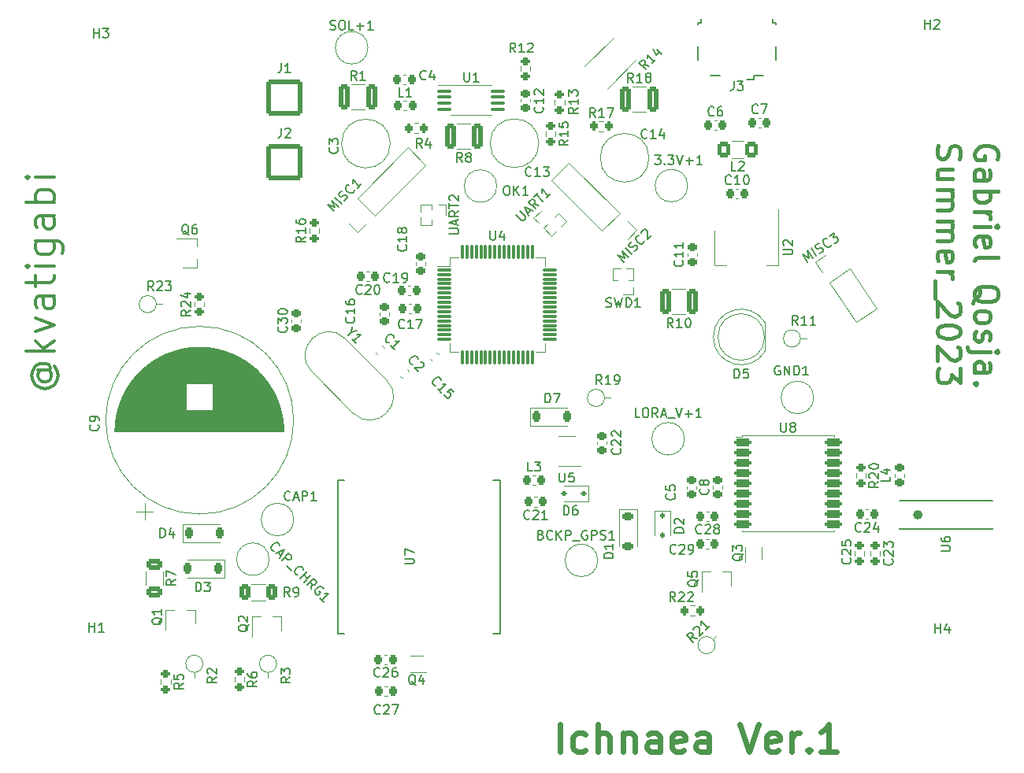
<source format=gto>
%TF.GenerationSoftware,KiCad,Pcbnew,7.0.2*%
%TF.CreationDate,2023-08-02T19:16:16+03:00*%
%TF.ProjectId,picoballoon,7069636f-6261-46c6-9c6f-6f6e2e6b6963,rev?*%
%TF.SameCoordinates,Original*%
%TF.FileFunction,Legend,Top*%
%TF.FilePolarity,Positive*%
%FSLAX46Y46*%
G04 Gerber Fmt 4.6, Leading zero omitted, Abs format (unit mm)*
G04 Created by KiCad (PCBNEW 7.0.2) date 2023-08-02 19:16:16*
%MOMM*%
%LPD*%
G01*
G04 APERTURE LIST*
G04 Aperture macros list*
%AMRoundRect*
0 Rectangle with rounded corners*
0 $1 Rounding radius*
0 $2 $3 $4 $5 $6 $7 $8 $9 X,Y pos of 4 corners*
0 Add a 4 corners polygon primitive as box body*
4,1,4,$2,$3,$4,$5,$6,$7,$8,$9,$2,$3,0*
0 Add four circle primitives for the rounded corners*
1,1,$1+$1,$2,$3*
1,1,$1+$1,$4,$5*
1,1,$1+$1,$6,$7*
1,1,$1+$1,$8,$9*
0 Add four rect primitives between the rounded corners*
20,1,$1+$1,$2,$3,$4,$5,0*
20,1,$1+$1,$4,$5,$6,$7,0*
20,1,$1+$1,$6,$7,$8,$9,0*
20,1,$1+$1,$8,$9,$2,$3,0*%
%AMHorizOval*
0 Thick line with rounded ends*
0 $1 width*
0 $2 $3 position (X,Y) of the first rounded end (center of the circle)*
0 $4 $5 position (X,Y) of the second rounded end (center of the circle)*
0 Add line between two ends*
20,1,$1,$2,$3,$4,$5,0*
0 Add two circle primitives to create the rounded ends*
1,1,$1,$2,$3*
1,1,$1,$4,$5*%
%AMRotRect*
0 Rectangle, with rotation*
0 The origin of the aperture is its center*
0 $1 length*
0 $2 width*
0 $3 Rotation angle, in degrees counterclockwise*
0 Add horizontal line*
21,1,$1,$2,0,0,$3*%
G04 Aperture macros list end*
%ADD10C,0.600000*%
%ADD11C,0.400000*%
%ADD12C,0.375000*%
%ADD13C,0.150000*%
%ADD14C,0.120000*%
%ADD15C,0.127000*%
%ADD16C,0.500000*%
%ADD17R,1.500000X2.000000*%
%ADD18RoundRect,0.112500X0.187500X0.112500X-0.187500X0.112500X-0.187500X-0.112500X0.187500X-0.112500X0*%
%ADD19RoundRect,0.225000X0.250000X-0.225000X0.250000X0.225000X-0.250000X0.225000X-0.250000X-0.225000X0*%
%ADD20RoundRect,0.250002X-1.699998X-1.699998X1.699998X-1.699998X1.699998X1.699998X-1.699998X1.699998X0*%
%ADD21RoundRect,0.225000X0.335876X0.017678X0.017678X0.335876X-0.335876X-0.017678X-0.017678X-0.335876X0*%
%ADD22RoundRect,0.200000X0.275000X-0.200000X0.275000X0.200000X-0.275000X0.200000X-0.275000X-0.200000X0*%
%ADD23RoundRect,0.075000X-0.700000X-0.075000X0.700000X-0.075000X0.700000X0.075000X-0.700000X0.075000X0*%
%ADD24RoundRect,0.075000X-0.075000X-0.700000X0.075000X-0.700000X0.075000X0.700000X-0.075000X0.700000X0*%
%ADD25RoundRect,0.250000X-0.312500X-1.075000X0.312500X-1.075000X0.312500X1.075000X-0.312500X1.075000X0*%
%ADD26RoundRect,0.225000X0.225000X0.250000X-0.225000X0.250000X-0.225000X-0.250000X0.225000X-0.250000X0*%
%ADD27C,3.000000*%
%ADD28RoundRect,0.225000X-0.375000X0.225000X-0.375000X-0.225000X0.375000X-0.225000X0.375000X0.225000X0*%
%ADD29RoundRect,0.200000X-0.200000X-0.275000X0.200000X-0.275000X0.200000X0.275000X-0.200000X0.275000X0*%
%ADD30C,1.600000*%
%ADD31C,1.400000*%
%ADD32O,1.400000X1.400000*%
%ADD33R,0.800000X0.900000*%
%ADD34RoundRect,0.250000X0.312500X1.075000X-0.312500X1.075000X-0.312500X-1.075000X0.312500X-1.075000X0*%
%ADD35R,1.000000X1.000000*%
%ADD36O,1.000000X1.000000*%
%ADD37RoundRect,0.225000X-0.225000X-0.375000X0.225000X-0.375000X0.225000X0.375000X-0.225000X0.375000X0*%
%ADD38RoundRect,0.200000X-0.275000X0.200000X-0.275000X-0.200000X0.275000X-0.200000X0.275000X0.200000X0*%
%ADD39RotRect,1.700000X1.700000X34.000000*%
%ADD40HorizOval,1.700000X0.000000X0.000000X0.000000X0.000000X0*%
%ADD41RoundRect,0.225000X-0.225000X-0.250000X0.225000X-0.250000X0.225000X0.250000X-0.225000X0.250000X0*%
%ADD42RotRect,1.700000X1.700000X225.000000*%
%ADD43HorizOval,1.700000X0.000000X0.000000X0.000000X0.000000X0*%
%ADD44RoundRect,0.112500X-0.112500X0.187500X-0.112500X-0.187500X0.112500X-0.187500X0.112500X0.187500X0*%
%ADD45RoundRect,0.218750X-0.218750X-0.256250X0.218750X-0.256250X0.218750X0.256250X-0.218750X0.256250X0*%
%ADD46O,0.800000X0.800000*%
%ADD47R,0.450000X1.300000*%
%ADD48O,1.450000X2.000000*%
%ADD49O,1.150000X1.800000*%
%ADD50R,0.510000X0.400000*%
%ADD51R,1.800000X1.800000*%
%ADD52C,1.800000*%
%ADD53RotRect,1.700000X1.700000X135.000000*%
%ADD54HorizOval,1.700000X0.000000X0.000000X0.000000X0.000000X0*%
%ADD55RoundRect,0.218750X0.256250X-0.218750X0.256250X0.218750X-0.256250X0.218750X-0.256250X-0.218750X0*%
%ADD56R,2.400000X2.400000*%
%ADD57C,2.400000*%
%ADD58RoundRect,0.200000X-0.700000X-0.200000X0.700000X-0.200000X0.700000X0.200000X-0.700000X0.200000X0*%
%ADD59RoundRect,0.225000X0.225000X0.375000X-0.225000X0.375000X-0.225000X-0.375000X0.225000X-0.375000X0*%
%ADD60C,5.300000*%
%ADD61RoundRect,0.250001X0.462499X0.624999X-0.462499X0.624999X-0.462499X-0.624999X0.462499X-0.624999X0*%
%ADD62HorizOval,1.400000X0.000000X0.000000X0.000000X0.000000X0*%
%ADD63RoundRect,0.100000X-0.637500X-0.100000X0.637500X-0.100000X0.637500X0.100000X-0.637500X0.100000X0*%
%ADD64RoundRect,0.250000X-0.312500X-0.625000X0.312500X-0.625000X0.312500X0.625000X-0.312500X0.625000X0*%
%ADD65R,3.800000X2.000000*%
%ADD66R,0.900000X0.800000*%
%ADD67R,1.400000X3.000000*%
%ADD68R,0.400000X0.510000*%
%ADD69RoundRect,0.250000X-0.751301X1.263953X-1.263953X0.751301X0.751301X-1.263953X1.263953X-0.751301X0*%
%ADD70C,1.500000*%
%ADD71RotRect,1.000000X1.000000X45.000000*%
%ADD72HorizOval,1.000000X0.000000X0.000000X0.000000X0.000000X0*%
%ADD73R,1.560000X0.650000*%
%ADD74RoundRect,0.250000X-0.625000X0.312500X-0.625000X-0.312500X0.625000X-0.312500X0.625000X0.312500X0*%
%ADD75R,1.500000X1.500000*%
G04 APERTURE END LIST*
D10*
X152098285Y-121806857D02*
X152098285Y-118806857D01*
X154812571Y-121664000D02*
X154526856Y-121806857D01*
X154526856Y-121806857D02*
X153955428Y-121806857D01*
X153955428Y-121806857D02*
X153669713Y-121664000D01*
X153669713Y-121664000D02*
X153526856Y-121521142D01*
X153526856Y-121521142D02*
X153383999Y-121235428D01*
X153383999Y-121235428D02*
X153383999Y-120378285D01*
X153383999Y-120378285D02*
X153526856Y-120092571D01*
X153526856Y-120092571D02*
X153669713Y-119949714D01*
X153669713Y-119949714D02*
X153955428Y-119806857D01*
X153955428Y-119806857D02*
X154526856Y-119806857D01*
X154526856Y-119806857D02*
X154812571Y-119949714D01*
X156098285Y-121806857D02*
X156098285Y-118806857D01*
X157384000Y-121806857D02*
X157384000Y-120235428D01*
X157384000Y-120235428D02*
X157241142Y-119949714D01*
X157241142Y-119949714D02*
X156955428Y-119806857D01*
X156955428Y-119806857D02*
X156526857Y-119806857D01*
X156526857Y-119806857D02*
X156241142Y-119949714D01*
X156241142Y-119949714D02*
X156098285Y-120092571D01*
X158812571Y-119806857D02*
X158812571Y-121806857D01*
X158812571Y-120092571D02*
X158955428Y-119949714D01*
X158955428Y-119949714D02*
X159241143Y-119806857D01*
X159241143Y-119806857D02*
X159669714Y-119806857D01*
X159669714Y-119806857D02*
X159955428Y-119949714D01*
X159955428Y-119949714D02*
X160098286Y-120235428D01*
X160098286Y-120235428D02*
X160098286Y-121806857D01*
X162812572Y-121806857D02*
X162812572Y-120235428D01*
X162812572Y-120235428D02*
X162669714Y-119949714D01*
X162669714Y-119949714D02*
X162384000Y-119806857D01*
X162384000Y-119806857D02*
X161812572Y-119806857D01*
X161812572Y-119806857D02*
X161526857Y-119949714D01*
X162812572Y-121664000D02*
X162526857Y-121806857D01*
X162526857Y-121806857D02*
X161812572Y-121806857D01*
X161812572Y-121806857D02*
X161526857Y-121664000D01*
X161526857Y-121664000D02*
X161384000Y-121378285D01*
X161384000Y-121378285D02*
X161384000Y-121092571D01*
X161384000Y-121092571D02*
X161526857Y-120806857D01*
X161526857Y-120806857D02*
X161812572Y-120664000D01*
X161812572Y-120664000D02*
X162526857Y-120664000D01*
X162526857Y-120664000D02*
X162812572Y-120521142D01*
X165384000Y-121664000D02*
X165098286Y-121806857D01*
X165098286Y-121806857D02*
X164526858Y-121806857D01*
X164526858Y-121806857D02*
X164241143Y-121664000D01*
X164241143Y-121664000D02*
X164098286Y-121378285D01*
X164098286Y-121378285D02*
X164098286Y-120235428D01*
X164098286Y-120235428D02*
X164241143Y-119949714D01*
X164241143Y-119949714D02*
X164526858Y-119806857D01*
X164526858Y-119806857D02*
X165098286Y-119806857D01*
X165098286Y-119806857D02*
X165384000Y-119949714D01*
X165384000Y-119949714D02*
X165526858Y-120235428D01*
X165526858Y-120235428D02*
X165526858Y-120521142D01*
X165526858Y-120521142D02*
X164098286Y-120806857D01*
X168098287Y-121806857D02*
X168098287Y-120235428D01*
X168098287Y-120235428D02*
X167955429Y-119949714D01*
X167955429Y-119949714D02*
X167669715Y-119806857D01*
X167669715Y-119806857D02*
X167098287Y-119806857D01*
X167098287Y-119806857D02*
X166812572Y-119949714D01*
X168098287Y-121664000D02*
X167812572Y-121806857D01*
X167812572Y-121806857D02*
X167098287Y-121806857D01*
X167098287Y-121806857D02*
X166812572Y-121664000D01*
X166812572Y-121664000D02*
X166669715Y-121378285D01*
X166669715Y-121378285D02*
X166669715Y-121092571D01*
X166669715Y-121092571D02*
X166812572Y-120806857D01*
X166812572Y-120806857D02*
X167098287Y-120664000D01*
X167098287Y-120664000D02*
X167812572Y-120664000D01*
X167812572Y-120664000D02*
X168098287Y-120521142D01*
X171384001Y-118806857D02*
X172384001Y-121806857D01*
X172384001Y-121806857D02*
X173384001Y-118806857D01*
X175526858Y-121664000D02*
X175241144Y-121806857D01*
X175241144Y-121806857D02*
X174669716Y-121806857D01*
X174669716Y-121806857D02*
X174384001Y-121664000D01*
X174384001Y-121664000D02*
X174241144Y-121378285D01*
X174241144Y-121378285D02*
X174241144Y-120235428D01*
X174241144Y-120235428D02*
X174384001Y-119949714D01*
X174384001Y-119949714D02*
X174669716Y-119806857D01*
X174669716Y-119806857D02*
X175241144Y-119806857D01*
X175241144Y-119806857D02*
X175526858Y-119949714D01*
X175526858Y-119949714D02*
X175669716Y-120235428D01*
X175669716Y-120235428D02*
X175669716Y-120521142D01*
X175669716Y-120521142D02*
X174241144Y-120806857D01*
X176955430Y-121806857D02*
X176955430Y-119806857D01*
X176955430Y-120378285D02*
X177098287Y-120092571D01*
X177098287Y-120092571D02*
X177241145Y-119949714D01*
X177241145Y-119949714D02*
X177526859Y-119806857D01*
X177526859Y-119806857D02*
X177812573Y-119806857D01*
X178812573Y-121521142D02*
X178955430Y-121664000D01*
X178955430Y-121664000D02*
X178812573Y-121806857D01*
X178812573Y-121806857D02*
X178669716Y-121664000D01*
X178669716Y-121664000D02*
X178812573Y-121521142D01*
X178812573Y-121521142D02*
X178812573Y-121806857D01*
X181812573Y-121806857D02*
X180098287Y-121806857D01*
X180955430Y-121806857D02*
X180955430Y-118806857D01*
X180955430Y-118806857D02*
X180669716Y-119235428D01*
X180669716Y-119235428D02*
X180384001Y-119521142D01*
X180384001Y-119521142D02*
X180098287Y-119664000D01*
D11*
X199014904Y-58038761D02*
X199133952Y-57800666D01*
X199133952Y-57800666D02*
X199133952Y-57443523D01*
X199133952Y-57443523D02*
X199014904Y-57086380D01*
X199014904Y-57086380D02*
X198776809Y-56848285D01*
X198776809Y-56848285D02*
X198538714Y-56729238D01*
X198538714Y-56729238D02*
X198062523Y-56610190D01*
X198062523Y-56610190D02*
X197705380Y-56610190D01*
X197705380Y-56610190D02*
X197229190Y-56729238D01*
X197229190Y-56729238D02*
X196991095Y-56848285D01*
X196991095Y-56848285D02*
X196753000Y-57086380D01*
X196753000Y-57086380D02*
X196633952Y-57443523D01*
X196633952Y-57443523D02*
X196633952Y-57681619D01*
X196633952Y-57681619D02*
X196753000Y-58038761D01*
X196753000Y-58038761D02*
X196872047Y-58157809D01*
X196872047Y-58157809D02*
X197705380Y-58157809D01*
X197705380Y-58157809D02*
X197705380Y-57681619D01*
X196633952Y-60300666D02*
X197943476Y-60300666D01*
X197943476Y-60300666D02*
X198181571Y-60181619D01*
X198181571Y-60181619D02*
X198300619Y-59943523D01*
X198300619Y-59943523D02*
X198300619Y-59467333D01*
X198300619Y-59467333D02*
X198181571Y-59229238D01*
X196753000Y-60300666D02*
X196633952Y-60062571D01*
X196633952Y-60062571D02*
X196633952Y-59467333D01*
X196633952Y-59467333D02*
X196753000Y-59229238D01*
X196753000Y-59229238D02*
X196991095Y-59110190D01*
X196991095Y-59110190D02*
X197229190Y-59110190D01*
X197229190Y-59110190D02*
X197467285Y-59229238D01*
X197467285Y-59229238D02*
X197586333Y-59467333D01*
X197586333Y-59467333D02*
X197586333Y-60062571D01*
X197586333Y-60062571D02*
X197705380Y-60300666D01*
X196633952Y-61491143D02*
X199133952Y-61491143D01*
X198181571Y-61491143D02*
X198300619Y-61729238D01*
X198300619Y-61729238D02*
X198300619Y-62205428D01*
X198300619Y-62205428D02*
X198181571Y-62443524D01*
X198181571Y-62443524D02*
X198062523Y-62562571D01*
X198062523Y-62562571D02*
X197824428Y-62681619D01*
X197824428Y-62681619D02*
X197110142Y-62681619D01*
X197110142Y-62681619D02*
X196872047Y-62562571D01*
X196872047Y-62562571D02*
X196753000Y-62443524D01*
X196753000Y-62443524D02*
X196633952Y-62205428D01*
X196633952Y-62205428D02*
X196633952Y-61729238D01*
X196633952Y-61729238D02*
X196753000Y-61491143D01*
X196633952Y-63753048D02*
X198300619Y-63753048D01*
X197824428Y-63753048D02*
X198062523Y-63872095D01*
X198062523Y-63872095D02*
X198181571Y-63991143D01*
X198181571Y-63991143D02*
X198300619Y-64229238D01*
X198300619Y-64229238D02*
X198300619Y-64467333D01*
X196633952Y-65300667D02*
X198300619Y-65300667D01*
X199133952Y-65300667D02*
X199014904Y-65181619D01*
X199014904Y-65181619D02*
X198895857Y-65300667D01*
X198895857Y-65300667D02*
X199014904Y-65419714D01*
X199014904Y-65419714D02*
X199133952Y-65300667D01*
X199133952Y-65300667D02*
X198895857Y-65300667D01*
X196753000Y-67443524D02*
X196633952Y-67205428D01*
X196633952Y-67205428D02*
X196633952Y-66729238D01*
X196633952Y-66729238D02*
X196753000Y-66491143D01*
X196753000Y-66491143D02*
X196991095Y-66372095D01*
X196991095Y-66372095D02*
X197943476Y-66372095D01*
X197943476Y-66372095D02*
X198181571Y-66491143D01*
X198181571Y-66491143D02*
X198300619Y-66729238D01*
X198300619Y-66729238D02*
X198300619Y-67205428D01*
X198300619Y-67205428D02*
X198181571Y-67443524D01*
X198181571Y-67443524D02*
X197943476Y-67562571D01*
X197943476Y-67562571D02*
X197705380Y-67562571D01*
X197705380Y-67562571D02*
X197467285Y-66372095D01*
X196633952Y-68991142D02*
X196753000Y-68753047D01*
X196753000Y-68753047D02*
X196991095Y-68634000D01*
X196991095Y-68634000D02*
X199133952Y-68634000D01*
X196395857Y-73514952D02*
X196514904Y-73276857D01*
X196514904Y-73276857D02*
X196753000Y-73038762D01*
X196753000Y-73038762D02*
X197110142Y-72681619D01*
X197110142Y-72681619D02*
X197229190Y-72443524D01*
X197229190Y-72443524D02*
X197229190Y-72205428D01*
X196633952Y-72324476D02*
X196753000Y-72086381D01*
X196753000Y-72086381D02*
X196991095Y-71848286D01*
X196991095Y-71848286D02*
X197467285Y-71729238D01*
X197467285Y-71729238D02*
X198300619Y-71729238D01*
X198300619Y-71729238D02*
X198776809Y-71848286D01*
X198776809Y-71848286D02*
X199014904Y-72086381D01*
X199014904Y-72086381D02*
X199133952Y-72324476D01*
X199133952Y-72324476D02*
X199133952Y-72800667D01*
X199133952Y-72800667D02*
X199014904Y-73038762D01*
X199014904Y-73038762D02*
X198776809Y-73276857D01*
X198776809Y-73276857D02*
X198300619Y-73395905D01*
X198300619Y-73395905D02*
X197467285Y-73395905D01*
X197467285Y-73395905D02*
X196991095Y-73276857D01*
X196991095Y-73276857D02*
X196753000Y-73038762D01*
X196753000Y-73038762D02*
X196633952Y-72800667D01*
X196633952Y-72800667D02*
X196633952Y-72324476D01*
X196633952Y-74824476D02*
X196753000Y-74586381D01*
X196753000Y-74586381D02*
X196872047Y-74467334D01*
X196872047Y-74467334D02*
X197110142Y-74348286D01*
X197110142Y-74348286D02*
X197824428Y-74348286D01*
X197824428Y-74348286D02*
X198062523Y-74467334D01*
X198062523Y-74467334D02*
X198181571Y-74586381D01*
X198181571Y-74586381D02*
X198300619Y-74824476D01*
X198300619Y-74824476D02*
X198300619Y-75181619D01*
X198300619Y-75181619D02*
X198181571Y-75419715D01*
X198181571Y-75419715D02*
X198062523Y-75538762D01*
X198062523Y-75538762D02*
X197824428Y-75657810D01*
X197824428Y-75657810D02*
X197110142Y-75657810D01*
X197110142Y-75657810D02*
X196872047Y-75538762D01*
X196872047Y-75538762D02*
X196753000Y-75419715D01*
X196753000Y-75419715D02*
X196633952Y-75181619D01*
X196633952Y-75181619D02*
X196633952Y-74824476D01*
X196753000Y-76610191D02*
X196633952Y-76848286D01*
X196633952Y-76848286D02*
X196633952Y-77324477D01*
X196633952Y-77324477D02*
X196753000Y-77562572D01*
X196753000Y-77562572D02*
X196991095Y-77681620D01*
X196991095Y-77681620D02*
X197110142Y-77681620D01*
X197110142Y-77681620D02*
X197348238Y-77562572D01*
X197348238Y-77562572D02*
X197467285Y-77324477D01*
X197467285Y-77324477D02*
X197467285Y-76967334D01*
X197467285Y-76967334D02*
X197586333Y-76729239D01*
X197586333Y-76729239D02*
X197824428Y-76610191D01*
X197824428Y-76610191D02*
X197943476Y-76610191D01*
X197943476Y-76610191D02*
X198181571Y-76729239D01*
X198181571Y-76729239D02*
X198300619Y-76967334D01*
X198300619Y-76967334D02*
X198300619Y-77324477D01*
X198300619Y-77324477D02*
X198181571Y-77562572D01*
X198300619Y-78753049D02*
X196157761Y-78753049D01*
X196157761Y-78753049D02*
X195919666Y-78634001D01*
X195919666Y-78634001D02*
X195800619Y-78395906D01*
X195800619Y-78395906D02*
X195800619Y-78276858D01*
X199133952Y-78753049D02*
X199014904Y-78634001D01*
X199014904Y-78634001D02*
X198895857Y-78753049D01*
X198895857Y-78753049D02*
X199014904Y-78872096D01*
X199014904Y-78872096D02*
X199133952Y-78753049D01*
X199133952Y-78753049D02*
X198895857Y-78753049D01*
X196633952Y-81014953D02*
X197943476Y-81014953D01*
X197943476Y-81014953D02*
X198181571Y-80895906D01*
X198181571Y-80895906D02*
X198300619Y-80657810D01*
X198300619Y-80657810D02*
X198300619Y-80181620D01*
X198300619Y-80181620D02*
X198181571Y-79943525D01*
X196753000Y-81014953D02*
X196633952Y-80776858D01*
X196633952Y-80776858D02*
X196633952Y-80181620D01*
X196633952Y-80181620D02*
X196753000Y-79943525D01*
X196753000Y-79943525D02*
X196991095Y-79824477D01*
X196991095Y-79824477D02*
X197229190Y-79824477D01*
X197229190Y-79824477D02*
X197467285Y-79943525D01*
X197467285Y-79943525D02*
X197586333Y-80181620D01*
X197586333Y-80181620D02*
X197586333Y-80776858D01*
X197586333Y-80776858D02*
X197705380Y-81014953D01*
X196872047Y-82205430D02*
X196753000Y-82324477D01*
X196753000Y-82324477D02*
X196633952Y-82205430D01*
X196633952Y-82205430D02*
X196753000Y-82086382D01*
X196753000Y-82086382D02*
X196872047Y-82205430D01*
X196872047Y-82205430D02*
X196633952Y-82205430D01*
X192703000Y-56610190D02*
X192583952Y-56967333D01*
X192583952Y-56967333D02*
X192583952Y-57562571D01*
X192583952Y-57562571D02*
X192703000Y-57800666D01*
X192703000Y-57800666D02*
X192822047Y-57919714D01*
X192822047Y-57919714D02*
X193060142Y-58038761D01*
X193060142Y-58038761D02*
X193298238Y-58038761D01*
X193298238Y-58038761D02*
X193536333Y-57919714D01*
X193536333Y-57919714D02*
X193655380Y-57800666D01*
X193655380Y-57800666D02*
X193774428Y-57562571D01*
X193774428Y-57562571D02*
X193893476Y-57086380D01*
X193893476Y-57086380D02*
X194012523Y-56848285D01*
X194012523Y-56848285D02*
X194131571Y-56729238D01*
X194131571Y-56729238D02*
X194369666Y-56610190D01*
X194369666Y-56610190D02*
X194607761Y-56610190D01*
X194607761Y-56610190D02*
X194845857Y-56729238D01*
X194845857Y-56729238D02*
X194964904Y-56848285D01*
X194964904Y-56848285D02*
X195083952Y-57086380D01*
X195083952Y-57086380D02*
X195083952Y-57681619D01*
X195083952Y-57681619D02*
X194964904Y-58038761D01*
X194250619Y-60181618D02*
X192583952Y-60181618D01*
X194250619Y-59110190D02*
X192941095Y-59110190D01*
X192941095Y-59110190D02*
X192703000Y-59229237D01*
X192703000Y-59229237D02*
X192583952Y-59467332D01*
X192583952Y-59467332D02*
X192583952Y-59824475D01*
X192583952Y-59824475D02*
X192703000Y-60062571D01*
X192703000Y-60062571D02*
X192822047Y-60181618D01*
X192583952Y-61372095D02*
X194250619Y-61372095D01*
X194012523Y-61372095D02*
X194131571Y-61491142D01*
X194131571Y-61491142D02*
X194250619Y-61729237D01*
X194250619Y-61729237D02*
X194250619Y-62086380D01*
X194250619Y-62086380D02*
X194131571Y-62324476D01*
X194131571Y-62324476D02*
X193893476Y-62443523D01*
X193893476Y-62443523D02*
X192583952Y-62443523D01*
X193893476Y-62443523D02*
X194131571Y-62562571D01*
X194131571Y-62562571D02*
X194250619Y-62800666D01*
X194250619Y-62800666D02*
X194250619Y-63157809D01*
X194250619Y-63157809D02*
X194131571Y-63395904D01*
X194131571Y-63395904D02*
X193893476Y-63514952D01*
X193893476Y-63514952D02*
X192583952Y-63514952D01*
X192583952Y-64705428D02*
X194250619Y-64705428D01*
X194012523Y-64705428D02*
X194131571Y-64824475D01*
X194131571Y-64824475D02*
X194250619Y-65062570D01*
X194250619Y-65062570D02*
X194250619Y-65419713D01*
X194250619Y-65419713D02*
X194131571Y-65657809D01*
X194131571Y-65657809D02*
X193893476Y-65776856D01*
X193893476Y-65776856D02*
X192583952Y-65776856D01*
X193893476Y-65776856D02*
X194131571Y-65895904D01*
X194131571Y-65895904D02*
X194250619Y-66133999D01*
X194250619Y-66133999D02*
X194250619Y-66491142D01*
X194250619Y-66491142D02*
X194131571Y-66729237D01*
X194131571Y-66729237D02*
X193893476Y-66848285D01*
X193893476Y-66848285D02*
X192583952Y-66848285D01*
X192703000Y-68991142D02*
X192583952Y-68753046D01*
X192583952Y-68753046D02*
X192583952Y-68276856D01*
X192583952Y-68276856D02*
X192703000Y-68038761D01*
X192703000Y-68038761D02*
X192941095Y-67919713D01*
X192941095Y-67919713D02*
X193893476Y-67919713D01*
X193893476Y-67919713D02*
X194131571Y-68038761D01*
X194131571Y-68038761D02*
X194250619Y-68276856D01*
X194250619Y-68276856D02*
X194250619Y-68753046D01*
X194250619Y-68753046D02*
X194131571Y-68991142D01*
X194131571Y-68991142D02*
X193893476Y-69110189D01*
X193893476Y-69110189D02*
X193655380Y-69110189D01*
X193655380Y-69110189D02*
X193417285Y-67919713D01*
X192583952Y-70181618D02*
X194250619Y-70181618D01*
X193774428Y-70181618D02*
X194012523Y-70300665D01*
X194012523Y-70300665D02*
X194131571Y-70419713D01*
X194131571Y-70419713D02*
X194250619Y-70657808D01*
X194250619Y-70657808D02*
X194250619Y-70895903D01*
X192345857Y-71133999D02*
X192345857Y-73038760D01*
X194845857Y-73514951D02*
X194964904Y-73633999D01*
X194964904Y-73633999D02*
X195083952Y-73872094D01*
X195083952Y-73872094D02*
X195083952Y-74467332D01*
X195083952Y-74467332D02*
X194964904Y-74705427D01*
X194964904Y-74705427D02*
X194845857Y-74824475D01*
X194845857Y-74824475D02*
X194607761Y-74943522D01*
X194607761Y-74943522D02*
X194369666Y-74943522D01*
X194369666Y-74943522D02*
X194012523Y-74824475D01*
X194012523Y-74824475D02*
X192583952Y-73395903D01*
X192583952Y-73395903D02*
X192583952Y-74943522D01*
X195083952Y-76491141D02*
X195083952Y-76729236D01*
X195083952Y-76729236D02*
X194964904Y-76967332D01*
X194964904Y-76967332D02*
X194845857Y-77086379D01*
X194845857Y-77086379D02*
X194607761Y-77205427D01*
X194607761Y-77205427D02*
X194131571Y-77324474D01*
X194131571Y-77324474D02*
X193536333Y-77324474D01*
X193536333Y-77324474D02*
X193060142Y-77205427D01*
X193060142Y-77205427D02*
X192822047Y-77086379D01*
X192822047Y-77086379D02*
X192703000Y-76967332D01*
X192703000Y-76967332D02*
X192583952Y-76729236D01*
X192583952Y-76729236D02*
X192583952Y-76491141D01*
X192583952Y-76491141D02*
X192703000Y-76253046D01*
X192703000Y-76253046D02*
X192822047Y-76133998D01*
X192822047Y-76133998D02*
X193060142Y-76014951D01*
X193060142Y-76014951D02*
X193536333Y-75895903D01*
X193536333Y-75895903D02*
X194131571Y-75895903D01*
X194131571Y-75895903D02*
X194607761Y-76014951D01*
X194607761Y-76014951D02*
X194845857Y-76133998D01*
X194845857Y-76133998D02*
X194964904Y-76253046D01*
X194964904Y-76253046D02*
X195083952Y-76491141D01*
X194845857Y-78276855D02*
X194964904Y-78395903D01*
X194964904Y-78395903D02*
X195083952Y-78633998D01*
X195083952Y-78633998D02*
X195083952Y-79229236D01*
X195083952Y-79229236D02*
X194964904Y-79467331D01*
X194964904Y-79467331D02*
X194845857Y-79586379D01*
X194845857Y-79586379D02*
X194607761Y-79705426D01*
X194607761Y-79705426D02*
X194369666Y-79705426D01*
X194369666Y-79705426D02*
X194012523Y-79586379D01*
X194012523Y-79586379D02*
X192583952Y-78157807D01*
X192583952Y-78157807D02*
X192583952Y-79705426D01*
X195083952Y-80538759D02*
X195083952Y-82086378D01*
X195083952Y-82086378D02*
X194131571Y-81253045D01*
X194131571Y-81253045D02*
X194131571Y-81610188D01*
X194131571Y-81610188D02*
X194012523Y-81848283D01*
X194012523Y-81848283D02*
X193893476Y-81967331D01*
X193893476Y-81967331D02*
X193655380Y-82086378D01*
X193655380Y-82086378D02*
X193060142Y-82086378D01*
X193060142Y-82086378D02*
X192822047Y-81967331D01*
X192822047Y-81967331D02*
X192703000Y-81848283D01*
X192703000Y-81848283D02*
X192583952Y-81610188D01*
X192583952Y-81610188D02*
X192583952Y-80895902D01*
X192583952Y-80895902D02*
X192703000Y-80657807D01*
X192703000Y-80657807D02*
X192822047Y-80538759D01*
D12*
X96248285Y-80740571D02*
X96105428Y-80883428D01*
X96105428Y-80883428D02*
X95962571Y-81169142D01*
X95962571Y-81169142D02*
X95962571Y-81454857D01*
X95962571Y-81454857D02*
X96105428Y-81740571D01*
X96105428Y-81740571D02*
X96248285Y-81883428D01*
X96248285Y-81883428D02*
X96534000Y-82026285D01*
X96534000Y-82026285D02*
X96819714Y-82026285D01*
X96819714Y-82026285D02*
X97105428Y-81883428D01*
X97105428Y-81883428D02*
X97248285Y-81740571D01*
X97248285Y-81740571D02*
X97391142Y-81454857D01*
X97391142Y-81454857D02*
X97391142Y-81169142D01*
X97391142Y-81169142D02*
X97248285Y-80883428D01*
X97248285Y-80883428D02*
X97105428Y-80740571D01*
X95962571Y-80740571D02*
X97105428Y-80740571D01*
X97105428Y-80740571D02*
X97248285Y-80597714D01*
X97248285Y-80597714D02*
X97248285Y-80454857D01*
X97248285Y-80454857D02*
X97105428Y-80169142D01*
X97105428Y-80169142D02*
X96819714Y-80026285D01*
X96819714Y-80026285D02*
X96105428Y-80026285D01*
X96105428Y-80026285D02*
X95676857Y-80312000D01*
X95676857Y-80312000D02*
X95391142Y-80740571D01*
X95391142Y-80740571D02*
X95248285Y-81312000D01*
X95248285Y-81312000D02*
X95391142Y-81883428D01*
X95391142Y-81883428D02*
X95676857Y-82312000D01*
X95676857Y-82312000D02*
X96105428Y-82597714D01*
X96105428Y-82597714D02*
X96676857Y-82740571D01*
X96676857Y-82740571D02*
X97248285Y-82597714D01*
X97248285Y-82597714D02*
X97676857Y-82312000D01*
X97676857Y-82312000D02*
X97962571Y-81883428D01*
X97962571Y-81883428D02*
X98105428Y-81312000D01*
X98105428Y-81312000D02*
X97962571Y-80740571D01*
X97962571Y-80740571D02*
X97676857Y-80312000D01*
X97676857Y-78740571D02*
X94676857Y-78740571D01*
X96534000Y-78454857D02*
X97676857Y-77597714D01*
X95676857Y-77597714D02*
X96819714Y-78740571D01*
X95676857Y-76597714D02*
X97676857Y-75883428D01*
X97676857Y-75883428D02*
X95676857Y-75169143D01*
X97676857Y-72740572D02*
X96105428Y-72740572D01*
X96105428Y-72740572D02*
X95819714Y-72883429D01*
X95819714Y-72883429D02*
X95676857Y-73169143D01*
X95676857Y-73169143D02*
X95676857Y-73740572D01*
X95676857Y-73740572D02*
X95819714Y-74026286D01*
X97534000Y-72740572D02*
X97676857Y-73026286D01*
X97676857Y-73026286D02*
X97676857Y-73740572D01*
X97676857Y-73740572D02*
X97534000Y-74026286D01*
X97534000Y-74026286D02*
X97248285Y-74169143D01*
X97248285Y-74169143D02*
X96962571Y-74169143D01*
X96962571Y-74169143D02*
X96676857Y-74026286D01*
X96676857Y-74026286D02*
X96534000Y-73740572D01*
X96534000Y-73740572D02*
X96534000Y-73026286D01*
X96534000Y-73026286D02*
X96391142Y-72740572D01*
X95676857Y-71740571D02*
X95676857Y-70597714D01*
X94676857Y-71312000D02*
X97248285Y-71312000D01*
X97248285Y-71312000D02*
X97534000Y-71169143D01*
X97534000Y-71169143D02*
X97676857Y-70883428D01*
X97676857Y-70883428D02*
X97676857Y-70597714D01*
X97676857Y-69597714D02*
X95676857Y-69597714D01*
X94676857Y-69597714D02*
X94819714Y-69740571D01*
X94819714Y-69740571D02*
X94962571Y-69597714D01*
X94962571Y-69597714D02*
X94819714Y-69454857D01*
X94819714Y-69454857D02*
X94676857Y-69597714D01*
X94676857Y-69597714D02*
X94962571Y-69597714D01*
X95676857Y-66883429D02*
X98105428Y-66883429D01*
X98105428Y-66883429D02*
X98391142Y-67026286D01*
X98391142Y-67026286D02*
X98534000Y-67169143D01*
X98534000Y-67169143D02*
X98676857Y-67454857D01*
X98676857Y-67454857D02*
X98676857Y-67883429D01*
X98676857Y-67883429D02*
X98534000Y-68169143D01*
X97534000Y-66883429D02*
X97676857Y-67169143D01*
X97676857Y-67169143D02*
X97676857Y-67740571D01*
X97676857Y-67740571D02*
X97534000Y-68026286D01*
X97534000Y-68026286D02*
X97391142Y-68169143D01*
X97391142Y-68169143D02*
X97105428Y-68312000D01*
X97105428Y-68312000D02*
X96248285Y-68312000D01*
X96248285Y-68312000D02*
X95962571Y-68169143D01*
X95962571Y-68169143D02*
X95819714Y-68026286D01*
X95819714Y-68026286D02*
X95676857Y-67740571D01*
X95676857Y-67740571D02*
X95676857Y-67169143D01*
X95676857Y-67169143D02*
X95819714Y-66883429D01*
X97676857Y-64169143D02*
X96105428Y-64169143D01*
X96105428Y-64169143D02*
X95819714Y-64312000D01*
X95819714Y-64312000D02*
X95676857Y-64597714D01*
X95676857Y-64597714D02*
X95676857Y-65169143D01*
X95676857Y-65169143D02*
X95819714Y-65454857D01*
X97534000Y-64169143D02*
X97676857Y-64454857D01*
X97676857Y-64454857D02*
X97676857Y-65169143D01*
X97676857Y-65169143D02*
X97534000Y-65454857D01*
X97534000Y-65454857D02*
X97248285Y-65597714D01*
X97248285Y-65597714D02*
X96962571Y-65597714D01*
X96962571Y-65597714D02*
X96676857Y-65454857D01*
X96676857Y-65454857D02*
X96534000Y-65169143D01*
X96534000Y-65169143D02*
X96534000Y-64454857D01*
X96534000Y-64454857D02*
X96391142Y-64169143D01*
X97676857Y-62740571D02*
X94676857Y-62740571D01*
X95819714Y-62740571D02*
X95676857Y-62454857D01*
X95676857Y-62454857D02*
X95676857Y-61883428D01*
X95676857Y-61883428D02*
X95819714Y-61597714D01*
X95819714Y-61597714D02*
X95962571Y-61454857D01*
X95962571Y-61454857D02*
X96248285Y-61311999D01*
X96248285Y-61311999D02*
X97105428Y-61311999D01*
X97105428Y-61311999D02*
X97391142Y-61454857D01*
X97391142Y-61454857D02*
X97534000Y-61597714D01*
X97534000Y-61597714D02*
X97676857Y-61883428D01*
X97676857Y-61883428D02*
X97676857Y-62454857D01*
X97676857Y-62454857D02*
X97534000Y-62740571D01*
X97676857Y-60026285D02*
X95676857Y-60026285D01*
X94676857Y-60026285D02*
X94819714Y-60169142D01*
X94819714Y-60169142D02*
X94962571Y-60026285D01*
X94962571Y-60026285D02*
X94819714Y-59883428D01*
X94819714Y-59883428D02*
X94676857Y-60026285D01*
X94676857Y-60026285D02*
X94962571Y-60026285D01*
D13*
%TO.C,U7*%
X135368619Y-101599904D02*
X136178142Y-101599904D01*
X136178142Y-101599904D02*
X136273380Y-101552285D01*
X136273380Y-101552285D02*
X136321000Y-101504666D01*
X136321000Y-101504666D02*
X136368619Y-101409428D01*
X136368619Y-101409428D02*
X136368619Y-101218952D01*
X136368619Y-101218952D02*
X136321000Y-101123714D01*
X136321000Y-101123714D02*
X136273380Y-101076095D01*
X136273380Y-101076095D02*
X136178142Y-101028476D01*
X136178142Y-101028476D02*
X135368619Y-101028476D01*
X135368619Y-100647523D02*
X135368619Y-99980857D01*
X135368619Y-99980857D02*
X136368619Y-100409428D01*
%TO.C,D6*%
X152449305Y-96343419D02*
X152449305Y-95343419D01*
X152449305Y-95343419D02*
X152687400Y-95343419D01*
X152687400Y-95343419D02*
X152830257Y-95391038D01*
X152830257Y-95391038D02*
X152925495Y-95486276D01*
X152925495Y-95486276D02*
X152973114Y-95581514D01*
X152973114Y-95581514D02*
X153020733Y-95771990D01*
X153020733Y-95771990D02*
X153020733Y-95914847D01*
X153020733Y-95914847D02*
X152973114Y-96105323D01*
X152973114Y-96105323D02*
X152925495Y-96200561D01*
X152925495Y-96200561D02*
X152830257Y-96295800D01*
X152830257Y-96295800D02*
X152687400Y-96343419D01*
X152687400Y-96343419D02*
X152449305Y-96343419D01*
X153877876Y-95343419D02*
X153687400Y-95343419D01*
X153687400Y-95343419D02*
X153592162Y-95391038D01*
X153592162Y-95391038D02*
X153544543Y-95438657D01*
X153544543Y-95438657D02*
X153449305Y-95581514D01*
X153449305Y-95581514D02*
X153401686Y-95771990D01*
X153401686Y-95771990D02*
X153401686Y-96152942D01*
X153401686Y-96152942D02*
X153449305Y-96248180D01*
X153449305Y-96248180D02*
X153496924Y-96295800D01*
X153496924Y-96295800D02*
X153592162Y-96343419D01*
X153592162Y-96343419D02*
X153782638Y-96343419D01*
X153782638Y-96343419D02*
X153877876Y-96295800D01*
X153877876Y-96295800D02*
X153925495Y-96248180D01*
X153925495Y-96248180D02*
X153973114Y-96152942D01*
X153973114Y-96152942D02*
X153973114Y-95914847D01*
X153973114Y-95914847D02*
X153925495Y-95819609D01*
X153925495Y-95819609D02*
X153877876Y-95771990D01*
X153877876Y-95771990D02*
X153782638Y-95724371D01*
X153782638Y-95724371D02*
X153592162Y-95724371D01*
X153592162Y-95724371D02*
X153496924Y-95771990D01*
X153496924Y-95771990D02*
X153449305Y-95819609D01*
X153449305Y-95819609D02*
X153401686Y-95914847D01*
%TO.C,C22*%
X158507780Y-89187257D02*
X158555400Y-89234876D01*
X158555400Y-89234876D02*
X158603019Y-89377733D01*
X158603019Y-89377733D02*
X158603019Y-89472971D01*
X158603019Y-89472971D02*
X158555400Y-89615828D01*
X158555400Y-89615828D02*
X158460161Y-89711066D01*
X158460161Y-89711066D02*
X158364923Y-89758685D01*
X158364923Y-89758685D02*
X158174447Y-89806304D01*
X158174447Y-89806304D02*
X158031590Y-89806304D01*
X158031590Y-89806304D02*
X157841114Y-89758685D01*
X157841114Y-89758685D02*
X157745876Y-89711066D01*
X157745876Y-89711066D02*
X157650638Y-89615828D01*
X157650638Y-89615828D02*
X157603019Y-89472971D01*
X157603019Y-89472971D02*
X157603019Y-89377733D01*
X157603019Y-89377733D02*
X157650638Y-89234876D01*
X157650638Y-89234876D02*
X157698257Y-89187257D01*
X157698257Y-88806304D02*
X157650638Y-88758685D01*
X157650638Y-88758685D02*
X157603019Y-88663447D01*
X157603019Y-88663447D02*
X157603019Y-88425352D01*
X157603019Y-88425352D02*
X157650638Y-88330114D01*
X157650638Y-88330114D02*
X157698257Y-88282495D01*
X157698257Y-88282495D02*
X157793495Y-88234876D01*
X157793495Y-88234876D02*
X157888733Y-88234876D01*
X157888733Y-88234876D02*
X158031590Y-88282495D01*
X158031590Y-88282495D02*
X158603019Y-88853923D01*
X158603019Y-88853923D02*
X158603019Y-88234876D01*
X157698257Y-87853923D02*
X157650638Y-87806304D01*
X157650638Y-87806304D02*
X157603019Y-87711066D01*
X157603019Y-87711066D02*
X157603019Y-87472971D01*
X157603019Y-87472971D02*
X157650638Y-87377733D01*
X157650638Y-87377733D02*
X157698257Y-87330114D01*
X157698257Y-87330114D02*
X157793495Y-87282495D01*
X157793495Y-87282495D02*
X157888733Y-87282495D01*
X157888733Y-87282495D02*
X158031590Y-87330114D01*
X158031590Y-87330114D02*
X158603019Y-87901542D01*
X158603019Y-87901542D02*
X158603019Y-87282495D01*
%TO.C,J1*%
X122094666Y-47747619D02*
X122094666Y-48461904D01*
X122094666Y-48461904D02*
X122047047Y-48604761D01*
X122047047Y-48604761D02*
X121951809Y-48700000D01*
X121951809Y-48700000D02*
X121808952Y-48747619D01*
X121808952Y-48747619D02*
X121713714Y-48747619D01*
X123094666Y-48747619D02*
X122523238Y-48747619D01*
X122808952Y-48747619D02*
X122808952Y-47747619D01*
X122808952Y-47747619D02*
X122713714Y-47890476D01*
X122713714Y-47890476D02*
X122618476Y-47985714D01*
X122618476Y-47985714D02*
X122523238Y-48033333D01*
%TO.C,C15*%
X138706253Y-82431408D02*
X138638910Y-82431408D01*
X138638910Y-82431408D02*
X138504223Y-82364065D01*
X138504223Y-82364065D02*
X138436879Y-82296721D01*
X138436879Y-82296721D02*
X138369536Y-82162034D01*
X138369536Y-82162034D02*
X138369536Y-82027347D01*
X138369536Y-82027347D02*
X138403207Y-81926332D01*
X138403207Y-81926332D02*
X138504223Y-81757973D01*
X138504223Y-81757973D02*
X138605238Y-81656958D01*
X138605238Y-81656958D02*
X138773597Y-81555943D01*
X138773597Y-81555943D02*
X138874612Y-81522271D01*
X138874612Y-81522271D02*
X139009299Y-81522271D01*
X139009299Y-81522271D02*
X139143986Y-81589615D01*
X139143986Y-81589615D02*
X139211330Y-81656958D01*
X139211330Y-81656958D02*
X139278673Y-81791645D01*
X139278673Y-81791645D02*
X139278673Y-81858989D01*
X139312345Y-83172187D02*
X138908284Y-82768126D01*
X139110314Y-82970156D02*
X139817421Y-82263050D01*
X139817421Y-82263050D02*
X139649062Y-82296721D01*
X139649062Y-82296721D02*
X139514375Y-82296721D01*
X139514375Y-82296721D02*
X139413360Y-82263050D01*
X140659215Y-83104843D02*
X140322497Y-82768126D01*
X140322497Y-82768126D02*
X139952108Y-83071172D01*
X139952108Y-83071172D02*
X140019452Y-83071172D01*
X140019452Y-83071172D02*
X140120467Y-83104843D01*
X140120467Y-83104843D02*
X140288826Y-83273202D01*
X140288826Y-83273202D02*
X140322497Y-83374217D01*
X140322497Y-83374217D02*
X140322497Y-83441561D01*
X140322497Y-83441561D02*
X140288826Y-83542576D01*
X140288826Y-83542576D02*
X140120467Y-83710935D01*
X140120467Y-83710935D02*
X140019452Y-83744607D01*
X140019452Y-83744607D02*
X139952108Y-83744607D01*
X139952108Y-83744607D02*
X139851093Y-83710935D01*
X139851093Y-83710935D02*
X139682734Y-83542576D01*
X139682734Y-83542576D02*
X139649062Y-83441561D01*
X139649062Y-83441561D02*
X139649062Y-83374217D01*
%TO.C,R16*%
X124686419Y-66403457D02*
X124210228Y-66736790D01*
X124686419Y-66974885D02*
X123686419Y-66974885D01*
X123686419Y-66974885D02*
X123686419Y-66593933D01*
X123686419Y-66593933D02*
X123734038Y-66498695D01*
X123734038Y-66498695D02*
X123781657Y-66451076D01*
X123781657Y-66451076D02*
X123876895Y-66403457D01*
X123876895Y-66403457D02*
X124019752Y-66403457D01*
X124019752Y-66403457D02*
X124114990Y-66451076D01*
X124114990Y-66451076D02*
X124162609Y-66498695D01*
X124162609Y-66498695D02*
X124210228Y-66593933D01*
X124210228Y-66593933D02*
X124210228Y-66974885D01*
X124686419Y-65451076D02*
X124686419Y-66022504D01*
X124686419Y-65736790D02*
X123686419Y-65736790D01*
X123686419Y-65736790D02*
X123829276Y-65832028D01*
X123829276Y-65832028D02*
X123924514Y-65927266D01*
X123924514Y-65927266D02*
X123972133Y-66022504D01*
X123686419Y-64593933D02*
X123686419Y-64784409D01*
X123686419Y-64784409D02*
X123734038Y-64879647D01*
X123734038Y-64879647D02*
X123781657Y-64927266D01*
X123781657Y-64927266D02*
X123924514Y-65022504D01*
X123924514Y-65022504D02*
X124114990Y-65070123D01*
X124114990Y-65070123D02*
X124495942Y-65070123D01*
X124495942Y-65070123D02*
X124591180Y-65022504D01*
X124591180Y-65022504D02*
X124638800Y-64974885D01*
X124638800Y-64974885D02*
X124686419Y-64879647D01*
X124686419Y-64879647D02*
X124686419Y-64689171D01*
X124686419Y-64689171D02*
X124638800Y-64593933D01*
X124638800Y-64593933D02*
X124591180Y-64546314D01*
X124591180Y-64546314D02*
X124495942Y-64498695D01*
X124495942Y-64498695D02*
X124257847Y-64498695D01*
X124257847Y-64498695D02*
X124162609Y-64546314D01*
X124162609Y-64546314D02*
X124114990Y-64593933D01*
X124114990Y-64593933D02*
X124067371Y-64689171D01*
X124067371Y-64689171D02*
X124067371Y-64879647D01*
X124067371Y-64879647D02*
X124114990Y-64974885D01*
X124114990Y-64974885D02*
X124162609Y-65022504D01*
X124162609Y-65022504D02*
X124257847Y-65070123D01*
%TO.C,U4*%
X144551495Y-65773419D02*
X144551495Y-66582942D01*
X144551495Y-66582942D02*
X144599114Y-66678180D01*
X144599114Y-66678180D02*
X144646733Y-66725800D01*
X144646733Y-66725800D02*
X144741971Y-66773419D01*
X144741971Y-66773419D02*
X144932447Y-66773419D01*
X144932447Y-66773419D02*
X145027685Y-66725800D01*
X145027685Y-66725800D02*
X145075304Y-66678180D01*
X145075304Y-66678180D02*
X145122923Y-66582942D01*
X145122923Y-66582942D02*
X145122923Y-65773419D01*
X146027685Y-66106752D02*
X146027685Y-66773419D01*
X145789590Y-65725800D02*
X145551495Y-66440085D01*
X145551495Y-66440085D02*
X146170542Y-66440085D01*
%TO.C,R1*%
X130186133Y-49566819D02*
X129852800Y-49090628D01*
X129614705Y-49566819D02*
X129614705Y-48566819D01*
X129614705Y-48566819D02*
X129995657Y-48566819D01*
X129995657Y-48566819D02*
X130090895Y-48614438D01*
X130090895Y-48614438D02*
X130138514Y-48662057D01*
X130138514Y-48662057D02*
X130186133Y-48757295D01*
X130186133Y-48757295D02*
X130186133Y-48900152D01*
X130186133Y-48900152D02*
X130138514Y-48995390D01*
X130138514Y-48995390D02*
X130090895Y-49043009D01*
X130090895Y-49043009D02*
X129995657Y-49090628D01*
X129995657Y-49090628D02*
X129614705Y-49090628D01*
X131138514Y-49566819D02*
X130567086Y-49566819D01*
X130852800Y-49566819D02*
X130852800Y-48566819D01*
X130852800Y-48566819D02*
X130757562Y-48709676D01*
X130757562Y-48709676D02*
X130662324Y-48804914D01*
X130662324Y-48804914D02*
X130567086Y-48852533D01*
%TO.C,C20*%
X130776742Y-72485580D02*
X130729123Y-72533200D01*
X130729123Y-72533200D02*
X130586266Y-72580819D01*
X130586266Y-72580819D02*
X130491028Y-72580819D01*
X130491028Y-72580819D02*
X130348171Y-72533200D01*
X130348171Y-72533200D02*
X130252933Y-72437961D01*
X130252933Y-72437961D02*
X130205314Y-72342723D01*
X130205314Y-72342723D02*
X130157695Y-72152247D01*
X130157695Y-72152247D02*
X130157695Y-72009390D01*
X130157695Y-72009390D02*
X130205314Y-71818914D01*
X130205314Y-71818914D02*
X130252933Y-71723676D01*
X130252933Y-71723676D02*
X130348171Y-71628438D01*
X130348171Y-71628438D02*
X130491028Y-71580819D01*
X130491028Y-71580819D02*
X130586266Y-71580819D01*
X130586266Y-71580819D02*
X130729123Y-71628438D01*
X130729123Y-71628438D02*
X130776742Y-71676057D01*
X131157695Y-71676057D02*
X131205314Y-71628438D01*
X131205314Y-71628438D02*
X131300552Y-71580819D01*
X131300552Y-71580819D02*
X131538647Y-71580819D01*
X131538647Y-71580819D02*
X131633885Y-71628438D01*
X131633885Y-71628438D02*
X131681504Y-71676057D01*
X131681504Y-71676057D02*
X131729123Y-71771295D01*
X131729123Y-71771295D02*
X131729123Y-71866533D01*
X131729123Y-71866533D02*
X131681504Y-72009390D01*
X131681504Y-72009390D02*
X131110076Y-72580819D01*
X131110076Y-72580819D02*
X131729123Y-72580819D01*
X132348171Y-71580819D02*
X132443409Y-71580819D01*
X132443409Y-71580819D02*
X132538647Y-71628438D01*
X132538647Y-71628438D02*
X132586266Y-71676057D01*
X132586266Y-71676057D02*
X132633885Y-71771295D01*
X132633885Y-71771295D02*
X132681504Y-71961771D01*
X132681504Y-71961771D02*
X132681504Y-72199866D01*
X132681504Y-72199866D02*
X132633885Y-72390342D01*
X132633885Y-72390342D02*
X132586266Y-72485580D01*
X132586266Y-72485580D02*
X132538647Y-72533200D01*
X132538647Y-72533200D02*
X132443409Y-72580819D01*
X132443409Y-72580819D02*
X132348171Y-72580819D01*
X132348171Y-72580819D02*
X132252933Y-72533200D01*
X132252933Y-72533200D02*
X132205314Y-72485580D01*
X132205314Y-72485580D02*
X132157695Y-72390342D01*
X132157695Y-72390342D02*
X132110076Y-72199866D01*
X132110076Y-72199866D02*
X132110076Y-71961771D01*
X132110076Y-71961771D02*
X132157695Y-71771295D01*
X132157695Y-71771295D02*
X132205314Y-71676057D01*
X132205314Y-71676057D02*
X132252933Y-71628438D01*
X132252933Y-71628438D02*
X132348171Y-71580819D01*
%TO.C,C16*%
X129907380Y-75064857D02*
X129955000Y-75112476D01*
X129955000Y-75112476D02*
X130002619Y-75255333D01*
X130002619Y-75255333D02*
X130002619Y-75350571D01*
X130002619Y-75350571D02*
X129955000Y-75493428D01*
X129955000Y-75493428D02*
X129859761Y-75588666D01*
X129859761Y-75588666D02*
X129764523Y-75636285D01*
X129764523Y-75636285D02*
X129574047Y-75683904D01*
X129574047Y-75683904D02*
X129431190Y-75683904D01*
X129431190Y-75683904D02*
X129240714Y-75636285D01*
X129240714Y-75636285D02*
X129145476Y-75588666D01*
X129145476Y-75588666D02*
X129050238Y-75493428D01*
X129050238Y-75493428D02*
X129002619Y-75350571D01*
X129002619Y-75350571D02*
X129002619Y-75255333D01*
X129002619Y-75255333D02*
X129050238Y-75112476D01*
X129050238Y-75112476D02*
X129097857Y-75064857D01*
X130002619Y-74112476D02*
X130002619Y-74683904D01*
X130002619Y-74398190D02*
X129002619Y-74398190D01*
X129002619Y-74398190D02*
X129145476Y-74493428D01*
X129145476Y-74493428D02*
X129240714Y-74588666D01*
X129240714Y-74588666D02*
X129288333Y-74683904D01*
X129002619Y-73255333D02*
X129002619Y-73445809D01*
X129002619Y-73445809D02*
X129050238Y-73541047D01*
X129050238Y-73541047D02*
X129097857Y-73588666D01*
X129097857Y-73588666D02*
X129240714Y-73683904D01*
X129240714Y-73683904D02*
X129431190Y-73731523D01*
X129431190Y-73731523D02*
X129812142Y-73731523D01*
X129812142Y-73731523D02*
X129907380Y-73683904D01*
X129907380Y-73683904D02*
X129955000Y-73636285D01*
X129955000Y-73636285D02*
X130002619Y-73541047D01*
X130002619Y-73541047D02*
X130002619Y-73350571D01*
X130002619Y-73350571D02*
X129955000Y-73255333D01*
X129955000Y-73255333D02*
X129907380Y-73207714D01*
X129907380Y-73207714D02*
X129812142Y-73160095D01*
X129812142Y-73160095D02*
X129574047Y-73160095D01*
X129574047Y-73160095D02*
X129478809Y-73207714D01*
X129478809Y-73207714D02*
X129431190Y-73255333D01*
X129431190Y-73255333D02*
X129383571Y-73350571D01*
X129383571Y-73350571D02*
X129383571Y-73541047D01*
X129383571Y-73541047D02*
X129431190Y-73636285D01*
X129431190Y-73636285D02*
X129478809Y-73683904D01*
X129478809Y-73683904D02*
X129574047Y-73731523D01*
%TO.C,LORA_V+1*%
X160629980Y-85832019D02*
X160153790Y-85832019D01*
X160153790Y-85832019D02*
X160153790Y-84832019D01*
X161153790Y-84832019D02*
X161344266Y-84832019D01*
X161344266Y-84832019D02*
X161439504Y-84879638D01*
X161439504Y-84879638D02*
X161534742Y-84974876D01*
X161534742Y-84974876D02*
X161582361Y-85165352D01*
X161582361Y-85165352D02*
X161582361Y-85498685D01*
X161582361Y-85498685D02*
X161534742Y-85689161D01*
X161534742Y-85689161D02*
X161439504Y-85784400D01*
X161439504Y-85784400D02*
X161344266Y-85832019D01*
X161344266Y-85832019D02*
X161153790Y-85832019D01*
X161153790Y-85832019D02*
X161058552Y-85784400D01*
X161058552Y-85784400D02*
X160963314Y-85689161D01*
X160963314Y-85689161D02*
X160915695Y-85498685D01*
X160915695Y-85498685D02*
X160915695Y-85165352D01*
X160915695Y-85165352D02*
X160963314Y-84974876D01*
X160963314Y-84974876D02*
X161058552Y-84879638D01*
X161058552Y-84879638D02*
X161153790Y-84832019D01*
X162582361Y-85832019D02*
X162249028Y-85355828D01*
X162010933Y-85832019D02*
X162010933Y-84832019D01*
X162010933Y-84832019D02*
X162391885Y-84832019D01*
X162391885Y-84832019D02*
X162487123Y-84879638D01*
X162487123Y-84879638D02*
X162534742Y-84927257D01*
X162534742Y-84927257D02*
X162582361Y-85022495D01*
X162582361Y-85022495D02*
X162582361Y-85165352D01*
X162582361Y-85165352D02*
X162534742Y-85260590D01*
X162534742Y-85260590D02*
X162487123Y-85308209D01*
X162487123Y-85308209D02*
X162391885Y-85355828D01*
X162391885Y-85355828D02*
X162010933Y-85355828D01*
X162963314Y-85546304D02*
X163439504Y-85546304D01*
X162868076Y-85832019D02*
X163201409Y-84832019D01*
X163201409Y-84832019D02*
X163534742Y-85832019D01*
X163629981Y-85927257D02*
X164391885Y-85927257D01*
X164487124Y-84832019D02*
X164820457Y-85832019D01*
X164820457Y-85832019D02*
X165153790Y-84832019D01*
X165487124Y-85451066D02*
X166249029Y-85451066D01*
X165868076Y-85832019D02*
X165868076Y-85070114D01*
X167249028Y-85832019D02*
X166677600Y-85832019D01*
X166963314Y-85832019D02*
X166963314Y-84832019D01*
X166963314Y-84832019D02*
X166868076Y-84974876D01*
X166868076Y-84974876D02*
X166772838Y-85070114D01*
X166772838Y-85070114D02*
X166677600Y-85117733D01*
%TO.C,C30*%
X122635380Y-76080857D02*
X122683000Y-76128476D01*
X122683000Y-76128476D02*
X122730619Y-76271333D01*
X122730619Y-76271333D02*
X122730619Y-76366571D01*
X122730619Y-76366571D02*
X122683000Y-76509428D01*
X122683000Y-76509428D02*
X122587761Y-76604666D01*
X122587761Y-76604666D02*
X122492523Y-76652285D01*
X122492523Y-76652285D02*
X122302047Y-76699904D01*
X122302047Y-76699904D02*
X122159190Y-76699904D01*
X122159190Y-76699904D02*
X121968714Y-76652285D01*
X121968714Y-76652285D02*
X121873476Y-76604666D01*
X121873476Y-76604666D02*
X121778238Y-76509428D01*
X121778238Y-76509428D02*
X121730619Y-76366571D01*
X121730619Y-76366571D02*
X121730619Y-76271333D01*
X121730619Y-76271333D02*
X121778238Y-76128476D01*
X121778238Y-76128476D02*
X121825857Y-76080857D01*
X121730619Y-75747523D02*
X121730619Y-75128476D01*
X121730619Y-75128476D02*
X122111571Y-75461809D01*
X122111571Y-75461809D02*
X122111571Y-75318952D01*
X122111571Y-75318952D02*
X122159190Y-75223714D01*
X122159190Y-75223714D02*
X122206809Y-75176095D01*
X122206809Y-75176095D02*
X122302047Y-75128476D01*
X122302047Y-75128476D02*
X122540142Y-75128476D01*
X122540142Y-75128476D02*
X122635380Y-75176095D01*
X122635380Y-75176095D02*
X122683000Y-75223714D01*
X122683000Y-75223714D02*
X122730619Y-75318952D01*
X122730619Y-75318952D02*
X122730619Y-75604666D01*
X122730619Y-75604666D02*
X122683000Y-75699904D01*
X122683000Y-75699904D02*
X122635380Y-75747523D01*
X121730619Y-74509428D02*
X121730619Y-74414190D01*
X121730619Y-74414190D02*
X121778238Y-74318952D01*
X121778238Y-74318952D02*
X121825857Y-74271333D01*
X121825857Y-74271333D02*
X121921095Y-74223714D01*
X121921095Y-74223714D02*
X122111571Y-74176095D01*
X122111571Y-74176095D02*
X122349666Y-74176095D01*
X122349666Y-74176095D02*
X122540142Y-74223714D01*
X122540142Y-74223714D02*
X122635380Y-74271333D01*
X122635380Y-74271333D02*
X122683000Y-74318952D01*
X122683000Y-74318952D02*
X122730619Y-74414190D01*
X122730619Y-74414190D02*
X122730619Y-74509428D01*
X122730619Y-74509428D02*
X122683000Y-74604666D01*
X122683000Y-74604666D02*
X122635380Y-74652285D01*
X122635380Y-74652285D02*
X122540142Y-74699904D01*
X122540142Y-74699904D02*
X122349666Y-74747523D01*
X122349666Y-74747523D02*
X122111571Y-74747523D01*
X122111571Y-74747523D02*
X121921095Y-74699904D01*
X121921095Y-74699904D02*
X121825857Y-74652285D01*
X121825857Y-74652285D02*
X121778238Y-74604666D01*
X121778238Y-74604666D02*
X121730619Y-74509428D01*
%TO.C,D1*%
X157764819Y-100966494D02*
X156764819Y-100966494D01*
X156764819Y-100966494D02*
X156764819Y-100728399D01*
X156764819Y-100728399D02*
X156812438Y-100585542D01*
X156812438Y-100585542D02*
X156907676Y-100490304D01*
X156907676Y-100490304D02*
X157002914Y-100442685D01*
X157002914Y-100442685D02*
X157193390Y-100395066D01*
X157193390Y-100395066D02*
X157336247Y-100395066D01*
X157336247Y-100395066D02*
X157526723Y-100442685D01*
X157526723Y-100442685D02*
X157621961Y-100490304D01*
X157621961Y-100490304D02*
X157717200Y-100585542D01*
X157717200Y-100585542D02*
X157764819Y-100728399D01*
X157764819Y-100728399D02*
X157764819Y-100966494D01*
X157764819Y-99442685D02*
X157764819Y-100014113D01*
X157764819Y-99728399D02*
X156764819Y-99728399D01*
X156764819Y-99728399D02*
X156907676Y-99823637D01*
X156907676Y-99823637D02*
X157002914Y-99918875D01*
X157002914Y-99918875D02*
X157050533Y-100014113D01*
%TO.C,R4*%
X137247333Y-56850619D02*
X136914000Y-56374428D01*
X136675905Y-56850619D02*
X136675905Y-55850619D01*
X136675905Y-55850619D02*
X137056857Y-55850619D01*
X137056857Y-55850619D02*
X137152095Y-55898238D01*
X137152095Y-55898238D02*
X137199714Y-55945857D01*
X137199714Y-55945857D02*
X137247333Y-56041095D01*
X137247333Y-56041095D02*
X137247333Y-56183952D01*
X137247333Y-56183952D02*
X137199714Y-56279190D01*
X137199714Y-56279190D02*
X137152095Y-56326809D01*
X137152095Y-56326809D02*
X137056857Y-56374428D01*
X137056857Y-56374428D02*
X136675905Y-56374428D01*
X138104476Y-56183952D02*
X138104476Y-56850619D01*
X137866381Y-55803000D02*
X137628286Y-56517285D01*
X137628286Y-56517285D02*
X138247333Y-56517285D01*
%TO.C,C14*%
X161409142Y-55739380D02*
X161361523Y-55787000D01*
X161361523Y-55787000D02*
X161218666Y-55834619D01*
X161218666Y-55834619D02*
X161123428Y-55834619D01*
X161123428Y-55834619D02*
X160980571Y-55787000D01*
X160980571Y-55787000D02*
X160885333Y-55691761D01*
X160885333Y-55691761D02*
X160837714Y-55596523D01*
X160837714Y-55596523D02*
X160790095Y-55406047D01*
X160790095Y-55406047D02*
X160790095Y-55263190D01*
X160790095Y-55263190D02*
X160837714Y-55072714D01*
X160837714Y-55072714D02*
X160885333Y-54977476D01*
X160885333Y-54977476D02*
X160980571Y-54882238D01*
X160980571Y-54882238D02*
X161123428Y-54834619D01*
X161123428Y-54834619D02*
X161218666Y-54834619D01*
X161218666Y-54834619D02*
X161361523Y-54882238D01*
X161361523Y-54882238D02*
X161409142Y-54929857D01*
X162361523Y-55834619D02*
X161790095Y-55834619D01*
X162075809Y-55834619D02*
X162075809Y-54834619D01*
X162075809Y-54834619D02*
X161980571Y-54977476D01*
X161980571Y-54977476D02*
X161885333Y-55072714D01*
X161885333Y-55072714D02*
X161790095Y-55120333D01*
X163218666Y-55167952D02*
X163218666Y-55834619D01*
X162980571Y-54787000D02*
X162742476Y-55501285D01*
X162742476Y-55501285D02*
X163361523Y-55501285D01*
%TO.C,R19*%
X156557742Y-82286419D02*
X156224409Y-81810228D01*
X155986314Y-82286419D02*
X155986314Y-81286419D01*
X155986314Y-81286419D02*
X156367266Y-81286419D01*
X156367266Y-81286419D02*
X156462504Y-81334038D01*
X156462504Y-81334038D02*
X156510123Y-81381657D01*
X156510123Y-81381657D02*
X156557742Y-81476895D01*
X156557742Y-81476895D02*
X156557742Y-81619752D01*
X156557742Y-81619752D02*
X156510123Y-81714990D01*
X156510123Y-81714990D02*
X156462504Y-81762609D01*
X156462504Y-81762609D02*
X156367266Y-81810228D01*
X156367266Y-81810228D02*
X155986314Y-81810228D01*
X157510123Y-82286419D02*
X156938695Y-82286419D01*
X157224409Y-82286419D02*
X157224409Y-81286419D01*
X157224409Y-81286419D02*
X157129171Y-81429276D01*
X157129171Y-81429276D02*
X157033933Y-81524514D01*
X157033933Y-81524514D02*
X156938695Y-81572133D01*
X157986314Y-82286419D02*
X158176790Y-82286419D01*
X158176790Y-82286419D02*
X158272028Y-82238800D01*
X158272028Y-82238800D02*
X158319647Y-82191180D01*
X158319647Y-82191180D02*
X158414885Y-82048323D01*
X158414885Y-82048323D02*
X158462504Y-81857847D01*
X158462504Y-81857847D02*
X158462504Y-81476895D01*
X158462504Y-81476895D02*
X158414885Y-81381657D01*
X158414885Y-81381657D02*
X158367266Y-81334038D01*
X158367266Y-81334038D02*
X158272028Y-81286419D01*
X158272028Y-81286419D02*
X158081552Y-81286419D01*
X158081552Y-81286419D02*
X157986314Y-81334038D01*
X157986314Y-81334038D02*
X157938695Y-81381657D01*
X157938695Y-81381657D02*
X157891076Y-81476895D01*
X157891076Y-81476895D02*
X157891076Y-81714990D01*
X157891076Y-81714990D02*
X157938695Y-81810228D01*
X157938695Y-81810228D02*
X157986314Y-81857847D01*
X157986314Y-81857847D02*
X158081552Y-81905466D01*
X158081552Y-81905466D02*
X158272028Y-81905466D01*
X158272028Y-81905466D02*
X158367266Y-81857847D01*
X158367266Y-81857847D02*
X158414885Y-81810228D01*
X158414885Y-81810228D02*
X158462504Y-81714990D01*
%TO.C,Q5*%
X166918457Y-103297438D02*
X166870838Y-103392676D01*
X166870838Y-103392676D02*
X166775600Y-103487914D01*
X166775600Y-103487914D02*
X166632742Y-103630771D01*
X166632742Y-103630771D02*
X166585123Y-103726009D01*
X166585123Y-103726009D02*
X166585123Y-103821247D01*
X166823219Y-103773628D02*
X166775600Y-103868866D01*
X166775600Y-103868866D02*
X166680361Y-103964104D01*
X166680361Y-103964104D02*
X166489885Y-104011723D01*
X166489885Y-104011723D02*
X166156552Y-104011723D01*
X166156552Y-104011723D02*
X165966076Y-103964104D01*
X165966076Y-103964104D02*
X165870838Y-103868866D01*
X165870838Y-103868866D02*
X165823219Y-103773628D01*
X165823219Y-103773628D02*
X165823219Y-103583152D01*
X165823219Y-103583152D02*
X165870838Y-103487914D01*
X165870838Y-103487914D02*
X165966076Y-103392676D01*
X165966076Y-103392676D02*
X166156552Y-103345057D01*
X166156552Y-103345057D02*
X166489885Y-103345057D01*
X166489885Y-103345057D02*
X166680361Y-103392676D01*
X166680361Y-103392676D02*
X166775600Y-103487914D01*
X166775600Y-103487914D02*
X166823219Y-103583152D01*
X166823219Y-103583152D02*
X166823219Y-103773628D01*
X165823219Y-102440295D02*
X165823219Y-102916485D01*
X165823219Y-102916485D02*
X166299409Y-102964104D01*
X166299409Y-102964104D02*
X166251790Y-102916485D01*
X166251790Y-102916485D02*
X166204171Y-102821247D01*
X166204171Y-102821247D02*
X166204171Y-102583152D01*
X166204171Y-102583152D02*
X166251790Y-102487914D01*
X166251790Y-102487914D02*
X166299409Y-102440295D01*
X166299409Y-102440295D02*
X166394647Y-102392676D01*
X166394647Y-102392676D02*
X166632742Y-102392676D01*
X166632742Y-102392676D02*
X166727980Y-102440295D01*
X166727980Y-102440295D02*
X166775600Y-102487914D01*
X166775600Y-102487914D02*
X166823219Y-102583152D01*
X166823219Y-102583152D02*
X166823219Y-102821247D01*
X166823219Y-102821247D02*
X166775600Y-102916485D01*
X166775600Y-102916485D02*
X166727980Y-102964104D01*
%TO.C,R10*%
X164203142Y-76148619D02*
X163869809Y-75672428D01*
X163631714Y-76148619D02*
X163631714Y-75148619D01*
X163631714Y-75148619D02*
X164012666Y-75148619D01*
X164012666Y-75148619D02*
X164107904Y-75196238D01*
X164107904Y-75196238D02*
X164155523Y-75243857D01*
X164155523Y-75243857D02*
X164203142Y-75339095D01*
X164203142Y-75339095D02*
X164203142Y-75481952D01*
X164203142Y-75481952D02*
X164155523Y-75577190D01*
X164155523Y-75577190D02*
X164107904Y-75624809D01*
X164107904Y-75624809D02*
X164012666Y-75672428D01*
X164012666Y-75672428D02*
X163631714Y-75672428D01*
X165155523Y-76148619D02*
X164584095Y-76148619D01*
X164869809Y-76148619D02*
X164869809Y-75148619D01*
X164869809Y-75148619D02*
X164774571Y-75291476D01*
X164774571Y-75291476D02*
X164679333Y-75386714D01*
X164679333Y-75386714D02*
X164584095Y-75434333D01*
X165774571Y-75148619D02*
X165869809Y-75148619D01*
X165869809Y-75148619D02*
X165965047Y-75196238D01*
X165965047Y-75196238D02*
X166012666Y-75243857D01*
X166012666Y-75243857D02*
X166060285Y-75339095D01*
X166060285Y-75339095D02*
X166107904Y-75529571D01*
X166107904Y-75529571D02*
X166107904Y-75767666D01*
X166107904Y-75767666D02*
X166060285Y-75958142D01*
X166060285Y-75958142D02*
X166012666Y-76053380D01*
X166012666Y-76053380D02*
X165965047Y-76101000D01*
X165965047Y-76101000D02*
X165869809Y-76148619D01*
X165869809Y-76148619D02*
X165774571Y-76148619D01*
X165774571Y-76148619D02*
X165679333Y-76101000D01*
X165679333Y-76101000D02*
X165631714Y-76053380D01*
X165631714Y-76053380D02*
X165584095Y-75958142D01*
X165584095Y-75958142D02*
X165536476Y-75767666D01*
X165536476Y-75767666D02*
X165536476Y-75529571D01*
X165536476Y-75529571D02*
X165584095Y-75339095D01*
X165584095Y-75339095D02*
X165631714Y-75243857D01*
X165631714Y-75243857D02*
X165679333Y-75196238D01*
X165679333Y-75196238D02*
X165774571Y-75148619D01*
%TO.C,C24*%
X184421542Y-98063380D02*
X184373923Y-98111000D01*
X184373923Y-98111000D02*
X184231066Y-98158619D01*
X184231066Y-98158619D02*
X184135828Y-98158619D01*
X184135828Y-98158619D02*
X183992971Y-98111000D01*
X183992971Y-98111000D02*
X183897733Y-98015761D01*
X183897733Y-98015761D02*
X183850114Y-97920523D01*
X183850114Y-97920523D02*
X183802495Y-97730047D01*
X183802495Y-97730047D02*
X183802495Y-97587190D01*
X183802495Y-97587190D02*
X183850114Y-97396714D01*
X183850114Y-97396714D02*
X183897733Y-97301476D01*
X183897733Y-97301476D02*
X183992971Y-97206238D01*
X183992971Y-97206238D02*
X184135828Y-97158619D01*
X184135828Y-97158619D02*
X184231066Y-97158619D01*
X184231066Y-97158619D02*
X184373923Y-97206238D01*
X184373923Y-97206238D02*
X184421542Y-97253857D01*
X184802495Y-97253857D02*
X184850114Y-97206238D01*
X184850114Y-97206238D02*
X184945352Y-97158619D01*
X184945352Y-97158619D02*
X185183447Y-97158619D01*
X185183447Y-97158619D02*
X185278685Y-97206238D01*
X185278685Y-97206238D02*
X185326304Y-97253857D01*
X185326304Y-97253857D02*
X185373923Y-97349095D01*
X185373923Y-97349095D02*
X185373923Y-97444333D01*
X185373923Y-97444333D02*
X185326304Y-97587190D01*
X185326304Y-97587190D02*
X184754876Y-98158619D01*
X184754876Y-98158619D02*
X185373923Y-98158619D01*
X186231066Y-97491952D02*
X186231066Y-98158619D01*
X185992971Y-97111000D02*
X185754876Y-97825285D01*
X185754876Y-97825285D02*
X186373923Y-97825285D01*
%TO.C,SWD1*%
X157018267Y-73930800D02*
X157161124Y-73978419D01*
X157161124Y-73978419D02*
X157399219Y-73978419D01*
X157399219Y-73978419D02*
X157494457Y-73930800D01*
X157494457Y-73930800D02*
X157542076Y-73883180D01*
X157542076Y-73883180D02*
X157589695Y-73787942D01*
X157589695Y-73787942D02*
X157589695Y-73692704D01*
X157589695Y-73692704D02*
X157542076Y-73597466D01*
X157542076Y-73597466D02*
X157494457Y-73549847D01*
X157494457Y-73549847D02*
X157399219Y-73502228D01*
X157399219Y-73502228D02*
X157208743Y-73454609D01*
X157208743Y-73454609D02*
X157113505Y-73406990D01*
X157113505Y-73406990D02*
X157065886Y-73359371D01*
X157065886Y-73359371D02*
X157018267Y-73264133D01*
X157018267Y-73264133D02*
X157018267Y-73168895D01*
X157018267Y-73168895D02*
X157065886Y-73073657D01*
X157065886Y-73073657D02*
X157113505Y-73026038D01*
X157113505Y-73026038D02*
X157208743Y-72978419D01*
X157208743Y-72978419D02*
X157446838Y-72978419D01*
X157446838Y-72978419D02*
X157589695Y-73026038D01*
X157923029Y-72978419D02*
X158161124Y-73978419D01*
X158161124Y-73978419D02*
X158351600Y-73264133D01*
X158351600Y-73264133D02*
X158542076Y-73978419D01*
X158542076Y-73978419D02*
X158780172Y-72978419D01*
X159161124Y-73978419D02*
X159161124Y-72978419D01*
X159161124Y-72978419D02*
X159399219Y-72978419D01*
X159399219Y-72978419D02*
X159542076Y-73026038D01*
X159542076Y-73026038D02*
X159637314Y-73121276D01*
X159637314Y-73121276D02*
X159684933Y-73216514D01*
X159684933Y-73216514D02*
X159732552Y-73406990D01*
X159732552Y-73406990D02*
X159732552Y-73549847D01*
X159732552Y-73549847D02*
X159684933Y-73740323D01*
X159684933Y-73740323D02*
X159637314Y-73835561D01*
X159637314Y-73835561D02*
X159542076Y-73930800D01*
X159542076Y-73930800D02*
X159399219Y-73978419D01*
X159399219Y-73978419D02*
X159161124Y-73978419D01*
X160684933Y-73978419D02*
X160113505Y-73978419D01*
X160399219Y-73978419D02*
X160399219Y-72978419D01*
X160399219Y-72978419D02*
X160303981Y-73121276D01*
X160303981Y-73121276D02*
X160208743Y-73216514D01*
X160208743Y-73216514D02*
X160113505Y-73264133D01*
%TO.C,D7*%
X150468105Y-84238419D02*
X150468105Y-83238419D01*
X150468105Y-83238419D02*
X150706200Y-83238419D01*
X150706200Y-83238419D02*
X150849057Y-83286038D01*
X150849057Y-83286038D02*
X150944295Y-83381276D01*
X150944295Y-83381276D02*
X150991914Y-83476514D01*
X150991914Y-83476514D02*
X151039533Y-83666990D01*
X151039533Y-83666990D02*
X151039533Y-83809847D01*
X151039533Y-83809847D02*
X150991914Y-84000323D01*
X150991914Y-84000323D02*
X150944295Y-84095561D01*
X150944295Y-84095561D02*
X150849057Y-84190800D01*
X150849057Y-84190800D02*
X150706200Y-84238419D01*
X150706200Y-84238419D02*
X150468105Y-84238419D01*
X151372867Y-83238419D02*
X152039533Y-83238419D01*
X152039533Y-83238419D02*
X151610962Y-84238419D01*
%TO.C,C28*%
X167277942Y-98268580D02*
X167230323Y-98316200D01*
X167230323Y-98316200D02*
X167087466Y-98363819D01*
X167087466Y-98363819D02*
X166992228Y-98363819D01*
X166992228Y-98363819D02*
X166849371Y-98316200D01*
X166849371Y-98316200D02*
X166754133Y-98220961D01*
X166754133Y-98220961D02*
X166706514Y-98125723D01*
X166706514Y-98125723D02*
X166658895Y-97935247D01*
X166658895Y-97935247D02*
X166658895Y-97792390D01*
X166658895Y-97792390D02*
X166706514Y-97601914D01*
X166706514Y-97601914D02*
X166754133Y-97506676D01*
X166754133Y-97506676D02*
X166849371Y-97411438D01*
X166849371Y-97411438D02*
X166992228Y-97363819D01*
X166992228Y-97363819D02*
X167087466Y-97363819D01*
X167087466Y-97363819D02*
X167230323Y-97411438D01*
X167230323Y-97411438D02*
X167277942Y-97459057D01*
X167658895Y-97459057D02*
X167706514Y-97411438D01*
X167706514Y-97411438D02*
X167801752Y-97363819D01*
X167801752Y-97363819D02*
X168039847Y-97363819D01*
X168039847Y-97363819D02*
X168135085Y-97411438D01*
X168135085Y-97411438D02*
X168182704Y-97459057D01*
X168182704Y-97459057D02*
X168230323Y-97554295D01*
X168230323Y-97554295D02*
X168230323Y-97649533D01*
X168230323Y-97649533D02*
X168182704Y-97792390D01*
X168182704Y-97792390D02*
X167611276Y-98363819D01*
X167611276Y-98363819D02*
X168230323Y-98363819D01*
X168801752Y-97792390D02*
X168706514Y-97744771D01*
X168706514Y-97744771D02*
X168658895Y-97697152D01*
X168658895Y-97697152D02*
X168611276Y-97601914D01*
X168611276Y-97601914D02*
X168611276Y-97554295D01*
X168611276Y-97554295D02*
X168658895Y-97459057D01*
X168658895Y-97459057D02*
X168706514Y-97411438D01*
X168706514Y-97411438D02*
X168801752Y-97363819D01*
X168801752Y-97363819D02*
X168992228Y-97363819D01*
X168992228Y-97363819D02*
X169087466Y-97411438D01*
X169087466Y-97411438D02*
X169135085Y-97459057D01*
X169135085Y-97459057D02*
X169182704Y-97554295D01*
X169182704Y-97554295D02*
X169182704Y-97601914D01*
X169182704Y-97601914D02*
X169135085Y-97697152D01*
X169135085Y-97697152D02*
X169087466Y-97744771D01*
X169087466Y-97744771D02*
X168992228Y-97792390D01*
X168992228Y-97792390D02*
X168801752Y-97792390D01*
X168801752Y-97792390D02*
X168706514Y-97840009D01*
X168706514Y-97840009D02*
X168658895Y-97887628D01*
X168658895Y-97887628D02*
X168611276Y-97982866D01*
X168611276Y-97982866D02*
X168611276Y-98173342D01*
X168611276Y-98173342D02*
X168658895Y-98268580D01*
X168658895Y-98268580D02*
X168706514Y-98316200D01*
X168706514Y-98316200D02*
X168801752Y-98363819D01*
X168801752Y-98363819D02*
X168992228Y-98363819D01*
X168992228Y-98363819D02*
X169087466Y-98316200D01*
X169087466Y-98316200D02*
X169135085Y-98268580D01*
X169135085Y-98268580D02*
X169182704Y-98173342D01*
X169182704Y-98173342D02*
X169182704Y-97982866D01*
X169182704Y-97982866D02*
X169135085Y-97887628D01*
X169135085Y-97887628D02*
X169087466Y-97840009D01*
X169087466Y-97840009D02*
X168992228Y-97792390D01*
%TO.C,C25*%
X183247380Y-100972857D02*
X183295000Y-101020476D01*
X183295000Y-101020476D02*
X183342619Y-101163333D01*
X183342619Y-101163333D02*
X183342619Y-101258571D01*
X183342619Y-101258571D02*
X183295000Y-101401428D01*
X183295000Y-101401428D02*
X183199761Y-101496666D01*
X183199761Y-101496666D02*
X183104523Y-101544285D01*
X183104523Y-101544285D02*
X182914047Y-101591904D01*
X182914047Y-101591904D02*
X182771190Y-101591904D01*
X182771190Y-101591904D02*
X182580714Y-101544285D01*
X182580714Y-101544285D02*
X182485476Y-101496666D01*
X182485476Y-101496666D02*
X182390238Y-101401428D01*
X182390238Y-101401428D02*
X182342619Y-101258571D01*
X182342619Y-101258571D02*
X182342619Y-101163333D01*
X182342619Y-101163333D02*
X182390238Y-101020476D01*
X182390238Y-101020476D02*
X182437857Y-100972857D01*
X182437857Y-100591904D02*
X182390238Y-100544285D01*
X182390238Y-100544285D02*
X182342619Y-100449047D01*
X182342619Y-100449047D02*
X182342619Y-100210952D01*
X182342619Y-100210952D02*
X182390238Y-100115714D01*
X182390238Y-100115714D02*
X182437857Y-100068095D01*
X182437857Y-100068095D02*
X182533095Y-100020476D01*
X182533095Y-100020476D02*
X182628333Y-100020476D01*
X182628333Y-100020476D02*
X182771190Y-100068095D01*
X182771190Y-100068095D02*
X183342619Y-100639523D01*
X183342619Y-100639523D02*
X183342619Y-100020476D01*
X182342619Y-99115714D02*
X182342619Y-99591904D01*
X182342619Y-99591904D02*
X182818809Y-99639523D01*
X182818809Y-99639523D02*
X182771190Y-99591904D01*
X182771190Y-99591904D02*
X182723571Y-99496666D01*
X182723571Y-99496666D02*
X182723571Y-99258571D01*
X182723571Y-99258571D02*
X182771190Y-99163333D01*
X182771190Y-99163333D02*
X182818809Y-99115714D01*
X182818809Y-99115714D02*
X182914047Y-99068095D01*
X182914047Y-99068095D02*
X183152142Y-99068095D01*
X183152142Y-99068095D02*
X183247380Y-99115714D01*
X183247380Y-99115714D02*
X183295000Y-99163333D01*
X183295000Y-99163333D02*
X183342619Y-99258571D01*
X183342619Y-99258571D02*
X183342619Y-99496666D01*
X183342619Y-99496666D02*
X183295000Y-99591904D01*
X183295000Y-99591904D02*
X183247380Y-99639523D01*
%TO.C,MISC3*%
X178661410Y-69105815D02*
X178102217Y-68276777D01*
X178102217Y-68276777D02*
X178777987Y-68682549D01*
X178777987Y-68682549D02*
X178654909Y-67903982D01*
X178654909Y-67903982D02*
X179214102Y-68733019D01*
X179608882Y-68466737D02*
X179049689Y-67637699D01*
X179937555Y-68187605D02*
X180082617Y-68147199D01*
X180082617Y-68147199D02*
X180280007Y-68014057D01*
X180280007Y-68014057D02*
X180332335Y-67921323D01*
X180332335Y-67921323D02*
X180345184Y-67855217D01*
X180345184Y-67855217D02*
X180331406Y-67749632D01*
X180331406Y-67749632D02*
X180278149Y-67670677D01*
X180278149Y-67670677D02*
X180185415Y-67618349D01*
X180185415Y-67618349D02*
X180119309Y-67605499D01*
X180119309Y-67605499D02*
X180013725Y-67619278D01*
X180013725Y-67619278D02*
X179829184Y-67686313D01*
X179829184Y-67686313D02*
X179723600Y-67700091D01*
X179723600Y-67700091D02*
X179657494Y-67687241D01*
X179657494Y-67687241D02*
X179564760Y-67634914D01*
X179564760Y-67634914D02*
X179511503Y-67555958D01*
X179511503Y-67555958D02*
X179497725Y-67450373D01*
X179497725Y-67450373D02*
X179510574Y-67384267D01*
X179510574Y-67384267D02*
X179562902Y-67291533D01*
X179562902Y-67291533D02*
X179760292Y-67158392D01*
X179760292Y-67158392D02*
X179905354Y-67117985D01*
X181213700Y-67269396D02*
X181200850Y-67335502D01*
X181200850Y-67335502D02*
X181109045Y-67454864D01*
X181109045Y-67454864D02*
X181030089Y-67508121D01*
X181030089Y-67508121D02*
X180885026Y-67548528D01*
X180885026Y-67548528D02*
X180752814Y-67522828D01*
X180752814Y-67522828D02*
X180660080Y-67470500D01*
X180660080Y-67470500D02*
X180514089Y-67339217D01*
X180514089Y-67339217D02*
X180434204Y-67220783D01*
X180434204Y-67220783D02*
X180367169Y-67036243D01*
X180367169Y-67036243D02*
X180353390Y-66930658D01*
X180353390Y-66930658D02*
X180379090Y-66798446D01*
X180379090Y-66798446D02*
X180470896Y-66679083D01*
X180470896Y-66679083D02*
X180549852Y-66625827D01*
X180549852Y-66625827D02*
X180694914Y-66585420D01*
X180694914Y-66585420D02*
X180761020Y-66598270D01*
X180984109Y-66332916D02*
X181497323Y-65986749D01*
X181497323Y-65986749D02*
X181434003Y-66488971D01*
X181434003Y-66488971D02*
X181552437Y-66409086D01*
X181552437Y-66409086D02*
X181658021Y-66395308D01*
X181658021Y-66395308D02*
X181724128Y-66408157D01*
X181724128Y-66408157D02*
X181816862Y-66460485D01*
X181816862Y-66460485D02*
X181950003Y-66657875D01*
X181950003Y-66657875D02*
X181963782Y-66763459D01*
X181963782Y-66763459D02*
X181950932Y-66829565D01*
X181950932Y-66829565D02*
X181898604Y-66922300D01*
X181898604Y-66922300D02*
X181661736Y-67082069D01*
X181661736Y-67082069D02*
X181556152Y-67095848D01*
X181556152Y-67095848D02*
X181490046Y-67082998D01*
%TO.C,Q1*%
X109309857Y-107384838D02*
X109262238Y-107480076D01*
X109262238Y-107480076D02*
X109167000Y-107575314D01*
X109167000Y-107575314D02*
X109024142Y-107718171D01*
X109024142Y-107718171D02*
X108976523Y-107813409D01*
X108976523Y-107813409D02*
X108976523Y-107908647D01*
X109214619Y-107861028D02*
X109167000Y-107956266D01*
X109167000Y-107956266D02*
X109071761Y-108051504D01*
X109071761Y-108051504D02*
X108881285Y-108099123D01*
X108881285Y-108099123D02*
X108547952Y-108099123D01*
X108547952Y-108099123D02*
X108357476Y-108051504D01*
X108357476Y-108051504D02*
X108262238Y-107956266D01*
X108262238Y-107956266D02*
X108214619Y-107861028D01*
X108214619Y-107861028D02*
X108214619Y-107670552D01*
X108214619Y-107670552D02*
X108262238Y-107575314D01*
X108262238Y-107575314D02*
X108357476Y-107480076D01*
X108357476Y-107480076D02*
X108547952Y-107432457D01*
X108547952Y-107432457D02*
X108881285Y-107432457D01*
X108881285Y-107432457D02*
X109071761Y-107480076D01*
X109071761Y-107480076D02*
X109167000Y-107575314D01*
X109167000Y-107575314D02*
X109214619Y-107670552D01*
X109214619Y-107670552D02*
X109214619Y-107861028D01*
X109214619Y-106480076D02*
X109214619Y-107051504D01*
X109214619Y-106765790D02*
X108214619Y-106765790D01*
X108214619Y-106765790D02*
X108357476Y-106861028D01*
X108357476Y-106861028D02*
X108452714Y-106956266D01*
X108452714Y-106956266D02*
X108500333Y-107051504D01*
%TO.C,R2*%
X115133219Y-113780066D02*
X114657028Y-114113399D01*
X115133219Y-114351494D02*
X114133219Y-114351494D01*
X114133219Y-114351494D02*
X114133219Y-113970542D01*
X114133219Y-113970542D02*
X114180838Y-113875304D01*
X114180838Y-113875304D02*
X114228457Y-113827685D01*
X114228457Y-113827685D02*
X114323695Y-113780066D01*
X114323695Y-113780066D02*
X114466552Y-113780066D01*
X114466552Y-113780066D02*
X114561790Y-113827685D01*
X114561790Y-113827685D02*
X114609409Y-113875304D01*
X114609409Y-113875304D02*
X114657028Y-113970542D01*
X114657028Y-113970542D02*
X114657028Y-114351494D01*
X114228457Y-113399113D02*
X114180838Y-113351494D01*
X114180838Y-113351494D02*
X114133219Y-113256256D01*
X114133219Y-113256256D02*
X114133219Y-113018161D01*
X114133219Y-113018161D02*
X114180838Y-112922923D01*
X114180838Y-112922923D02*
X114228457Y-112875304D01*
X114228457Y-112875304D02*
X114323695Y-112827685D01*
X114323695Y-112827685D02*
X114418933Y-112827685D01*
X114418933Y-112827685D02*
X114561790Y-112875304D01*
X114561790Y-112875304D02*
X115133219Y-113446732D01*
X115133219Y-113446732D02*
X115133219Y-112827685D01*
%TO.C,C10*%
X170457342Y-60684780D02*
X170409723Y-60732400D01*
X170409723Y-60732400D02*
X170266866Y-60780019D01*
X170266866Y-60780019D02*
X170171628Y-60780019D01*
X170171628Y-60780019D02*
X170028771Y-60732400D01*
X170028771Y-60732400D02*
X169933533Y-60637161D01*
X169933533Y-60637161D02*
X169885914Y-60541923D01*
X169885914Y-60541923D02*
X169838295Y-60351447D01*
X169838295Y-60351447D02*
X169838295Y-60208590D01*
X169838295Y-60208590D02*
X169885914Y-60018114D01*
X169885914Y-60018114D02*
X169933533Y-59922876D01*
X169933533Y-59922876D02*
X170028771Y-59827638D01*
X170028771Y-59827638D02*
X170171628Y-59780019D01*
X170171628Y-59780019D02*
X170266866Y-59780019D01*
X170266866Y-59780019D02*
X170409723Y-59827638D01*
X170409723Y-59827638D02*
X170457342Y-59875257D01*
X171409723Y-60780019D02*
X170838295Y-60780019D01*
X171124009Y-60780019D02*
X171124009Y-59780019D01*
X171124009Y-59780019D02*
X171028771Y-59922876D01*
X171028771Y-59922876D02*
X170933533Y-60018114D01*
X170933533Y-60018114D02*
X170838295Y-60065733D01*
X172028771Y-59780019D02*
X172124009Y-59780019D01*
X172124009Y-59780019D02*
X172219247Y-59827638D01*
X172219247Y-59827638D02*
X172266866Y-59875257D01*
X172266866Y-59875257D02*
X172314485Y-59970495D01*
X172314485Y-59970495D02*
X172362104Y-60160971D01*
X172362104Y-60160971D02*
X172362104Y-60399066D01*
X172362104Y-60399066D02*
X172314485Y-60589542D01*
X172314485Y-60589542D02*
X172266866Y-60684780D01*
X172266866Y-60684780D02*
X172219247Y-60732400D01*
X172219247Y-60732400D02*
X172124009Y-60780019D01*
X172124009Y-60780019D02*
X172028771Y-60780019D01*
X172028771Y-60780019D02*
X171933533Y-60732400D01*
X171933533Y-60732400D02*
X171885914Y-60684780D01*
X171885914Y-60684780D02*
X171838295Y-60589542D01*
X171838295Y-60589542D02*
X171790676Y-60399066D01*
X171790676Y-60399066D02*
X171790676Y-60160971D01*
X171790676Y-60160971D02*
X171838295Y-59970495D01*
X171838295Y-59970495D02*
X171885914Y-59875257D01*
X171885914Y-59875257D02*
X171933533Y-59827638D01*
X171933533Y-59827638D02*
X172028771Y-59780019D01*
%TO.C,C21*%
X148785342Y-96717180D02*
X148737723Y-96764800D01*
X148737723Y-96764800D02*
X148594866Y-96812419D01*
X148594866Y-96812419D02*
X148499628Y-96812419D01*
X148499628Y-96812419D02*
X148356771Y-96764800D01*
X148356771Y-96764800D02*
X148261533Y-96669561D01*
X148261533Y-96669561D02*
X148213914Y-96574323D01*
X148213914Y-96574323D02*
X148166295Y-96383847D01*
X148166295Y-96383847D02*
X148166295Y-96240990D01*
X148166295Y-96240990D02*
X148213914Y-96050514D01*
X148213914Y-96050514D02*
X148261533Y-95955276D01*
X148261533Y-95955276D02*
X148356771Y-95860038D01*
X148356771Y-95860038D02*
X148499628Y-95812419D01*
X148499628Y-95812419D02*
X148594866Y-95812419D01*
X148594866Y-95812419D02*
X148737723Y-95860038D01*
X148737723Y-95860038D02*
X148785342Y-95907657D01*
X149166295Y-95907657D02*
X149213914Y-95860038D01*
X149213914Y-95860038D02*
X149309152Y-95812419D01*
X149309152Y-95812419D02*
X149547247Y-95812419D01*
X149547247Y-95812419D02*
X149642485Y-95860038D01*
X149642485Y-95860038D02*
X149690104Y-95907657D01*
X149690104Y-95907657D02*
X149737723Y-96002895D01*
X149737723Y-96002895D02*
X149737723Y-96098133D01*
X149737723Y-96098133D02*
X149690104Y-96240990D01*
X149690104Y-96240990D02*
X149118676Y-96812419D01*
X149118676Y-96812419D02*
X149737723Y-96812419D01*
X150690104Y-96812419D02*
X150118676Y-96812419D01*
X150404390Y-96812419D02*
X150404390Y-95812419D01*
X150404390Y-95812419D02*
X150309152Y-95955276D01*
X150309152Y-95955276D02*
X150213914Y-96050514D01*
X150213914Y-96050514D02*
X150118676Y-96098133D01*
%TO.C,MISC2*%
X158963431Y-69115528D02*
X158256324Y-68408422D01*
X158256324Y-68408422D02*
X158997102Y-68677796D01*
X158997102Y-68677796D02*
X158727728Y-67937017D01*
X158727728Y-67937017D02*
X159434835Y-68644124D01*
X159771553Y-68307407D02*
X159064446Y-67600300D01*
X160040926Y-67970689D02*
X160175613Y-67903346D01*
X160175613Y-67903346D02*
X160343972Y-67734987D01*
X160343972Y-67734987D02*
X160377644Y-67633972D01*
X160377644Y-67633972D02*
X160377644Y-67566628D01*
X160377644Y-67566628D02*
X160343972Y-67465613D01*
X160343972Y-67465613D02*
X160276629Y-67398270D01*
X160276629Y-67398270D02*
X160175613Y-67364598D01*
X160175613Y-67364598D02*
X160108270Y-67364598D01*
X160108270Y-67364598D02*
X160007255Y-67398270D01*
X160007255Y-67398270D02*
X159838896Y-67499285D01*
X159838896Y-67499285D02*
X159737881Y-67532957D01*
X159737881Y-67532957D02*
X159670537Y-67532957D01*
X159670537Y-67532957D02*
X159569522Y-67499285D01*
X159569522Y-67499285D02*
X159502178Y-67431941D01*
X159502178Y-67431941D02*
X159468507Y-67330926D01*
X159468507Y-67330926D02*
X159468507Y-67263583D01*
X159468507Y-67263583D02*
X159502178Y-67162567D01*
X159502178Y-67162567D02*
X159670537Y-66994209D01*
X159670537Y-66994209D02*
X159805224Y-66926865D01*
X161118422Y-66825850D02*
X161118422Y-66893193D01*
X161118422Y-66893193D02*
X161051079Y-67027880D01*
X161051079Y-67027880D02*
X160983735Y-67095224D01*
X160983735Y-67095224D02*
X160849048Y-67162567D01*
X160849048Y-67162567D02*
X160714361Y-67162567D01*
X160714361Y-67162567D02*
X160613346Y-67128896D01*
X160613346Y-67128896D02*
X160444987Y-67027880D01*
X160444987Y-67027880D02*
X160343972Y-66926865D01*
X160343972Y-66926865D02*
X160242957Y-66758506D01*
X160242957Y-66758506D02*
X160209285Y-66657491D01*
X160209285Y-66657491D02*
X160209285Y-66522804D01*
X160209285Y-66522804D02*
X160276629Y-66388117D01*
X160276629Y-66388117D02*
X160343972Y-66320773D01*
X160343972Y-66320773D02*
X160478659Y-66253430D01*
X160478659Y-66253430D02*
X160546003Y-66253430D01*
X160815377Y-65984056D02*
X160815377Y-65916712D01*
X160815377Y-65916712D02*
X160849048Y-65815697D01*
X160849048Y-65815697D02*
X161017407Y-65647338D01*
X161017407Y-65647338D02*
X161118422Y-65613667D01*
X161118422Y-65613667D02*
X161185766Y-65613667D01*
X161185766Y-65613667D02*
X161286781Y-65647338D01*
X161286781Y-65647338D02*
X161354125Y-65714682D01*
X161354125Y-65714682D02*
X161421468Y-65849369D01*
X161421468Y-65849369D02*
X161421468Y-66657491D01*
X161421468Y-66657491D02*
X161859201Y-66219758D01*
%TO.C,D2*%
X165355219Y-98223294D02*
X164355219Y-98223294D01*
X164355219Y-98223294D02*
X164355219Y-97985199D01*
X164355219Y-97985199D02*
X164402838Y-97842342D01*
X164402838Y-97842342D02*
X164498076Y-97747104D01*
X164498076Y-97747104D02*
X164593314Y-97699485D01*
X164593314Y-97699485D02*
X164783790Y-97651866D01*
X164783790Y-97651866D02*
X164926647Y-97651866D01*
X164926647Y-97651866D02*
X165117123Y-97699485D01*
X165117123Y-97699485D02*
X165212361Y-97747104D01*
X165212361Y-97747104D02*
X165307600Y-97842342D01*
X165307600Y-97842342D02*
X165355219Y-97985199D01*
X165355219Y-97985199D02*
X165355219Y-98223294D01*
X164450457Y-97270913D02*
X164402838Y-97223294D01*
X164402838Y-97223294D02*
X164355219Y-97128056D01*
X164355219Y-97128056D02*
X164355219Y-96889961D01*
X164355219Y-96889961D02*
X164402838Y-96794723D01*
X164402838Y-96794723D02*
X164450457Y-96747104D01*
X164450457Y-96747104D02*
X164545695Y-96699485D01*
X164545695Y-96699485D02*
X164640933Y-96699485D01*
X164640933Y-96699485D02*
X164783790Y-96747104D01*
X164783790Y-96747104D02*
X165355219Y-97318532D01*
X165355219Y-97318532D02*
X165355219Y-96699485D01*
%TO.C,C2*%
X136218246Y-80163414D02*
X136150903Y-80163414D01*
X136150903Y-80163414D02*
X136016216Y-80096071D01*
X136016216Y-80096071D02*
X135948872Y-80028727D01*
X135948872Y-80028727D02*
X135881529Y-79894040D01*
X135881529Y-79894040D02*
X135881529Y-79759353D01*
X135881529Y-79759353D02*
X135915200Y-79658338D01*
X135915200Y-79658338D02*
X136016216Y-79489979D01*
X136016216Y-79489979D02*
X136117231Y-79388964D01*
X136117231Y-79388964D02*
X136285590Y-79287949D01*
X136285590Y-79287949D02*
X136386605Y-79254277D01*
X136386605Y-79254277D02*
X136521292Y-79254277D01*
X136521292Y-79254277D02*
X136655979Y-79321620D01*
X136655979Y-79321620D02*
X136723322Y-79388964D01*
X136723322Y-79388964D02*
X136790666Y-79523651D01*
X136790666Y-79523651D02*
X136790666Y-79590994D01*
X137060040Y-79860369D02*
X137127383Y-79860369D01*
X137127383Y-79860369D02*
X137228399Y-79894040D01*
X137228399Y-79894040D02*
X137396757Y-80062399D01*
X137396757Y-80062399D02*
X137430429Y-80163414D01*
X137430429Y-80163414D02*
X137430429Y-80230758D01*
X137430429Y-80230758D02*
X137396757Y-80331773D01*
X137396757Y-80331773D02*
X137329414Y-80399117D01*
X137329414Y-80399117D02*
X137194727Y-80466460D01*
X137194727Y-80466460D02*
X136386605Y-80466460D01*
X136386605Y-80466460D02*
X136824338Y-80904193D01*
%TO.C,J2*%
X122094666Y-54732619D02*
X122094666Y-55446904D01*
X122094666Y-55446904D02*
X122047047Y-55589761D01*
X122047047Y-55589761D02*
X121951809Y-55685000D01*
X121951809Y-55685000D02*
X121808952Y-55732619D01*
X121808952Y-55732619D02*
X121713714Y-55732619D01*
X122523238Y-54827857D02*
X122570857Y-54780238D01*
X122570857Y-54780238D02*
X122666095Y-54732619D01*
X122666095Y-54732619D02*
X122904190Y-54732619D01*
X122904190Y-54732619D02*
X122999428Y-54780238D01*
X122999428Y-54780238D02*
X123047047Y-54827857D01*
X123047047Y-54827857D02*
X123094666Y-54923095D01*
X123094666Y-54923095D02*
X123094666Y-55018333D01*
X123094666Y-55018333D02*
X123047047Y-55161190D01*
X123047047Y-55161190D02*
X122475619Y-55732619D01*
X122475619Y-55732619D02*
X123094666Y-55732619D01*
%TO.C,L1*%
X135240733Y-51356619D02*
X134764543Y-51356619D01*
X134764543Y-51356619D02*
X134764543Y-50356619D01*
X136097876Y-51356619D02*
X135526448Y-51356619D01*
X135812162Y-51356619D02*
X135812162Y-50356619D01*
X135812162Y-50356619D02*
X135716924Y-50499476D01*
X135716924Y-50499476D02*
X135621686Y-50594714D01*
X135621686Y-50594714D02*
X135526448Y-50642333D01*
%TO.C,J3*%
X170740666Y-49666219D02*
X170740666Y-50380504D01*
X170740666Y-50380504D02*
X170693047Y-50523361D01*
X170693047Y-50523361D02*
X170597809Y-50618600D01*
X170597809Y-50618600D02*
X170454952Y-50666219D01*
X170454952Y-50666219D02*
X170359714Y-50666219D01*
X171121619Y-49666219D02*
X171740666Y-49666219D01*
X171740666Y-49666219D02*
X171407333Y-50047171D01*
X171407333Y-50047171D02*
X171550190Y-50047171D01*
X171550190Y-50047171D02*
X171645428Y-50094790D01*
X171645428Y-50094790D02*
X171693047Y-50142409D01*
X171693047Y-50142409D02*
X171740666Y-50237647D01*
X171740666Y-50237647D02*
X171740666Y-50475742D01*
X171740666Y-50475742D02*
X171693047Y-50570980D01*
X171693047Y-50570980D02*
X171645428Y-50618600D01*
X171645428Y-50618600D02*
X171550190Y-50666219D01*
X171550190Y-50666219D02*
X171264476Y-50666219D01*
X171264476Y-50666219D02*
X171169238Y-50618600D01*
X171169238Y-50618600D02*
X171121619Y-50570980D01*
%TO.C,Q4*%
X136556761Y-114627457D02*
X136461523Y-114579838D01*
X136461523Y-114579838D02*
X136366285Y-114484600D01*
X136366285Y-114484600D02*
X136223428Y-114341742D01*
X136223428Y-114341742D02*
X136128190Y-114294123D01*
X136128190Y-114294123D02*
X136032952Y-114294123D01*
X136080571Y-114532219D02*
X135985333Y-114484600D01*
X135985333Y-114484600D02*
X135890095Y-114389361D01*
X135890095Y-114389361D02*
X135842476Y-114198885D01*
X135842476Y-114198885D02*
X135842476Y-113865552D01*
X135842476Y-113865552D02*
X135890095Y-113675076D01*
X135890095Y-113675076D02*
X135985333Y-113579838D01*
X135985333Y-113579838D02*
X136080571Y-113532219D01*
X136080571Y-113532219D02*
X136271047Y-113532219D01*
X136271047Y-113532219D02*
X136366285Y-113579838D01*
X136366285Y-113579838D02*
X136461523Y-113675076D01*
X136461523Y-113675076D02*
X136509142Y-113865552D01*
X136509142Y-113865552D02*
X136509142Y-114198885D01*
X136509142Y-114198885D02*
X136461523Y-114389361D01*
X136461523Y-114389361D02*
X136366285Y-114484600D01*
X136366285Y-114484600D02*
X136271047Y-114532219D01*
X136271047Y-114532219D02*
X136080571Y-114532219D01*
X137366285Y-113865552D02*
X137366285Y-114532219D01*
X137128190Y-113484600D02*
X136890095Y-114198885D01*
X136890095Y-114198885D02*
X137509142Y-114198885D01*
%TO.C,D5*%
X170798905Y-81613219D02*
X170798905Y-80613219D01*
X170798905Y-80613219D02*
X171037000Y-80613219D01*
X171037000Y-80613219D02*
X171179857Y-80660838D01*
X171179857Y-80660838D02*
X171275095Y-80756076D01*
X171275095Y-80756076D02*
X171322714Y-80851314D01*
X171322714Y-80851314D02*
X171370333Y-81041790D01*
X171370333Y-81041790D02*
X171370333Y-81184647D01*
X171370333Y-81184647D02*
X171322714Y-81375123D01*
X171322714Y-81375123D02*
X171275095Y-81470361D01*
X171275095Y-81470361D02*
X171179857Y-81565600D01*
X171179857Y-81565600D02*
X171037000Y-81613219D01*
X171037000Y-81613219D02*
X170798905Y-81613219D01*
X172275095Y-80613219D02*
X171798905Y-80613219D01*
X171798905Y-80613219D02*
X171751286Y-81089409D01*
X171751286Y-81089409D02*
X171798905Y-81041790D01*
X171798905Y-81041790D02*
X171894143Y-80994171D01*
X171894143Y-80994171D02*
X172132238Y-80994171D01*
X172132238Y-80994171D02*
X172227476Y-81041790D01*
X172227476Y-81041790D02*
X172275095Y-81089409D01*
X172275095Y-81089409D02*
X172322714Y-81184647D01*
X172322714Y-81184647D02*
X172322714Y-81422742D01*
X172322714Y-81422742D02*
X172275095Y-81517980D01*
X172275095Y-81517980D02*
X172227476Y-81565600D01*
X172227476Y-81565600D02*
X172132238Y-81613219D01*
X172132238Y-81613219D02*
X171894143Y-81613219D01*
X171894143Y-81613219D02*
X171798905Y-81565600D01*
X171798905Y-81565600D02*
X171751286Y-81517980D01*
%TO.C,C7*%
X173334133Y-53064780D02*
X173286514Y-53112400D01*
X173286514Y-53112400D02*
X173143657Y-53160019D01*
X173143657Y-53160019D02*
X173048419Y-53160019D01*
X173048419Y-53160019D02*
X172905562Y-53112400D01*
X172905562Y-53112400D02*
X172810324Y-53017161D01*
X172810324Y-53017161D02*
X172762705Y-52921923D01*
X172762705Y-52921923D02*
X172715086Y-52731447D01*
X172715086Y-52731447D02*
X172715086Y-52588590D01*
X172715086Y-52588590D02*
X172762705Y-52398114D01*
X172762705Y-52398114D02*
X172810324Y-52302876D01*
X172810324Y-52302876D02*
X172905562Y-52207638D01*
X172905562Y-52207638D02*
X173048419Y-52160019D01*
X173048419Y-52160019D02*
X173143657Y-52160019D01*
X173143657Y-52160019D02*
X173286514Y-52207638D01*
X173286514Y-52207638D02*
X173334133Y-52255257D01*
X173667467Y-52160019D02*
X174334133Y-52160019D01*
X174334133Y-52160019D02*
X173905562Y-53160019D01*
%TO.C,R12*%
X147261342Y-46563619D02*
X146928009Y-46087428D01*
X146689914Y-46563619D02*
X146689914Y-45563619D01*
X146689914Y-45563619D02*
X147070866Y-45563619D01*
X147070866Y-45563619D02*
X147166104Y-45611238D01*
X147166104Y-45611238D02*
X147213723Y-45658857D01*
X147213723Y-45658857D02*
X147261342Y-45754095D01*
X147261342Y-45754095D02*
X147261342Y-45896952D01*
X147261342Y-45896952D02*
X147213723Y-45992190D01*
X147213723Y-45992190D02*
X147166104Y-46039809D01*
X147166104Y-46039809D02*
X147070866Y-46087428D01*
X147070866Y-46087428D02*
X146689914Y-46087428D01*
X148213723Y-46563619D02*
X147642295Y-46563619D01*
X147928009Y-46563619D02*
X147928009Y-45563619D01*
X147928009Y-45563619D02*
X147832771Y-45706476D01*
X147832771Y-45706476D02*
X147737533Y-45801714D01*
X147737533Y-45801714D02*
X147642295Y-45849333D01*
X148594676Y-45658857D02*
X148642295Y-45611238D01*
X148642295Y-45611238D02*
X148737533Y-45563619D01*
X148737533Y-45563619D02*
X148975628Y-45563619D01*
X148975628Y-45563619D02*
X149070866Y-45611238D01*
X149070866Y-45611238D02*
X149118485Y-45658857D01*
X149118485Y-45658857D02*
X149166104Y-45754095D01*
X149166104Y-45754095D02*
X149166104Y-45849333D01*
X149166104Y-45849333D02*
X149118485Y-45992190D01*
X149118485Y-45992190D02*
X148547057Y-46563619D01*
X148547057Y-46563619D02*
X149166104Y-46563619D01*
%TO.C,R3*%
X123058019Y-113780066D02*
X122581828Y-114113399D01*
X123058019Y-114351494D02*
X122058019Y-114351494D01*
X122058019Y-114351494D02*
X122058019Y-113970542D01*
X122058019Y-113970542D02*
X122105638Y-113875304D01*
X122105638Y-113875304D02*
X122153257Y-113827685D01*
X122153257Y-113827685D02*
X122248495Y-113780066D01*
X122248495Y-113780066D02*
X122391352Y-113780066D01*
X122391352Y-113780066D02*
X122486590Y-113827685D01*
X122486590Y-113827685D02*
X122534209Y-113875304D01*
X122534209Y-113875304D02*
X122581828Y-113970542D01*
X122581828Y-113970542D02*
X122581828Y-114351494D01*
X122058019Y-113446732D02*
X122058019Y-112827685D01*
X122058019Y-112827685D02*
X122438971Y-113161018D01*
X122438971Y-113161018D02*
X122438971Y-113018161D01*
X122438971Y-113018161D02*
X122486590Y-112922923D01*
X122486590Y-112922923D02*
X122534209Y-112875304D01*
X122534209Y-112875304D02*
X122629447Y-112827685D01*
X122629447Y-112827685D02*
X122867542Y-112827685D01*
X122867542Y-112827685D02*
X122962780Y-112875304D01*
X122962780Y-112875304D02*
X123010400Y-112922923D01*
X123010400Y-112922923D02*
X123058019Y-113018161D01*
X123058019Y-113018161D02*
X123058019Y-113303875D01*
X123058019Y-113303875D02*
X123010400Y-113399113D01*
X123010400Y-113399113D02*
X122962780Y-113446732D01*
%TO.C,C19*%
X133748542Y-71207980D02*
X133700923Y-71255600D01*
X133700923Y-71255600D02*
X133558066Y-71303219D01*
X133558066Y-71303219D02*
X133462828Y-71303219D01*
X133462828Y-71303219D02*
X133319971Y-71255600D01*
X133319971Y-71255600D02*
X133224733Y-71160361D01*
X133224733Y-71160361D02*
X133177114Y-71065123D01*
X133177114Y-71065123D02*
X133129495Y-70874647D01*
X133129495Y-70874647D02*
X133129495Y-70731790D01*
X133129495Y-70731790D02*
X133177114Y-70541314D01*
X133177114Y-70541314D02*
X133224733Y-70446076D01*
X133224733Y-70446076D02*
X133319971Y-70350838D01*
X133319971Y-70350838D02*
X133462828Y-70303219D01*
X133462828Y-70303219D02*
X133558066Y-70303219D01*
X133558066Y-70303219D02*
X133700923Y-70350838D01*
X133700923Y-70350838D02*
X133748542Y-70398457D01*
X134700923Y-71303219D02*
X134129495Y-71303219D01*
X134415209Y-71303219D02*
X134415209Y-70303219D01*
X134415209Y-70303219D02*
X134319971Y-70446076D01*
X134319971Y-70446076D02*
X134224733Y-70541314D01*
X134224733Y-70541314D02*
X134129495Y-70588933D01*
X135177114Y-71303219D02*
X135367590Y-71303219D01*
X135367590Y-71303219D02*
X135462828Y-71255600D01*
X135462828Y-71255600D02*
X135510447Y-71207980D01*
X135510447Y-71207980D02*
X135605685Y-71065123D01*
X135605685Y-71065123D02*
X135653304Y-70874647D01*
X135653304Y-70874647D02*
X135653304Y-70493695D01*
X135653304Y-70493695D02*
X135605685Y-70398457D01*
X135605685Y-70398457D02*
X135558066Y-70350838D01*
X135558066Y-70350838D02*
X135462828Y-70303219D01*
X135462828Y-70303219D02*
X135272352Y-70303219D01*
X135272352Y-70303219D02*
X135177114Y-70350838D01*
X135177114Y-70350838D02*
X135129495Y-70398457D01*
X135129495Y-70398457D02*
X135081876Y-70493695D01*
X135081876Y-70493695D02*
X135081876Y-70731790D01*
X135081876Y-70731790D02*
X135129495Y-70827028D01*
X135129495Y-70827028D02*
X135177114Y-70874647D01*
X135177114Y-70874647D02*
X135272352Y-70922266D01*
X135272352Y-70922266D02*
X135462828Y-70922266D01*
X135462828Y-70922266D02*
X135558066Y-70874647D01*
X135558066Y-70874647D02*
X135605685Y-70827028D01*
X135605685Y-70827028D02*
X135653304Y-70731790D01*
%TO.C,MISC1*%
X127781066Y-63677975D02*
X127073959Y-62970869D01*
X127073959Y-62970869D02*
X127814737Y-63240243D01*
X127814737Y-63240243D02*
X127545363Y-62499464D01*
X127545363Y-62499464D02*
X128252470Y-63206571D01*
X128589188Y-62869854D02*
X127882081Y-62162747D01*
X128858561Y-62533136D02*
X128993248Y-62465793D01*
X128993248Y-62465793D02*
X129161607Y-62297434D01*
X129161607Y-62297434D02*
X129195279Y-62196419D01*
X129195279Y-62196419D02*
X129195279Y-62129075D01*
X129195279Y-62129075D02*
X129161607Y-62028060D01*
X129161607Y-62028060D02*
X129094264Y-61960717D01*
X129094264Y-61960717D02*
X128993248Y-61927045D01*
X128993248Y-61927045D02*
X128925905Y-61927045D01*
X128925905Y-61927045D02*
X128824890Y-61960717D01*
X128824890Y-61960717D02*
X128656531Y-62061732D01*
X128656531Y-62061732D02*
X128555516Y-62095404D01*
X128555516Y-62095404D02*
X128488172Y-62095404D01*
X128488172Y-62095404D02*
X128387157Y-62061732D01*
X128387157Y-62061732D02*
X128319813Y-61994388D01*
X128319813Y-61994388D02*
X128286142Y-61893373D01*
X128286142Y-61893373D02*
X128286142Y-61826030D01*
X128286142Y-61826030D02*
X128319813Y-61725014D01*
X128319813Y-61725014D02*
X128488172Y-61556656D01*
X128488172Y-61556656D02*
X128622859Y-61489312D01*
X129936057Y-61388297D02*
X129936057Y-61455640D01*
X129936057Y-61455640D02*
X129868714Y-61590327D01*
X129868714Y-61590327D02*
X129801370Y-61657671D01*
X129801370Y-61657671D02*
X129666683Y-61725014D01*
X129666683Y-61725014D02*
X129531996Y-61725014D01*
X129531996Y-61725014D02*
X129430981Y-61691343D01*
X129430981Y-61691343D02*
X129262622Y-61590327D01*
X129262622Y-61590327D02*
X129161607Y-61489312D01*
X129161607Y-61489312D02*
X129060592Y-61320953D01*
X129060592Y-61320953D02*
X129026920Y-61219938D01*
X129026920Y-61219938D02*
X129026920Y-61085251D01*
X129026920Y-61085251D02*
X129094264Y-60950564D01*
X129094264Y-60950564D02*
X129161607Y-60883220D01*
X129161607Y-60883220D02*
X129296294Y-60815877D01*
X129296294Y-60815877D02*
X129363638Y-60815877D01*
X130676836Y-60782205D02*
X130272775Y-61186266D01*
X130474805Y-60984236D02*
X129767699Y-60277129D01*
X129767699Y-60277129D02*
X129801370Y-60445488D01*
X129801370Y-60445488D02*
X129801370Y-60580175D01*
X129801370Y-60580175D02*
X129767699Y-60681190D01*
%TO.C,C27*%
X132732542Y-117664580D02*
X132684923Y-117712200D01*
X132684923Y-117712200D02*
X132542066Y-117759819D01*
X132542066Y-117759819D02*
X132446828Y-117759819D01*
X132446828Y-117759819D02*
X132303971Y-117712200D01*
X132303971Y-117712200D02*
X132208733Y-117616961D01*
X132208733Y-117616961D02*
X132161114Y-117521723D01*
X132161114Y-117521723D02*
X132113495Y-117331247D01*
X132113495Y-117331247D02*
X132113495Y-117188390D01*
X132113495Y-117188390D02*
X132161114Y-116997914D01*
X132161114Y-116997914D02*
X132208733Y-116902676D01*
X132208733Y-116902676D02*
X132303971Y-116807438D01*
X132303971Y-116807438D02*
X132446828Y-116759819D01*
X132446828Y-116759819D02*
X132542066Y-116759819D01*
X132542066Y-116759819D02*
X132684923Y-116807438D01*
X132684923Y-116807438D02*
X132732542Y-116855057D01*
X133113495Y-116855057D02*
X133161114Y-116807438D01*
X133161114Y-116807438D02*
X133256352Y-116759819D01*
X133256352Y-116759819D02*
X133494447Y-116759819D01*
X133494447Y-116759819D02*
X133589685Y-116807438D01*
X133589685Y-116807438D02*
X133637304Y-116855057D01*
X133637304Y-116855057D02*
X133684923Y-116950295D01*
X133684923Y-116950295D02*
X133684923Y-117045533D01*
X133684923Y-117045533D02*
X133637304Y-117188390D01*
X133637304Y-117188390D02*
X133065876Y-117759819D01*
X133065876Y-117759819D02*
X133684923Y-117759819D01*
X134018257Y-116759819D02*
X134684923Y-116759819D01*
X134684923Y-116759819D02*
X134256352Y-117759819D01*
%TO.C,L4*%
X187551419Y-92216266D02*
X187551419Y-92692456D01*
X187551419Y-92692456D02*
X186551419Y-92692456D01*
X186884752Y-91454361D02*
X187551419Y-91454361D01*
X186503800Y-91692456D02*
X187218085Y-91930551D01*
X187218085Y-91930551D02*
X187218085Y-91311504D01*
%TO.C,C18*%
X135495380Y-67317857D02*
X135543000Y-67365476D01*
X135543000Y-67365476D02*
X135590619Y-67508333D01*
X135590619Y-67508333D02*
X135590619Y-67603571D01*
X135590619Y-67603571D02*
X135543000Y-67746428D01*
X135543000Y-67746428D02*
X135447761Y-67841666D01*
X135447761Y-67841666D02*
X135352523Y-67889285D01*
X135352523Y-67889285D02*
X135162047Y-67936904D01*
X135162047Y-67936904D02*
X135019190Y-67936904D01*
X135019190Y-67936904D02*
X134828714Y-67889285D01*
X134828714Y-67889285D02*
X134733476Y-67841666D01*
X134733476Y-67841666D02*
X134638238Y-67746428D01*
X134638238Y-67746428D02*
X134590619Y-67603571D01*
X134590619Y-67603571D02*
X134590619Y-67508333D01*
X134590619Y-67508333D02*
X134638238Y-67365476D01*
X134638238Y-67365476D02*
X134685857Y-67317857D01*
X135590619Y-66365476D02*
X135590619Y-66936904D01*
X135590619Y-66651190D02*
X134590619Y-66651190D01*
X134590619Y-66651190D02*
X134733476Y-66746428D01*
X134733476Y-66746428D02*
X134828714Y-66841666D01*
X134828714Y-66841666D02*
X134876333Y-66936904D01*
X135019190Y-65794047D02*
X134971571Y-65889285D01*
X134971571Y-65889285D02*
X134923952Y-65936904D01*
X134923952Y-65936904D02*
X134828714Y-65984523D01*
X134828714Y-65984523D02*
X134781095Y-65984523D01*
X134781095Y-65984523D02*
X134685857Y-65936904D01*
X134685857Y-65936904D02*
X134638238Y-65889285D01*
X134638238Y-65889285D02*
X134590619Y-65794047D01*
X134590619Y-65794047D02*
X134590619Y-65603571D01*
X134590619Y-65603571D02*
X134638238Y-65508333D01*
X134638238Y-65508333D02*
X134685857Y-65460714D01*
X134685857Y-65460714D02*
X134781095Y-65413095D01*
X134781095Y-65413095D02*
X134828714Y-65413095D01*
X134828714Y-65413095D02*
X134923952Y-65460714D01*
X134923952Y-65460714D02*
X134971571Y-65508333D01*
X134971571Y-65508333D02*
X135019190Y-65603571D01*
X135019190Y-65603571D02*
X135019190Y-65794047D01*
X135019190Y-65794047D02*
X135066809Y-65889285D01*
X135066809Y-65889285D02*
X135114428Y-65936904D01*
X135114428Y-65936904D02*
X135209666Y-65984523D01*
X135209666Y-65984523D02*
X135400142Y-65984523D01*
X135400142Y-65984523D02*
X135495380Y-65936904D01*
X135495380Y-65936904D02*
X135543000Y-65889285D01*
X135543000Y-65889285D02*
X135590619Y-65794047D01*
X135590619Y-65794047D02*
X135590619Y-65603571D01*
X135590619Y-65603571D02*
X135543000Y-65508333D01*
X135543000Y-65508333D02*
X135495380Y-65460714D01*
X135495380Y-65460714D02*
X135400142Y-65413095D01*
X135400142Y-65413095D02*
X135209666Y-65413095D01*
X135209666Y-65413095D02*
X135114428Y-65460714D01*
X135114428Y-65460714D02*
X135066809Y-65508333D01*
X135066809Y-65508333D02*
X135019190Y-65603571D01*
%TO.C,OK1*%
X146248571Y-60930619D02*
X146439047Y-60930619D01*
X146439047Y-60930619D02*
X146534285Y-60978238D01*
X146534285Y-60978238D02*
X146629523Y-61073476D01*
X146629523Y-61073476D02*
X146677142Y-61263952D01*
X146677142Y-61263952D02*
X146677142Y-61597285D01*
X146677142Y-61597285D02*
X146629523Y-61787761D01*
X146629523Y-61787761D02*
X146534285Y-61883000D01*
X146534285Y-61883000D02*
X146439047Y-61930619D01*
X146439047Y-61930619D02*
X146248571Y-61930619D01*
X146248571Y-61930619D02*
X146153333Y-61883000D01*
X146153333Y-61883000D02*
X146058095Y-61787761D01*
X146058095Y-61787761D02*
X146010476Y-61597285D01*
X146010476Y-61597285D02*
X146010476Y-61263952D01*
X146010476Y-61263952D02*
X146058095Y-61073476D01*
X146058095Y-61073476D02*
X146153333Y-60978238D01*
X146153333Y-60978238D02*
X146248571Y-60930619D01*
X147105714Y-61930619D02*
X147105714Y-60930619D01*
X147677142Y-61930619D02*
X147248571Y-61359190D01*
X147677142Y-60930619D02*
X147105714Y-61502047D01*
X148629523Y-61930619D02*
X148058095Y-61930619D01*
X148343809Y-61930619D02*
X148343809Y-60930619D01*
X148343809Y-60930619D02*
X148248571Y-61073476D01*
X148248571Y-61073476D02*
X148153333Y-61168714D01*
X148153333Y-61168714D02*
X148058095Y-61216333D01*
%TO.C,CAP1*%
X123059961Y-94677580D02*
X123012342Y-94725200D01*
X123012342Y-94725200D02*
X122869485Y-94772819D01*
X122869485Y-94772819D02*
X122774247Y-94772819D01*
X122774247Y-94772819D02*
X122631390Y-94725200D01*
X122631390Y-94725200D02*
X122536152Y-94629961D01*
X122536152Y-94629961D02*
X122488533Y-94534723D01*
X122488533Y-94534723D02*
X122440914Y-94344247D01*
X122440914Y-94344247D02*
X122440914Y-94201390D01*
X122440914Y-94201390D02*
X122488533Y-94010914D01*
X122488533Y-94010914D02*
X122536152Y-93915676D01*
X122536152Y-93915676D02*
X122631390Y-93820438D01*
X122631390Y-93820438D02*
X122774247Y-93772819D01*
X122774247Y-93772819D02*
X122869485Y-93772819D01*
X122869485Y-93772819D02*
X123012342Y-93820438D01*
X123012342Y-93820438D02*
X123059961Y-93868057D01*
X123440914Y-94487104D02*
X123917104Y-94487104D01*
X123345676Y-94772819D02*
X123679009Y-93772819D01*
X123679009Y-93772819D02*
X124012342Y-94772819D01*
X124345676Y-94772819D02*
X124345676Y-93772819D01*
X124345676Y-93772819D02*
X124726628Y-93772819D01*
X124726628Y-93772819D02*
X124821866Y-93820438D01*
X124821866Y-93820438D02*
X124869485Y-93868057D01*
X124869485Y-93868057D02*
X124917104Y-93963295D01*
X124917104Y-93963295D02*
X124917104Y-94106152D01*
X124917104Y-94106152D02*
X124869485Y-94201390D01*
X124869485Y-94201390D02*
X124821866Y-94249009D01*
X124821866Y-94249009D02*
X124726628Y-94296628D01*
X124726628Y-94296628D02*
X124345676Y-94296628D01*
X125869485Y-94772819D02*
X125298057Y-94772819D01*
X125583771Y-94772819D02*
X125583771Y-93772819D01*
X125583771Y-93772819D02*
X125488533Y-93915676D01*
X125488533Y-93915676D02*
X125393295Y-94010914D01*
X125393295Y-94010914D02*
X125298057Y-94058533D01*
%TO.C,C8*%
X167974380Y-93511666D02*
X168022000Y-93559285D01*
X168022000Y-93559285D02*
X168069619Y-93702142D01*
X168069619Y-93702142D02*
X168069619Y-93797380D01*
X168069619Y-93797380D02*
X168022000Y-93940237D01*
X168022000Y-93940237D02*
X167926761Y-94035475D01*
X167926761Y-94035475D02*
X167831523Y-94083094D01*
X167831523Y-94083094D02*
X167641047Y-94130713D01*
X167641047Y-94130713D02*
X167498190Y-94130713D01*
X167498190Y-94130713D02*
X167307714Y-94083094D01*
X167307714Y-94083094D02*
X167212476Y-94035475D01*
X167212476Y-94035475D02*
X167117238Y-93940237D01*
X167117238Y-93940237D02*
X167069619Y-93797380D01*
X167069619Y-93797380D02*
X167069619Y-93702142D01*
X167069619Y-93702142D02*
X167117238Y-93559285D01*
X167117238Y-93559285D02*
X167164857Y-93511666D01*
X167498190Y-92940237D02*
X167450571Y-93035475D01*
X167450571Y-93035475D02*
X167402952Y-93083094D01*
X167402952Y-93083094D02*
X167307714Y-93130713D01*
X167307714Y-93130713D02*
X167260095Y-93130713D01*
X167260095Y-93130713D02*
X167164857Y-93083094D01*
X167164857Y-93083094D02*
X167117238Y-93035475D01*
X167117238Y-93035475D02*
X167069619Y-92940237D01*
X167069619Y-92940237D02*
X167069619Y-92749761D01*
X167069619Y-92749761D02*
X167117238Y-92654523D01*
X167117238Y-92654523D02*
X167164857Y-92606904D01*
X167164857Y-92606904D02*
X167260095Y-92559285D01*
X167260095Y-92559285D02*
X167307714Y-92559285D01*
X167307714Y-92559285D02*
X167402952Y-92606904D01*
X167402952Y-92606904D02*
X167450571Y-92654523D01*
X167450571Y-92654523D02*
X167498190Y-92749761D01*
X167498190Y-92749761D02*
X167498190Y-92940237D01*
X167498190Y-92940237D02*
X167545809Y-93035475D01*
X167545809Y-93035475D02*
X167593428Y-93083094D01*
X167593428Y-93083094D02*
X167688666Y-93130713D01*
X167688666Y-93130713D02*
X167879142Y-93130713D01*
X167879142Y-93130713D02*
X167974380Y-93083094D01*
X167974380Y-93083094D02*
X168022000Y-93035475D01*
X168022000Y-93035475D02*
X168069619Y-92940237D01*
X168069619Y-92940237D02*
X168069619Y-92749761D01*
X168069619Y-92749761D02*
X168022000Y-92654523D01*
X168022000Y-92654523D02*
X167974380Y-92606904D01*
X167974380Y-92606904D02*
X167879142Y-92559285D01*
X167879142Y-92559285D02*
X167688666Y-92559285D01*
X167688666Y-92559285D02*
X167593428Y-92606904D01*
X167593428Y-92606904D02*
X167545809Y-92654523D01*
X167545809Y-92654523D02*
X167498190Y-92749761D01*
%TO.C,R6*%
X119494619Y-114187266D02*
X119018428Y-114520599D01*
X119494619Y-114758694D02*
X118494619Y-114758694D01*
X118494619Y-114758694D02*
X118494619Y-114377742D01*
X118494619Y-114377742D02*
X118542238Y-114282504D01*
X118542238Y-114282504D02*
X118589857Y-114234885D01*
X118589857Y-114234885D02*
X118685095Y-114187266D01*
X118685095Y-114187266D02*
X118827952Y-114187266D01*
X118827952Y-114187266D02*
X118923190Y-114234885D01*
X118923190Y-114234885D02*
X118970809Y-114282504D01*
X118970809Y-114282504D02*
X119018428Y-114377742D01*
X119018428Y-114377742D02*
X119018428Y-114758694D01*
X118494619Y-113330123D02*
X118494619Y-113520599D01*
X118494619Y-113520599D02*
X118542238Y-113615837D01*
X118542238Y-113615837D02*
X118589857Y-113663456D01*
X118589857Y-113663456D02*
X118732714Y-113758694D01*
X118732714Y-113758694D02*
X118923190Y-113806313D01*
X118923190Y-113806313D02*
X119304142Y-113806313D01*
X119304142Y-113806313D02*
X119399380Y-113758694D01*
X119399380Y-113758694D02*
X119447000Y-113711075D01*
X119447000Y-113711075D02*
X119494619Y-113615837D01*
X119494619Y-113615837D02*
X119494619Y-113425361D01*
X119494619Y-113425361D02*
X119447000Y-113330123D01*
X119447000Y-113330123D02*
X119399380Y-113282504D01*
X119399380Y-113282504D02*
X119304142Y-113234885D01*
X119304142Y-113234885D02*
X119066047Y-113234885D01*
X119066047Y-113234885D02*
X118970809Y-113282504D01*
X118970809Y-113282504D02*
X118923190Y-113330123D01*
X118923190Y-113330123D02*
X118875571Y-113425361D01*
X118875571Y-113425361D02*
X118875571Y-113615837D01*
X118875571Y-113615837D02*
X118923190Y-113711075D01*
X118923190Y-113711075D02*
X118970809Y-113758694D01*
X118970809Y-113758694D02*
X119066047Y-113806313D01*
%TO.C,GND1*%
X175692504Y-80323838D02*
X175597266Y-80276219D01*
X175597266Y-80276219D02*
X175454409Y-80276219D01*
X175454409Y-80276219D02*
X175311552Y-80323838D01*
X175311552Y-80323838D02*
X175216314Y-80419076D01*
X175216314Y-80419076D02*
X175168695Y-80514314D01*
X175168695Y-80514314D02*
X175121076Y-80704790D01*
X175121076Y-80704790D02*
X175121076Y-80847647D01*
X175121076Y-80847647D02*
X175168695Y-81038123D01*
X175168695Y-81038123D02*
X175216314Y-81133361D01*
X175216314Y-81133361D02*
X175311552Y-81228600D01*
X175311552Y-81228600D02*
X175454409Y-81276219D01*
X175454409Y-81276219D02*
X175549647Y-81276219D01*
X175549647Y-81276219D02*
X175692504Y-81228600D01*
X175692504Y-81228600D02*
X175740123Y-81180980D01*
X175740123Y-81180980D02*
X175740123Y-80847647D01*
X175740123Y-80847647D02*
X175549647Y-80847647D01*
X176168695Y-81276219D02*
X176168695Y-80276219D01*
X176168695Y-80276219D02*
X176740123Y-81276219D01*
X176740123Y-81276219D02*
X176740123Y-80276219D01*
X177216314Y-81276219D02*
X177216314Y-80276219D01*
X177216314Y-80276219D02*
X177454409Y-80276219D01*
X177454409Y-80276219D02*
X177597266Y-80323838D01*
X177597266Y-80323838D02*
X177692504Y-80419076D01*
X177692504Y-80419076D02*
X177740123Y-80514314D01*
X177740123Y-80514314D02*
X177787742Y-80704790D01*
X177787742Y-80704790D02*
X177787742Y-80847647D01*
X177787742Y-80847647D02*
X177740123Y-81038123D01*
X177740123Y-81038123D02*
X177692504Y-81133361D01*
X177692504Y-81133361D02*
X177597266Y-81228600D01*
X177597266Y-81228600D02*
X177454409Y-81276219D01*
X177454409Y-81276219D02*
X177216314Y-81276219D01*
X178740123Y-81276219D02*
X178168695Y-81276219D01*
X178454409Y-81276219D02*
X178454409Y-80276219D01*
X178454409Y-80276219D02*
X178359171Y-80419076D01*
X178359171Y-80419076D02*
X178263933Y-80514314D01*
X178263933Y-80514314D02*
X178168695Y-80561933D01*
%TO.C,R13*%
X153980219Y-52535057D02*
X153504028Y-52868390D01*
X153980219Y-53106485D02*
X152980219Y-53106485D01*
X152980219Y-53106485D02*
X152980219Y-52725533D01*
X152980219Y-52725533D02*
X153027838Y-52630295D01*
X153027838Y-52630295D02*
X153075457Y-52582676D01*
X153075457Y-52582676D02*
X153170695Y-52535057D01*
X153170695Y-52535057D02*
X153313552Y-52535057D01*
X153313552Y-52535057D02*
X153408790Y-52582676D01*
X153408790Y-52582676D02*
X153456409Y-52630295D01*
X153456409Y-52630295D02*
X153504028Y-52725533D01*
X153504028Y-52725533D02*
X153504028Y-53106485D01*
X153980219Y-51582676D02*
X153980219Y-52154104D01*
X153980219Y-51868390D02*
X152980219Y-51868390D01*
X152980219Y-51868390D02*
X153123076Y-51963628D01*
X153123076Y-51963628D02*
X153218314Y-52058866D01*
X153218314Y-52058866D02*
X153265933Y-52154104D01*
X152980219Y-51249342D02*
X152980219Y-50630295D01*
X152980219Y-50630295D02*
X153361171Y-50963628D01*
X153361171Y-50963628D02*
X153361171Y-50820771D01*
X153361171Y-50820771D02*
X153408790Y-50725533D01*
X153408790Y-50725533D02*
X153456409Y-50677914D01*
X153456409Y-50677914D02*
X153551647Y-50630295D01*
X153551647Y-50630295D02*
X153789742Y-50630295D01*
X153789742Y-50630295D02*
X153884980Y-50677914D01*
X153884980Y-50677914D02*
X153932600Y-50725533D01*
X153932600Y-50725533D02*
X153980219Y-50820771D01*
X153980219Y-50820771D02*
X153980219Y-51106485D01*
X153980219Y-51106485D02*
X153932600Y-51201723D01*
X153932600Y-51201723D02*
X153884980Y-51249342D01*
%TO.C,R8*%
X141565333Y-58368619D02*
X141232000Y-57892428D01*
X140993905Y-58368619D02*
X140993905Y-57368619D01*
X140993905Y-57368619D02*
X141374857Y-57368619D01*
X141374857Y-57368619D02*
X141470095Y-57416238D01*
X141470095Y-57416238D02*
X141517714Y-57463857D01*
X141517714Y-57463857D02*
X141565333Y-57559095D01*
X141565333Y-57559095D02*
X141565333Y-57701952D01*
X141565333Y-57701952D02*
X141517714Y-57797190D01*
X141517714Y-57797190D02*
X141470095Y-57844809D01*
X141470095Y-57844809D02*
X141374857Y-57892428D01*
X141374857Y-57892428D02*
X140993905Y-57892428D01*
X142136762Y-57797190D02*
X142041524Y-57749571D01*
X142041524Y-57749571D02*
X141993905Y-57701952D01*
X141993905Y-57701952D02*
X141946286Y-57606714D01*
X141946286Y-57606714D02*
X141946286Y-57559095D01*
X141946286Y-57559095D02*
X141993905Y-57463857D01*
X141993905Y-57463857D02*
X142041524Y-57416238D01*
X142041524Y-57416238D02*
X142136762Y-57368619D01*
X142136762Y-57368619D02*
X142327238Y-57368619D01*
X142327238Y-57368619D02*
X142422476Y-57416238D01*
X142422476Y-57416238D02*
X142470095Y-57463857D01*
X142470095Y-57463857D02*
X142517714Y-57559095D01*
X142517714Y-57559095D02*
X142517714Y-57606714D01*
X142517714Y-57606714D02*
X142470095Y-57701952D01*
X142470095Y-57701952D02*
X142422476Y-57749571D01*
X142422476Y-57749571D02*
X142327238Y-57797190D01*
X142327238Y-57797190D02*
X142136762Y-57797190D01*
X142136762Y-57797190D02*
X142041524Y-57844809D01*
X142041524Y-57844809D02*
X141993905Y-57892428D01*
X141993905Y-57892428D02*
X141946286Y-57987666D01*
X141946286Y-57987666D02*
X141946286Y-58178142D01*
X141946286Y-58178142D02*
X141993905Y-58273380D01*
X141993905Y-58273380D02*
X142041524Y-58321000D01*
X142041524Y-58321000D02*
X142136762Y-58368619D01*
X142136762Y-58368619D02*
X142327238Y-58368619D01*
X142327238Y-58368619D02*
X142422476Y-58321000D01*
X142422476Y-58321000D02*
X142470095Y-58273380D01*
X142470095Y-58273380D02*
X142517714Y-58178142D01*
X142517714Y-58178142D02*
X142517714Y-57987666D01*
X142517714Y-57987666D02*
X142470095Y-57892428D01*
X142470095Y-57892428D02*
X142422476Y-57844809D01*
X142422476Y-57844809D02*
X142327238Y-57797190D01*
%TO.C,C9*%
X102399180Y-86653666D02*
X102446800Y-86701285D01*
X102446800Y-86701285D02*
X102494419Y-86844142D01*
X102494419Y-86844142D02*
X102494419Y-86939380D01*
X102494419Y-86939380D02*
X102446800Y-87082237D01*
X102446800Y-87082237D02*
X102351561Y-87177475D01*
X102351561Y-87177475D02*
X102256323Y-87225094D01*
X102256323Y-87225094D02*
X102065847Y-87272713D01*
X102065847Y-87272713D02*
X101922990Y-87272713D01*
X101922990Y-87272713D02*
X101732514Y-87225094D01*
X101732514Y-87225094D02*
X101637276Y-87177475D01*
X101637276Y-87177475D02*
X101542038Y-87082237D01*
X101542038Y-87082237D02*
X101494419Y-86939380D01*
X101494419Y-86939380D02*
X101494419Y-86844142D01*
X101494419Y-86844142D02*
X101542038Y-86701285D01*
X101542038Y-86701285D02*
X101589657Y-86653666D01*
X102494419Y-86177475D02*
X102494419Y-85986999D01*
X102494419Y-85986999D02*
X102446800Y-85891761D01*
X102446800Y-85891761D02*
X102399180Y-85844142D01*
X102399180Y-85844142D02*
X102256323Y-85748904D01*
X102256323Y-85748904D02*
X102065847Y-85701285D01*
X102065847Y-85701285D02*
X101684895Y-85701285D01*
X101684895Y-85701285D02*
X101589657Y-85748904D01*
X101589657Y-85748904D02*
X101542038Y-85796523D01*
X101542038Y-85796523D02*
X101494419Y-85891761D01*
X101494419Y-85891761D02*
X101494419Y-86082237D01*
X101494419Y-86082237D02*
X101542038Y-86177475D01*
X101542038Y-86177475D02*
X101589657Y-86225094D01*
X101589657Y-86225094D02*
X101684895Y-86272713D01*
X101684895Y-86272713D02*
X101922990Y-86272713D01*
X101922990Y-86272713D02*
X102018228Y-86225094D01*
X102018228Y-86225094D02*
X102065847Y-86177475D01*
X102065847Y-86177475D02*
X102113466Y-86082237D01*
X102113466Y-86082237D02*
X102113466Y-85891761D01*
X102113466Y-85891761D02*
X102065847Y-85796523D01*
X102065847Y-85796523D02*
X102018228Y-85748904D01*
X102018228Y-85748904D02*
X101922990Y-85701285D01*
%TO.C,C11*%
X165211580Y-68968857D02*
X165259200Y-69016476D01*
X165259200Y-69016476D02*
X165306819Y-69159333D01*
X165306819Y-69159333D02*
X165306819Y-69254571D01*
X165306819Y-69254571D02*
X165259200Y-69397428D01*
X165259200Y-69397428D02*
X165163961Y-69492666D01*
X165163961Y-69492666D02*
X165068723Y-69540285D01*
X165068723Y-69540285D02*
X164878247Y-69587904D01*
X164878247Y-69587904D02*
X164735390Y-69587904D01*
X164735390Y-69587904D02*
X164544914Y-69540285D01*
X164544914Y-69540285D02*
X164449676Y-69492666D01*
X164449676Y-69492666D02*
X164354438Y-69397428D01*
X164354438Y-69397428D02*
X164306819Y-69254571D01*
X164306819Y-69254571D02*
X164306819Y-69159333D01*
X164306819Y-69159333D02*
X164354438Y-69016476D01*
X164354438Y-69016476D02*
X164402057Y-68968857D01*
X165306819Y-68016476D02*
X165306819Y-68587904D01*
X165306819Y-68302190D02*
X164306819Y-68302190D01*
X164306819Y-68302190D02*
X164449676Y-68397428D01*
X164449676Y-68397428D02*
X164544914Y-68492666D01*
X164544914Y-68492666D02*
X164592533Y-68587904D01*
X165306819Y-67064095D02*
X165306819Y-67635523D01*
X165306819Y-67349809D02*
X164306819Y-67349809D01*
X164306819Y-67349809D02*
X164449676Y-67445047D01*
X164449676Y-67445047D02*
X164544914Y-67540285D01*
X164544914Y-67540285D02*
X164592533Y-67635523D01*
%TO.C,R24*%
X112316619Y-74302857D02*
X111840428Y-74636190D01*
X112316619Y-74874285D02*
X111316619Y-74874285D01*
X111316619Y-74874285D02*
X111316619Y-74493333D01*
X111316619Y-74493333D02*
X111364238Y-74398095D01*
X111364238Y-74398095D02*
X111411857Y-74350476D01*
X111411857Y-74350476D02*
X111507095Y-74302857D01*
X111507095Y-74302857D02*
X111649952Y-74302857D01*
X111649952Y-74302857D02*
X111745190Y-74350476D01*
X111745190Y-74350476D02*
X111792809Y-74398095D01*
X111792809Y-74398095D02*
X111840428Y-74493333D01*
X111840428Y-74493333D02*
X111840428Y-74874285D01*
X111411857Y-73921904D02*
X111364238Y-73874285D01*
X111364238Y-73874285D02*
X111316619Y-73779047D01*
X111316619Y-73779047D02*
X111316619Y-73540952D01*
X111316619Y-73540952D02*
X111364238Y-73445714D01*
X111364238Y-73445714D02*
X111411857Y-73398095D01*
X111411857Y-73398095D02*
X111507095Y-73350476D01*
X111507095Y-73350476D02*
X111602333Y-73350476D01*
X111602333Y-73350476D02*
X111745190Y-73398095D01*
X111745190Y-73398095D02*
X112316619Y-73969523D01*
X112316619Y-73969523D02*
X112316619Y-73350476D01*
X111649952Y-72493333D02*
X112316619Y-72493333D01*
X111269000Y-72731428D02*
X111983285Y-72969523D01*
X111983285Y-72969523D02*
X111983285Y-72350476D01*
%TO.C,U8*%
X175794895Y-86428619D02*
X175794895Y-87238142D01*
X175794895Y-87238142D02*
X175842514Y-87333380D01*
X175842514Y-87333380D02*
X175890133Y-87381000D01*
X175890133Y-87381000D02*
X175985371Y-87428619D01*
X175985371Y-87428619D02*
X176175847Y-87428619D01*
X176175847Y-87428619D02*
X176271085Y-87381000D01*
X176271085Y-87381000D02*
X176318704Y-87333380D01*
X176318704Y-87333380D02*
X176366323Y-87238142D01*
X176366323Y-87238142D02*
X176366323Y-86428619D01*
X176985371Y-86857190D02*
X176890133Y-86809571D01*
X176890133Y-86809571D02*
X176842514Y-86761952D01*
X176842514Y-86761952D02*
X176794895Y-86666714D01*
X176794895Y-86666714D02*
X176794895Y-86619095D01*
X176794895Y-86619095D02*
X176842514Y-86523857D01*
X176842514Y-86523857D02*
X176890133Y-86476238D01*
X176890133Y-86476238D02*
X176985371Y-86428619D01*
X176985371Y-86428619D02*
X177175847Y-86428619D01*
X177175847Y-86428619D02*
X177271085Y-86476238D01*
X177271085Y-86476238D02*
X177318704Y-86523857D01*
X177318704Y-86523857D02*
X177366323Y-86619095D01*
X177366323Y-86619095D02*
X177366323Y-86666714D01*
X177366323Y-86666714D02*
X177318704Y-86761952D01*
X177318704Y-86761952D02*
X177271085Y-86809571D01*
X177271085Y-86809571D02*
X177175847Y-86857190D01*
X177175847Y-86857190D02*
X176985371Y-86857190D01*
X176985371Y-86857190D02*
X176890133Y-86904809D01*
X176890133Y-86904809D02*
X176842514Y-86952428D01*
X176842514Y-86952428D02*
X176794895Y-87047666D01*
X176794895Y-87047666D02*
X176794895Y-87238142D01*
X176794895Y-87238142D02*
X176842514Y-87333380D01*
X176842514Y-87333380D02*
X176890133Y-87381000D01*
X176890133Y-87381000D02*
X176985371Y-87428619D01*
X176985371Y-87428619D02*
X177175847Y-87428619D01*
X177175847Y-87428619D02*
X177271085Y-87381000D01*
X177271085Y-87381000D02*
X177318704Y-87333380D01*
X177318704Y-87333380D02*
X177366323Y-87238142D01*
X177366323Y-87238142D02*
X177366323Y-87047666D01*
X177366323Y-87047666D02*
X177318704Y-86952428D01*
X177318704Y-86952428D02*
X177271085Y-86904809D01*
X177271085Y-86904809D02*
X177175847Y-86857190D01*
%TO.C,D3*%
X112926905Y-104570619D02*
X112926905Y-103570619D01*
X112926905Y-103570619D02*
X113165000Y-103570619D01*
X113165000Y-103570619D02*
X113307857Y-103618238D01*
X113307857Y-103618238D02*
X113403095Y-103713476D01*
X113403095Y-103713476D02*
X113450714Y-103808714D01*
X113450714Y-103808714D02*
X113498333Y-103999190D01*
X113498333Y-103999190D02*
X113498333Y-104142047D01*
X113498333Y-104142047D02*
X113450714Y-104332523D01*
X113450714Y-104332523D02*
X113403095Y-104427761D01*
X113403095Y-104427761D02*
X113307857Y-104523000D01*
X113307857Y-104523000D02*
X113165000Y-104570619D01*
X113165000Y-104570619D02*
X112926905Y-104570619D01*
X113831667Y-103570619D02*
X114450714Y-103570619D01*
X114450714Y-103570619D02*
X114117381Y-103951571D01*
X114117381Y-103951571D02*
X114260238Y-103951571D01*
X114260238Y-103951571D02*
X114355476Y-103999190D01*
X114355476Y-103999190D02*
X114403095Y-104046809D01*
X114403095Y-104046809D02*
X114450714Y-104142047D01*
X114450714Y-104142047D02*
X114450714Y-104380142D01*
X114450714Y-104380142D02*
X114403095Y-104475380D01*
X114403095Y-104475380D02*
X114355476Y-104523000D01*
X114355476Y-104523000D02*
X114260238Y-104570619D01*
X114260238Y-104570619D02*
X113974524Y-104570619D01*
X113974524Y-104570619D02*
X113879286Y-104523000D01*
X113879286Y-104523000D02*
X113831667Y-104475380D01*
%TO.C,H2*%
X191287495Y-44048219D02*
X191287495Y-43048219D01*
X191287495Y-43524409D02*
X191858923Y-43524409D01*
X191858923Y-44048219D02*
X191858923Y-43048219D01*
X192287495Y-43143457D02*
X192335114Y-43095838D01*
X192335114Y-43095838D02*
X192430352Y-43048219D01*
X192430352Y-43048219D02*
X192668447Y-43048219D01*
X192668447Y-43048219D02*
X192763685Y-43095838D01*
X192763685Y-43095838D02*
X192811304Y-43143457D01*
X192811304Y-43143457D02*
X192858923Y-43238695D01*
X192858923Y-43238695D02*
X192858923Y-43333933D01*
X192858923Y-43333933D02*
X192811304Y-43476790D01*
X192811304Y-43476790D02*
X192239876Y-44048219D01*
X192239876Y-44048219D02*
X192858923Y-44048219D01*
%TO.C,C5*%
X164349780Y-94070466D02*
X164397400Y-94118085D01*
X164397400Y-94118085D02*
X164445019Y-94260942D01*
X164445019Y-94260942D02*
X164445019Y-94356180D01*
X164445019Y-94356180D02*
X164397400Y-94499037D01*
X164397400Y-94499037D02*
X164302161Y-94594275D01*
X164302161Y-94594275D02*
X164206923Y-94641894D01*
X164206923Y-94641894D02*
X164016447Y-94689513D01*
X164016447Y-94689513D02*
X163873590Y-94689513D01*
X163873590Y-94689513D02*
X163683114Y-94641894D01*
X163683114Y-94641894D02*
X163587876Y-94594275D01*
X163587876Y-94594275D02*
X163492638Y-94499037D01*
X163492638Y-94499037D02*
X163445019Y-94356180D01*
X163445019Y-94356180D02*
X163445019Y-94260942D01*
X163445019Y-94260942D02*
X163492638Y-94118085D01*
X163492638Y-94118085D02*
X163540257Y-94070466D01*
X163445019Y-93165704D02*
X163445019Y-93641894D01*
X163445019Y-93641894D02*
X163921209Y-93689513D01*
X163921209Y-93689513D02*
X163873590Y-93641894D01*
X163873590Y-93641894D02*
X163825971Y-93546656D01*
X163825971Y-93546656D02*
X163825971Y-93308561D01*
X163825971Y-93308561D02*
X163873590Y-93213323D01*
X163873590Y-93213323D02*
X163921209Y-93165704D01*
X163921209Y-93165704D02*
X164016447Y-93118085D01*
X164016447Y-93118085D02*
X164254542Y-93118085D01*
X164254542Y-93118085D02*
X164349780Y-93165704D01*
X164349780Y-93165704D02*
X164397400Y-93213323D01*
X164397400Y-93213323D02*
X164445019Y-93308561D01*
X164445019Y-93308561D02*
X164445019Y-93546656D01*
X164445019Y-93546656D02*
X164397400Y-93641894D01*
X164397400Y-93641894D02*
X164349780Y-93689513D01*
%TO.C,R23*%
X108373142Y-72202619D02*
X108039809Y-71726428D01*
X107801714Y-72202619D02*
X107801714Y-71202619D01*
X107801714Y-71202619D02*
X108182666Y-71202619D01*
X108182666Y-71202619D02*
X108277904Y-71250238D01*
X108277904Y-71250238D02*
X108325523Y-71297857D01*
X108325523Y-71297857D02*
X108373142Y-71393095D01*
X108373142Y-71393095D02*
X108373142Y-71535952D01*
X108373142Y-71535952D02*
X108325523Y-71631190D01*
X108325523Y-71631190D02*
X108277904Y-71678809D01*
X108277904Y-71678809D02*
X108182666Y-71726428D01*
X108182666Y-71726428D02*
X107801714Y-71726428D01*
X108754095Y-71297857D02*
X108801714Y-71250238D01*
X108801714Y-71250238D02*
X108896952Y-71202619D01*
X108896952Y-71202619D02*
X109135047Y-71202619D01*
X109135047Y-71202619D02*
X109230285Y-71250238D01*
X109230285Y-71250238D02*
X109277904Y-71297857D01*
X109277904Y-71297857D02*
X109325523Y-71393095D01*
X109325523Y-71393095D02*
X109325523Y-71488333D01*
X109325523Y-71488333D02*
X109277904Y-71631190D01*
X109277904Y-71631190D02*
X108706476Y-72202619D01*
X108706476Y-72202619D02*
X109325523Y-72202619D01*
X109658857Y-71202619D02*
X110277904Y-71202619D01*
X110277904Y-71202619D02*
X109944571Y-71583571D01*
X109944571Y-71583571D02*
X110087428Y-71583571D01*
X110087428Y-71583571D02*
X110182666Y-71631190D01*
X110182666Y-71631190D02*
X110230285Y-71678809D01*
X110230285Y-71678809D02*
X110277904Y-71774047D01*
X110277904Y-71774047D02*
X110277904Y-72012142D01*
X110277904Y-72012142D02*
X110230285Y-72107380D01*
X110230285Y-72107380D02*
X110182666Y-72155000D01*
X110182666Y-72155000D02*
X110087428Y-72202619D01*
X110087428Y-72202619D02*
X109801714Y-72202619D01*
X109801714Y-72202619D02*
X109706476Y-72155000D01*
X109706476Y-72155000D02*
X109658857Y-72107380D01*
%TO.C,R22*%
X164457142Y-105638419D02*
X164123809Y-105162228D01*
X163885714Y-105638419D02*
X163885714Y-104638419D01*
X163885714Y-104638419D02*
X164266666Y-104638419D01*
X164266666Y-104638419D02*
X164361904Y-104686038D01*
X164361904Y-104686038D02*
X164409523Y-104733657D01*
X164409523Y-104733657D02*
X164457142Y-104828895D01*
X164457142Y-104828895D02*
X164457142Y-104971752D01*
X164457142Y-104971752D02*
X164409523Y-105066990D01*
X164409523Y-105066990D02*
X164361904Y-105114609D01*
X164361904Y-105114609D02*
X164266666Y-105162228D01*
X164266666Y-105162228D02*
X163885714Y-105162228D01*
X164838095Y-104733657D02*
X164885714Y-104686038D01*
X164885714Y-104686038D02*
X164980952Y-104638419D01*
X164980952Y-104638419D02*
X165219047Y-104638419D01*
X165219047Y-104638419D02*
X165314285Y-104686038D01*
X165314285Y-104686038D02*
X165361904Y-104733657D01*
X165361904Y-104733657D02*
X165409523Y-104828895D01*
X165409523Y-104828895D02*
X165409523Y-104924133D01*
X165409523Y-104924133D02*
X165361904Y-105066990D01*
X165361904Y-105066990D02*
X164790476Y-105638419D01*
X164790476Y-105638419D02*
X165409523Y-105638419D01*
X165790476Y-104733657D02*
X165838095Y-104686038D01*
X165838095Y-104686038D02*
X165933333Y-104638419D01*
X165933333Y-104638419D02*
X166171428Y-104638419D01*
X166171428Y-104638419D02*
X166266666Y-104686038D01*
X166266666Y-104686038D02*
X166314285Y-104733657D01*
X166314285Y-104733657D02*
X166361904Y-104828895D01*
X166361904Y-104828895D02*
X166361904Y-104924133D01*
X166361904Y-104924133D02*
X166314285Y-105066990D01*
X166314285Y-105066990D02*
X165742857Y-105638419D01*
X165742857Y-105638419D02*
X166361904Y-105638419D01*
%TO.C,H3*%
X101955695Y-44988019D02*
X101955695Y-43988019D01*
X101955695Y-44464209D02*
X102527123Y-44464209D01*
X102527123Y-44988019D02*
X102527123Y-43988019D01*
X102908076Y-43988019D02*
X103527123Y-43988019D01*
X103527123Y-43988019D02*
X103193790Y-44368971D01*
X103193790Y-44368971D02*
X103336647Y-44368971D01*
X103336647Y-44368971D02*
X103431885Y-44416590D01*
X103431885Y-44416590D02*
X103479504Y-44464209D01*
X103479504Y-44464209D02*
X103527123Y-44559447D01*
X103527123Y-44559447D02*
X103527123Y-44797542D01*
X103527123Y-44797542D02*
X103479504Y-44892780D01*
X103479504Y-44892780D02*
X103431885Y-44940400D01*
X103431885Y-44940400D02*
X103336647Y-44988019D01*
X103336647Y-44988019D02*
X103050933Y-44988019D01*
X103050933Y-44988019D02*
X102955695Y-44940400D01*
X102955695Y-44940400D02*
X102908076Y-44892780D01*
%TO.C,L2*%
X170984333Y-59305619D02*
X170508143Y-59305619D01*
X170508143Y-59305619D02*
X170508143Y-58305619D01*
X171270048Y-58400857D02*
X171317667Y-58353238D01*
X171317667Y-58353238D02*
X171412905Y-58305619D01*
X171412905Y-58305619D02*
X171651000Y-58305619D01*
X171651000Y-58305619D02*
X171746238Y-58353238D01*
X171746238Y-58353238D02*
X171793857Y-58400857D01*
X171793857Y-58400857D02*
X171841476Y-58496095D01*
X171841476Y-58496095D02*
X171841476Y-58591333D01*
X171841476Y-58591333D02*
X171793857Y-58734190D01*
X171793857Y-58734190D02*
X171222429Y-59305619D01*
X171222429Y-59305619D02*
X171841476Y-59305619D01*
%TO.C,R21*%
X166775952Y-109595289D02*
X166203532Y-109494274D01*
X166371891Y-109999350D02*
X165664784Y-109292243D01*
X165664784Y-109292243D02*
X165934158Y-109022869D01*
X165934158Y-109022869D02*
X166035173Y-108989198D01*
X166035173Y-108989198D02*
X166102517Y-108989198D01*
X166102517Y-108989198D02*
X166203532Y-109022869D01*
X166203532Y-109022869D02*
X166304547Y-109123885D01*
X166304547Y-109123885D02*
X166338219Y-109224900D01*
X166338219Y-109224900D02*
X166338219Y-109292243D01*
X166338219Y-109292243D02*
X166304547Y-109393259D01*
X166304547Y-109393259D02*
X166035173Y-109662633D01*
X166405563Y-108686152D02*
X166405563Y-108618808D01*
X166405563Y-108618808D02*
X166439234Y-108517793D01*
X166439234Y-108517793D02*
X166607593Y-108349434D01*
X166607593Y-108349434D02*
X166708608Y-108315763D01*
X166708608Y-108315763D02*
X166775952Y-108315763D01*
X166775952Y-108315763D02*
X166876967Y-108349434D01*
X166876967Y-108349434D02*
X166944311Y-108416778D01*
X166944311Y-108416778D02*
X167011654Y-108551465D01*
X167011654Y-108551465D02*
X167011654Y-109359587D01*
X167011654Y-109359587D02*
X167449387Y-108921854D01*
X168122822Y-108248419D02*
X167718761Y-108652480D01*
X167920791Y-108450450D02*
X167213685Y-107743343D01*
X167213685Y-107743343D02*
X167247356Y-107911702D01*
X167247356Y-107911702D02*
X167247356Y-108046389D01*
X167247356Y-108046389D02*
X167213685Y-108147404D01*
%TO.C,U1*%
X141757495Y-48727019D02*
X141757495Y-49536542D01*
X141757495Y-49536542D02*
X141805114Y-49631780D01*
X141805114Y-49631780D02*
X141852733Y-49679400D01*
X141852733Y-49679400D02*
X141947971Y-49727019D01*
X141947971Y-49727019D02*
X142138447Y-49727019D01*
X142138447Y-49727019D02*
X142233685Y-49679400D01*
X142233685Y-49679400D02*
X142281304Y-49631780D01*
X142281304Y-49631780D02*
X142328923Y-49536542D01*
X142328923Y-49536542D02*
X142328923Y-48727019D01*
X143328923Y-49727019D02*
X142757495Y-49727019D01*
X143043209Y-49727019D02*
X143043209Y-48727019D01*
X143043209Y-48727019D02*
X142947971Y-48869876D01*
X142947971Y-48869876D02*
X142852733Y-48965114D01*
X142852733Y-48965114D02*
X142757495Y-49012733D01*
%TO.C,R9*%
X123023333Y-105110619D02*
X122690000Y-104634428D01*
X122451905Y-105110619D02*
X122451905Y-104110619D01*
X122451905Y-104110619D02*
X122832857Y-104110619D01*
X122832857Y-104110619D02*
X122928095Y-104158238D01*
X122928095Y-104158238D02*
X122975714Y-104205857D01*
X122975714Y-104205857D02*
X123023333Y-104301095D01*
X123023333Y-104301095D02*
X123023333Y-104443952D01*
X123023333Y-104443952D02*
X122975714Y-104539190D01*
X122975714Y-104539190D02*
X122928095Y-104586809D01*
X122928095Y-104586809D02*
X122832857Y-104634428D01*
X122832857Y-104634428D02*
X122451905Y-104634428D01*
X123499524Y-105110619D02*
X123690000Y-105110619D01*
X123690000Y-105110619D02*
X123785238Y-105063000D01*
X123785238Y-105063000D02*
X123832857Y-105015380D01*
X123832857Y-105015380D02*
X123928095Y-104872523D01*
X123928095Y-104872523D02*
X123975714Y-104682047D01*
X123975714Y-104682047D02*
X123975714Y-104301095D01*
X123975714Y-104301095D02*
X123928095Y-104205857D01*
X123928095Y-104205857D02*
X123880476Y-104158238D01*
X123880476Y-104158238D02*
X123785238Y-104110619D01*
X123785238Y-104110619D02*
X123594762Y-104110619D01*
X123594762Y-104110619D02*
X123499524Y-104158238D01*
X123499524Y-104158238D02*
X123451905Y-104205857D01*
X123451905Y-104205857D02*
X123404286Y-104301095D01*
X123404286Y-104301095D02*
X123404286Y-104539190D01*
X123404286Y-104539190D02*
X123451905Y-104634428D01*
X123451905Y-104634428D02*
X123499524Y-104682047D01*
X123499524Y-104682047D02*
X123594762Y-104729666D01*
X123594762Y-104729666D02*
X123785238Y-104729666D01*
X123785238Y-104729666D02*
X123880476Y-104682047D01*
X123880476Y-104682047D02*
X123928095Y-104634428D01*
X123928095Y-104634428D02*
X123975714Y-104539190D01*
%TO.C,C23*%
X187750780Y-101099857D02*
X187798400Y-101147476D01*
X187798400Y-101147476D02*
X187846019Y-101290333D01*
X187846019Y-101290333D02*
X187846019Y-101385571D01*
X187846019Y-101385571D02*
X187798400Y-101528428D01*
X187798400Y-101528428D02*
X187703161Y-101623666D01*
X187703161Y-101623666D02*
X187607923Y-101671285D01*
X187607923Y-101671285D02*
X187417447Y-101718904D01*
X187417447Y-101718904D02*
X187274590Y-101718904D01*
X187274590Y-101718904D02*
X187084114Y-101671285D01*
X187084114Y-101671285D02*
X186988876Y-101623666D01*
X186988876Y-101623666D02*
X186893638Y-101528428D01*
X186893638Y-101528428D02*
X186846019Y-101385571D01*
X186846019Y-101385571D02*
X186846019Y-101290333D01*
X186846019Y-101290333D02*
X186893638Y-101147476D01*
X186893638Y-101147476D02*
X186941257Y-101099857D01*
X186941257Y-100718904D02*
X186893638Y-100671285D01*
X186893638Y-100671285D02*
X186846019Y-100576047D01*
X186846019Y-100576047D02*
X186846019Y-100337952D01*
X186846019Y-100337952D02*
X186893638Y-100242714D01*
X186893638Y-100242714D02*
X186941257Y-100195095D01*
X186941257Y-100195095D02*
X187036495Y-100147476D01*
X187036495Y-100147476D02*
X187131733Y-100147476D01*
X187131733Y-100147476D02*
X187274590Y-100195095D01*
X187274590Y-100195095D02*
X187846019Y-100766523D01*
X187846019Y-100766523D02*
X187846019Y-100147476D01*
X186846019Y-99814142D02*
X186846019Y-99195095D01*
X186846019Y-99195095D02*
X187226971Y-99528428D01*
X187226971Y-99528428D02*
X187226971Y-99385571D01*
X187226971Y-99385571D02*
X187274590Y-99290333D01*
X187274590Y-99290333D02*
X187322209Y-99242714D01*
X187322209Y-99242714D02*
X187417447Y-99195095D01*
X187417447Y-99195095D02*
X187655542Y-99195095D01*
X187655542Y-99195095D02*
X187750780Y-99242714D01*
X187750780Y-99242714D02*
X187798400Y-99290333D01*
X187798400Y-99290333D02*
X187846019Y-99385571D01*
X187846019Y-99385571D02*
X187846019Y-99671285D01*
X187846019Y-99671285D02*
X187798400Y-99766523D01*
X187798400Y-99766523D02*
X187750780Y-99814142D01*
%TO.C,R11*%
X177619342Y-75885619D02*
X177286009Y-75409428D01*
X177047914Y-75885619D02*
X177047914Y-74885619D01*
X177047914Y-74885619D02*
X177428866Y-74885619D01*
X177428866Y-74885619D02*
X177524104Y-74933238D01*
X177524104Y-74933238D02*
X177571723Y-74980857D01*
X177571723Y-74980857D02*
X177619342Y-75076095D01*
X177619342Y-75076095D02*
X177619342Y-75218952D01*
X177619342Y-75218952D02*
X177571723Y-75314190D01*
X177571723Y-75314190D02*
X177524104Y-75361809D01*
X177524104Y-75361809D02*
X177428866Y-75409428D01*
X177428866Y-75409428D02*
X177047914Y-75409428D01*
X178571723Y-75885619D02*
X178000295Y-75885619D01*
X178286009Y-75885619D02*
X178286009Y-74885619D01*
X178286009Y-74885619D02*
X178190771Y-75028476D01*
X178190771Y-75028476D02*
X178095533Y-75123714D01*
X178095533Y-75123714D02*
X178000295Y-75171333D01*
X179524104Y-75885619D02*
X178952676Y-75885619D01*
X179238390Y-75885619D02*
X179238390Y-74885619D01*
X179238390Y-74885619D02*
X179143152Y-75028476D01*
X179143152Y-75028476D02*
X179047914Y-75123714D01*
X179047914Y-75123714D02*
X178952676Y-75171333D01*
%TO.C,SOL+1*%
X127357476Y-44092600D02*
X127500333Y-44140219D01*
X127500333Y-44140219D02*
X127738428Y-44140219D01*
X127738428Y-44140219D02*
X127833666Y-44092600D01*
X127833666Y-44092600D02*
X127881285Y-44044980D01*
X127881285Y-44044980D02*
X127928904Y-43949742D01*
X127928904Y-43949742D02*
X127928904Y-43854504D01*
X127928904Y-43854504D02*
X127881285Y-43759266D01*
X127881285Y-43759266D02*
X127833666Y-43711647D01*
X127833666Y-43711647D02*
X127738428Y-43664028D01*
X127738428Y-43664028D02*
X127547952Y-43616409D01*
X127547952Y-43616409D02*
X127452714Y-43568790D01*
X127452714Y-43568790D02*
X127405095Y-43521171D01*
X127405095Y-43521171D02*
X127357476Y-43425933D01*
X127357476Y-43425933D02*
X127357476Y-43330695D01*
X127357476Y-43330695D02*
X127405095Y-43235457D01*
X127405095Y-43235457D02*
X127452714Y-43187838D01*
X127452714Y-43187838D02*
X127547952Y-43140219D01*
X127547952Y-43140219D02*
X127786047Y-43140219D01*
X127786047Y-43140219D02*
X127928904Y-43187838D01*
X128547952Y-43140219D02*
X128738428Y-43140219D01*
X128738428Y-43140219D02*
X128833666Y-43187838D01*
X128833666Y-43187838D02*
X128928904Y-43283076D01*
X128928904Y-43283076D02*
X128976523Y-43473552D01*
X128976523Y-43473552D02*
X128976523Y-43806885D01*
X128976523Y-43806885D02*
X128928904Y-43997361D01*
X128928904Y-43997361D02*
X128833666Y-44092600D01*
X128833666Y-44092600D02*
X128738428Y-44140219D01*
X128738428Y-44140219D02*
X128547952Y-44140219D01*
X128547952Y-44140219D02*
X128452714Y-44092600D01*
X128452714Y-44092600D02*
X128357476Y-43997361D01*
X128357476Y-43997361D02*
X128309857Y-43806885D01*
X128309857Y-43806885D02*
X128309857Y-43473552D01*
X128309857Y-43473552D02*
X128357476Y-43283076D01*
X128357476Y-43283076D02*
X128452714Y-43187838D01*
X128452714Y-43187838D02*
X128547952Y-43140219D01*
X129881285Y-44140219D02*
X129405095Y-44140219D01*
X129405095Y-44140219D02*
X129405095Y-43140219D01*
X130214619Y-43759266D02*
X130976524Y-43759266D01*
X130595571Y-44140219D02*
X130595571Y-43378314D01*
X131976523Y-44140219D02*
X131405095Y-44140219D01*
X131690809Y-44140219D02*
X131690809Y-43140219D01*
X131690809Y-43140219D02*
X131595571Y-43283076D01*
X131595571Y-43283076D02*
X131500333Y-43378314D01*
X131500333Y-43378314D02*
X131405095Y-43425933D01*
%TO.C,C26*%
X132681742Y-113658980D02*
X132634123Y-113706600D01*
X132634123Y-113706600D02*
X132491266Y-113754219D01*
X132491266Y-113754219D02*
X132396028Y-113754219D01*
X132396028Y-113754219D02*
X132253171Y-113706600D01*
X132253171Y-113706600D02*
X132157933Y-113611361D01*
X132157933Y-113611361D02*
X132110314Y-113516123D01*
X132110314Y-113516123D02*
X132062695Y-113325647D01*
X132062695Y-113325647D02*
X132062695Y-113182790D01*
X132062695Y-113182790D02*
X132110314Y-112992314D01*
X132110314Y-112992314D02*
X132157933Y-112897076D01*
X132157933Y-112897076D02*
X132253171Y-112801838D01*
X132253171Y-112801838D02*
X132396028Y-112754219D01*
X132396028Y-112754219D02*
X132491266Y-112754219D01*
X132491266Y-112754219D02*
X132634123Y-112801838D01*
X132634123Y-112801838D02*
X132681742Y-112849457D01*
X133062695Y-112849457D02*
X133110314Y-112801838D01*
X133110314Y-112801838D02*
X133205552Y-112754219D01*
X133205552Y-112754219D02*
X133443647Y-112754219D01*
X133443647Y-112754219D02*
X133538885Y-112801838D01*
X133538885Y-112801838D02*
X133586504Y-112849457D01*
X133586504Y-112849457D02*
X133634123Y-112944695D01*
X133634123Y-112944695D02*
X133634123Y-113039933D01*
X133634123Y-113039933D02*
X133586504Y-113182790D01*
X133586504Y-113182790D02*
X133015076Y-113754219D01*
X133015076Y-113754219D02*
X133634123Y-113754219D01*
X134491266Y-112754219D02*
X134300790Y-112754219D01*
X134300790Y-112754219D02*
X134205552Y-112801838D01*
X134205552Y-112801838D02*
X134157933Y-112849457D01*
X134157933Y-112849457D02*
X134062695Y-112992314D01*
X134062695Y-112992314D02*
X134015076Y-113182790D01*
X134015076Y-113182790D02*
X134015076Y-113563742D01*
X134015076Y-113563742D02*
X134062695Y-113658980D01*
X134062695Y-113658980D02*
X134110314Y-113706600D01*
X134110314Y-113706600D02*
X134205552Y-113754219D01*
X134205552Y-113754219D02*
X134396028Y-113754219D01*
X134396028Y-113754219D02*
X134491266Y-113706600D01*
X134491266Y-113706600D02*
X134538885Y-113658980D01*
X134538885Y-113658980D02*
X134586504Y-113563742D01*
X134586504Y-113563742D02*
X134586504Y-113325647D01*
X134586504Y-113325647D02*
X134538885Y-113230409D01*
X134538885Y-113230409D02*
X134491266Y-113182790D01*
X134491266Y-113182790D02*
X134396028Y-113135171D01*
X134396028Y-113135171D02*
X134205552Y-113135171D01*
X134205552Y-113135171D02*
X134110314Y-113182790D01*
X134110314Y-113182790D02*
X134062695Y-113230409D01*
X134062695Y-113230409D02*
X134015076Y-113325647D01*
%TO.C,UART2*%
X140161419Y-66104828D02*
X140970942Y-66104828D01*
X140970942Y-66104828D02*
X141066180Y-66057209D01*
X141066180Y-66057209D02*
X141113800Y-66009590D01*
X141113800Y-66009590D02*
X141161419Y-65914352D01*
X141161419Y-65914352D02*
X141161419Y-65723876D01*
X141161419Y-65723876D02*
X141113800Y-65628638D01*
X141113800Y-65628638D02*
X141066180Y-65581019D01*
X141066180Y-65581019D02*
X140970942Y-65533400D01*
X140970942Y-65533400D02*
X140161419Y-65533400D01*
X140875704Y-65104828D02*
X140875704Y-64628638D01*
X141161419Y-65200066D02*
X140161419Y-64866733D01*
X140161419Y-64866733D02*
X141161419Y-64533400D01*
X141161419Y-63628638D02*
X140685228Y-63961971D01*
X141161419Y-64200066D02*
X140161419Y-64200066D01*
X140161419Y-64200066D02*
X140161419Y-63819114D01*
X140161419Y-63819114D02*
X140209038Y-63723876D01*
X140209038Y-63723876D02*
X140256657Y-63676257D01*
X140256657Y-63676257D02*
X140351895Y-63628638D01*
X140351895Y-63628638D02*
X140494752Y-63628638D01*
X140494752Y-63628638D02*
X140589990Y-63676257D01*
X140589990Y-63676257D02*
X140637609Y-63723876D01*
X140637609Y-63723876D02*
X140685228Y-63819114D01*
X140685228Y-63819114D02*
X140685228Y-64200066D01*
X140161419Y-63342923D02*
X140161419Y-62771495D01*
X141161419Y-63057209D02*
X140161419Y-63057209D01*
X140256657Y-62485780D02*
X140209038Y-62438161D01*
X140209038Y-62438161D02*
X140161419Y-62342923D01*
X140161419Y-62342923D02*
X140161419Y-62104828D01*
X140161419Y-62104828D02*
X140209038Y-62009590D01*
X140209038Y-62009590D02*
X140256657Y-61961971D01*
X140256657Y-61961971D02*
X140351895Y-61914352D01*
X140351895Y-61914352D02*
X140447133Y-61914352D01*
X140447133Y-61914352D02*
X140589990Y-61961971D01*
X140589990Y-61961971D02*
X141161419Y-62533399D01*
X141161419Y-62533399D02*
X141161419Y-61914352D01*
%TO.C,R5*%
X111569819Y-114415866D02*
X111093628Y-114749199D01*
X111569819Y-114987294D02*
X110569819Y-114987294D01*
X110569819Y-114987294D02*
X110569819Y-114606342D01*
X110569819Y-114606342D02*
X110617438Y-114511104D01*
X110617438Y-114511104D02*
X110665057Y-114463485D01*
X110665057Y-114463485D02*
X110760295Y-114415866D01*
X110760295Y-114415866D02*
X110903152Y-114415866D01*
X110903152Y-114415866D02*
X110998390Y-114463485D01*
X110998390Y-114463485D02*
X111046009Y-114511104D01*
X111046009Y-114511104D02*
X111093628Y-114606342D01*
X111093628Y-114606342D02*
X111093628Y-114987294D01*
X110569819Y-113511104D02*
X110569819Y-113987294D01*
X110569819Y-113987294D02*
X111046009Y-114034913D01*
X111046009Y-114034913D02*
X110998390Y-113987294D01*
X110998390Y-113987294D02*
X110950771Y-113892056D01*
X110950771Y-113892056D02*
X110950771Y-113653961D01*
X110950771Y-113653961D02*
X110998390Y-113558723D01*
X110998390Y-113558723D02*
X111046009Y-113511104D01*
X111046009Y-113511104D02*
X111141247Y-113463485D01*
X111141247Y-113463485D02*
X111379342Y-113463485D01*
X111379342Y-113463485D02*
X111474580Y-113511104D01*
X111474580Y-113511104D02*
X111522200Y-113558723D01*
X111522200Y-113558723D02*
X111569819Y-113653961D01*
X111569819Y-113653961D02*
X111569819Y-113892056D01*
X111569819Y-113892056D02*
X111522200Y-113987294D01*
X111522200Y-113987294D02*
X111474580Y-114034913D01*
%TO.C,C1*%
X133658171Y-77815126D02*
X133590828Y-77815126D01*
X133590828Y-77815126D02*
X133456141Y-77747783D01*
X133456141Y-77747783D02*
X133388797Y-77680439D01*
X133388797Y-77680439D02*
X133321454Y-77545752D01*
X133321454Y-77545752D02*
X133321454Y-77411065D01*
X133321454Y-77411065D02*
X133355125Y-77310050D01*
X133355125Y-77310050D02*
X133456141Y-77141691D01*
X133456141Y-77141691D02*
X133557156Y-77040676D01*
X133557156Y-77040676D02*
X133725515Y-76939661D01*
X133725515Y-76939661D02*
X133826530Y-76905989D01*
X133826530Y-76905989D02*
X133961217Y-76905989D01*
X133961217Y-76905989D02*
X134095904Y-76973332D01*
X134095904Y-76973332D02*
X134163247Y-77040676D01*
X134163247Y-77040676D02*
X134230591Y-77175363D01*
X134230591Y-77175363D02*
X134230591Y-77242706D01*
X134264263Y-78555905D02*
X133860202Y-78151844D01*
X134062232Y-78353874D02*
X134769339Y-77646768D01*
X134769339Y-77646768D02*
X134600980Y-77680439D01*
X134600980Y-77680439D02*
X134466293Y-77680439D01*
X134466293Y-77680439D02*
X134365278Y-77646768D01*
%TO.C,H1*%
X101473095Y-108894419D02*
X101473095Y-107894419D01*
X101473095Y-108370609D02*
X102044523Y-108370609D01*
X102044523Y-108894419D02*
X102044523Y-107894419D01*
X103044523Y-108894419D02*
X102473095Y-108894419D01*
X102758809Y-108894419D02*
X102758809Y-107894419D01*
X102758809Y-107894419D02*
X102663571Y-108037276D01*
X102663571Y-108037276D02*
X102568333Y-108132514D01*
X102568333Y-108132514D02*
X102473095Y-108180133D01*
%TO.C,H4*%
X192405095Y-109021419D02*
X192405095Y-108021419D01*
X192405095Y-108497609D02*
X192976523Y-108497609D01*
X192976523Y-109021419D02*
X192976523Y-108021419D01*
X193881285Y-108354752D02*
X193881285Y-109021419D01*
X193643190Y-107973800D02*
X193405095Y-108688085D01*
X193405095Y-108688085D02*
X194024142Y-108688085D01*
%TO.C,U2*%
X176053419Y-68325904D02*
X176862942Y-68325904D01*
X176862942Y-68325904D02*
X176958180Y-68278285D01*
X176958180Y-68278285D02*
X177005800Y-68230666D01*
X177005800Y-68230666D02*
X177053419Y-68135428D01*
X177053419Y-68135428D02*
X177053419Y-67944952D01*
X177053419Y-67944952D02*
X177005800Y-67849714D01*
X177005800Y-67849714D02*
X176958180Y-67802095D01*
X176958180Y-67802095D02*
X176862942Y-67754476D01*
X176862942Y-67754476D02*
X176053419Y-67754476D01*
X176148657Y-67325904D02*
X176101038Y-67278285D01*
X176101038Y-67278285D02*
X176053419Y-67183047D01*
X176053419Y-67183047D02*
X176053419Y-66944952D01*
X176053419Y-66944952D02*
X176101038Y-66849714D01*
X176101038Y-66849714D02*
X176148657Y-66802095D01*
X176148657Y-66802095D02*
X176243895Y-66754476D01*
X176243895Y-66754476D02*
X176339133Y-66754476D01*
X176339133Y-66754476D02*
X176481990Y-66802095D01*
X176481990Y-66802095D02*
X177053419Y-67373523D01*
X177053419Y-67373523D02*
X177053419Y-66754476D01*
%TO.C,R17*%
X155846542Y-53566419D02*
X155513209Y-53090228D01*
X155275114Y-53566419D02*
X155275114Y-52566419D01*
X155275114Y-52566419D02*
X155656066Y-52566419D01*
X155656066Y-52566419D02*
X155751304Y-52614038D01*
X155751304Y-52614038D02*
X155798923Y-52661657D01*
X155798923Y-52661657D02*
X155846542Y-52756895D01*
X155846542Y-52756895D02*
X155846542Y-52899752D01*
X155846542Y-52899752D02*
X155798923Y-52994990D01*
X155798923Y-52994990D02*
X155751304Y-53042609D01*
X155751304Y-53042609D02*
X155656066Y-53090228D01*
X155656066Y-53090228D02*
X155275114Y-53090228D01*
X156798923Y-53566419D02*
X156227495Y-53566419D01*
X156513209Y-53566419D02*
X156513209Y-52566419D01*
X156513209Y-52566419D02*
X156417971Y-52709276D01*
X156417971Y-52709276D02*
X156322733Y-52804514D01*
X156322733Y-52804514D02*
X156227495Y-52852133D01*
X157132257Y-52566419D02*
X157798923Y-52566419D01*
X157798923Y-52566419D02*
X157370352Y-53566419D01*
%TO.C,D4*%
X109091505Y-98760619D02*
X109091505Y-97760619D01*
X109091505Y-97760619D02*
X109329600Y-97760619D01*
X109329600Y-97760619D02*
X109472457Y-97808238D01*
X109472457Y-97808238D02*
X109567695Y-97903476D01*
X109567695Y-97903476D02*
X109615314Y-97998714D01*
X109615314Y-97998714D02*
X109662933Y-98189190D01*
X109662933Y-98189190D02*
X109662933Y-98332047D01*
X109662933Y-98332047D02*
X109615314Y-98522523D01*
X109615314Y-98522523D02*
X109567695Y-98617761D01*
X109567695Y-98617761D02*
X109472457Y-98713000D01*
X109472457Y-98713000D02*
X109329600Y-98760619D01*
X109329600Y-98760619D02*
X109091505Y-98760619D01*
X110520076Y-98093952D02*
X110520076Y-98760619D01*
X110281981Y-97713000D02*
X110043886Y-98427285D01*
X110043886Y-98427285D02*
X110662933Y-98427285D01*
%TO.C,CAP_CHRG1*%
X121344348Y-100223103D02*
X121277005Y-100223103D01*
X121277005Y-100223103D02*
X121142318Y-100155760D01*
X121142318Y-100155760D02*
X121074974Y-100088416D01*
X121074974Y-100088416D02*
X121007631Y-99953729D01*
X121007631Y-99953729D02*
X121007631Y-99819042D01*
X121007631Y-99819042D02*
X121041302Y-99718027D01*
X121041302Y-99718027D02*
X121142318Y-99549668D01*
X121142318Y-99549668D02*
X121243333Y-99448653D01*
X121243333Y-99448653D02*
X121411692Y-99347638D01*
X121411692Y-99347638D02*
X121512707Y-99313966D01*
X121512707Y-99313966D02*
X121647394Y-99313966D01*
X121647394Y-99313966D02*
X121782081Y-99381309D01*
X121782081Y-99381309D02*
X121849424Y-99448653D01*
X121849424Y-99448653D02*
X121916768Y-99583340D01*
X121916768Y-99583340D02*
X121916768Y-99650683D01*
X121748409Y-100357790D02*
X122085127Y-100694508D01*
X121479035Y-100492477D02*
X122421844Y-100021073D01*
X122421844Y-100021073D02*
X121950440Y-100963882D01*
X122186142Y-101199584D02*
X122893249Y-100492477D01*
X122893249Y-100492477D02*
X123162623Y-100761851D01*
X123162623Y-100761851D02*
X123196295Y-100862867D01*
X123196295Y-100862867D02*
X123196295Y-100930210D01*
X123196295Y-100930210D02*
X123162623Y-101031225D01*
X123162623Y-101031225D02*
X123061607Y-101132241D01*
X123061607Y-101132241D02*
X122960592Y-101165912D01*
X122960592Y-101165912D02*
X122893249Y-101165912D01*
X122893249Y-101165912D02*
X122792233Y-101132241D01*
X122792233Y-101132241D02*
X122522859Y-100862867D01*
X122657546Y-101805676D02*
X123196295Y-102344424D01*
X123903401Y-102782157D02*
X123836058Y-102782157D01*
X123836058Y-102782157D02*
X123701371Y-102714813D01*
X123701371Y-102714813D02*
X123634027Y-102647470D01*
X123634027Y-102647470D02*
X123566684Y-102512783D01*
X123566684Y-102512783D02*
X123566684Y-102378096D01*
X123566684Y-102378096D02*
X123600356Y-102277080D01*
X123600356Y-102277080D02*
X123701371Y-102108722D01*
X123701371Y-102108722D02*
X123802386Y-102007706D01*
X123802386Y-102007706D02*
X123970745Y-101906691D01*
X123970745Y-101906691D02*
X124071760Y-101873019D01*
X124071760Y-101873019D02*
X124206447Y-101873019D01*
X124206447Y-101873019D02*
X124341134Y-101940363D01*
X124341134Y-101940363D02*
X124408478Y-102007706D01*
X124408478Y-102007706D02*
X124475821Y-102142393D01*
X124475821Y-102142393D02*
X124475821Y-102209737D01*
X124139104Y-103152546D02*
X124846210Y-102445439D01*
X124509493Y-102782157D02*
X124913554Y-103186218D01*
X124543165Y-103556607D02*
X125250272Y-102849500D01*
X125283943Y-104297385D02*
X125384958Y-103724966D01*
X124879882Y-103893324D02*
X125586989Y-103186218D01*
X125586989Y-103186218D02*
X125856363Y-103455592D01*
X125856363Y-103455592D02*
X125890035Y-103556607D01*
X125890035Y-103556607D02*
X125890035Y-103623950D01*
X125890035Y-103623950D02*
X125856363Y-103724966D01*
X125856363Y-103724966D02*
X125755348Y-103825981D01*
X125755348Y-103825981D02*
X125654332Y-103859653D01*
X125654332Y-103859653D02*
X125586989Y-103859653D01*
X125586989Y-103859653D02*
X125485974Y-103825981D01*
X125485974Y-103825981D02*
X125216600Y-103556607D01*
X126630813Y-104297385D02*
X126597142Y-104196370D01*
X126597142Y-104196370D02*
X126496126Y-104095355D01*
X126496126Y-104095355D02*
X126361439Y-104028011D01*
X126361439Y-104028011D02*
X126226752Y-104028011D01*
X126226752Y-104028011D02*
X126125737Y-104061683D01*
X126125737Y-104061683D02*
X125957378Y-104162698D01*
X125957378Y-104162698D02*
X125856363Y-104263714D01*
X125856363Y-104263714D02*
X125755348Y-104432072D01*
X125755348Y-104432072D02*
X125721676Y-104533088D01*
X125721676Y-104533088D02*
X125721676Y-104667775D01*
X125721676Y-104667775D02*
X125789020Y-104802462D01*
X125789020Y-104802462D02*
X125856363Y-104869805D01*
X125856363Y-104869805D02*
X125991050Y-104937149D01*
X125991050Y-104937149D02*
X126058394Y-104937149D01*
X126058394Y-104937149D02*
X126294096Y-104701446D01*
X126294096Y-104701446D02*
X126159409Y-104566759D01*
X126664485Y-105677927D02*
X126260424Y-105273866D01*
X126462455Y-105475897D02*
X127169561Y-104768790D01*
X127169561Y-104768790D02*
X127001203Y-104802462D01*
X127001203Y-104802462D02*
X126866516Y-104802462D01*
X126866516Y-104802462D02*
X126765500Y-104768790D01*
%TO.C,Q2*%
X118580857Y-108121438D02*
X118533238Y-108216676D01*
X118533238Y-108216676D02*
X118438000Y-108311914D01*
X118438000Y-108311914D02*
X118295142Y-108454771D01*
X118295142Y-108454771D02*
X118247523Y-108550009D01*
X118247523Y-108550009D02*
X118247523Y-108645247D01*
X118485619Y-108597628D02*
X118438000Y-108692866D01*
X118438000Y-108692866D02*
X118342761Y-108788104D01*
X118342761Y-108788104D02*
X118152285Y-108835723D01*
X118152285Y-108835723D02*
X117818952Y-108835723D01*
X117818952Y-108835723D02*
X117628476Y-108788104D01*
X117628476Y-108788104D02*
X117533238Y-108692866D01*
X117533238Y-108692866D02*
X117485619Y-108597628D01*
X117485619Y-108597628D02*
X117485619Y-108407152D01*
X117485619Y-108407152D02*
X117533238Y-108311914D01*
X117533238Y-108311914D02*
X117628476Y-108216676D01*
X117628476Y-108216676D02*
X117818952Y-108169057D01*
X117818952Y-108169057D02*
X118152285Y-108169057D01*
X118152285Y-108169057D02*
X118342761Y-108216676D01*
X118342761Y-108216676D02*
X118438000Y-108311914D01*
X118438000Y-108311914D02*
X118485619Y-108407152D01*
X118485619Y-108407152D02*
X118485619Y-108597628D01*
X117580857Y-107788104D02*
X117533238Y-107740485D01*
X117533238Y-107740485D02*
X117485619Y-107645247D01*
X117485619Y-107645247D02*
X117485619Y-107407152D01*
X117485619Y-107407152D02*
X117533238Y-107311914D01*
X117533238Y-107311914D02*
X117580857Y-107264295D01*
X117580857Y-107264295D02*
X117676095Y-107216676D01*
X117676095Y-107216676D02*
X117771333Y-107216676D01*
X117771333Y-107216676D02*
X117914190Y-107264295D01*
X117914190Y-107264295D02*
X118485619Y-107835723D01*
X118485619Y-107835723D02*
X118485619Y-107216676D01*
%TO.C,Q6*%
X112156761Y-66195857D02*
X112061523Y-66148238D01*
X112061523Y-66148238D02*
X111966285Y-66053000D01*
X111966285Y-66053000D02*
X111823428Y-65910142D01*
X111823428Y-65910142D02*
X111728190Y-65862523D01*
X111728190Y-65862523D02*
X111632952Y-65862523D01*
X111680571Y-66100619D02*
X111585333Y-66053000D01*
X111585333Y-66053000D02*
X111490095Y-65957761D01*
X111490095Y-65957761D02*
X111442476Y-65767285D01*
X111442476Y-65767285D02*
X111442476Y-65433952D01*
X111442476Y-65433952D02*
X111490095Y-65243476D01*
X111490095Y-65243476D02*
X111585333Y-65148238D01*
X111585333Y-65148238D02*
X111680571Y-65100619D01*
X111680571Y-65100619D02*
X111871047Y-65100619D01*
X111871047Y-65100619D02*
X111966285Y-65148238D01*
X111966285Y-65148238D02*
X112061523Y-65243476D01*
X112061523Y-65243476D02*
X112109142Y-65433952D01*
X112109142Y-65433952D02*
X112109142Y-65767285D01*
X112109142Y-65767285D02*
X112061523Y-65957761D01*
X112061523Y-65957761D02*
X111966285Y-66053000D01*
X111966285Y-66053000D02*
X111871047Y-66100619D01*
X111871047Y-66100619D02*
X111680571Y-66100619D01*
X112966285Y-65100619D02*
X112775809Y-65100619D01*
X112775809Y-65100619D02*
X112680571Y-65148238D01*
X112680571Y-65148238D02*
X112632952Y-65195857D01*
X112632952Y-65195857D02*
X112537714Y-65338714D01*
X112537714Y-65338714D02*
X112490095Y-65529190D01*
X112490095Y-65529190D02*
X112490095Y-65910142D01*
X112490095Y-65910142D02*
X112537714Y-66005380D01*
X112537714Y-66005380D02*
X112585333Y-66053000D01*
X112585333Y-66053000D02*
X112680571Y-66100619D01*
X112680571Y-66100619D02*
X112871047Y-66100619D01*
X112871047Y-66100619D02*
X112966285Y-66053000D01*
X112966285Y-66053000D02*
X113013904Y-66005380D01*
X113013904Y-66005380D02*
X113061523Y-65910142D01*
X113061523Y-65910142D02*
X113061523Y-65672047D01*
X113061523Y-65672047D02*
X113013904Y-65576809D01*
X113013904Y-65576809D02*
X112966285Y-65529190D01*
X112966285Y-65529190D02*
X112871047Y-65481571D01*
X112871047Y-65481571D02*
X112680571Y-65481571D01*
X112680571Y-65481571D02*
X112585333Y-65529190D01*
X112585333Y-65529190D02*
X112537714Y-65576809D01*
X112537714Y-65576809D02*
X112490095Y-65672047D01*
%TO.C,R20*%
X186296619Y-92743257D02*
X185820428Y-93076590D01*
X186296619Y-93314685D02*
X185296619Y-93314685D01*
X185296619Y-93314685D02*
X185296619Y-92933733D01*
X185296619Y-92933733D02*
X185344238Y-92838495D01*
X185344238Y-92838495D02*
X185391857Y-92790876D01*
X185391857Y-92790876D02*
X185487095Y-92743257D01*
X185487095Y-92743257D02*
X185629952Y-92743257D01*
X185629952Y-92743257D02*
X185725190Y-92790876D01*
X185725190Y-92790876D02*
X185772809Y-92838495D01*
X185772809Y-92838495D02*
X185820428Y-92933733D01*
X185820428Y-92933733D02*
X185820428Y-93314685D01*
X185391857Y-92362304D02*
X185344238Y-92314685D01*
X185344238Y-92314685D02*
X185296619Y-92219447D01*
X185296619Y-92219447D02*
X185296619Y-91981352D01*
X185296619Y-91981352D02*
X185344238Y-91886114D01*
X185344238Y-91886114D02*
X185391857Y-91838495D01*
X185391857Y-91838495D02*
X185487095Y-91790876D01*
X185487095Y-91790876D02*
X185582333Y-91790876D01*
X185582333Y-91790876D02*
X185725190Y-91838495D01*
X185725190Y-91838495D02*
X186296619Y-92409923D01*
X186296619Y-92409923D02*
X186296619Y-91790876D01*
X185296619Y-91171828D02*
X185296619Y-91076590D01*
X185296619Y-91076590D02*
X185344238Y-90981352D01*
X185344238Y-90981352D02*
X185391857Y-90933733D01*
X185391857Y-90933733D02*
X185487095Y-90886114D01*
X185487095Y-90886114D02*
X185677571Y-90838495D01*
X185677571Y-90838495D02*
X185915666Y-90838495D01*
X185915666Y-90838495D02*
X186106142Y-90886114D01*
X186106142Y-90886114D02*
X186201380Y-90933733D01*
X186201380Y-90933733D02*
X186249000Y-90981352D01*
X186249000Y-90981352D02*
X186296619Y-91076590D01*
X186296619Y-91076590D02*
X186296619Y-91171828D01*
X186296619Y-91171828D02*
X186249000Y-91267066D01*
X186249000Y-91267066D02*
X186201380Y-91314685D01*
X186201380Y-91314685D02*
X186106142Y-91362304D01*
X186106142Y-91362304D02*
X185915666Y-91409923D01*
X185915666Y-91409923D02*
X185677571Y-91409923D01*
X185677571Y-91409923D02*
X185487095Y-91362304D01*
X185487095Y-91362304D02*
X185391857Y-91314685D01*
X185391857Y-91314685D02*
X185344238Y-91267066D01*
X185344238Y-91267066D02*
X185296619Y-91171828D01*
%TO.C,U6*%
X193010619Y-100228304D02*
X193820142Y-100228304D01*
X193820142Y-100228304D02*
X193915380Y-100180685D01*
X193915380Y-100180685D02*
X193963000Y-100133066D01*
X193963000Y-100133066D02*
X194010619Y-100037828D01*
X194010619Y-100037828D02*
X194010619Y-99847352D01*
X194010619Y-99847352D02*
X193963000Y-99752114D01*
X193963000Y-99752114D02*
X193915380Y-99704495D01*
X193915380Y-99704495D02*
X193820142Y-99656876D01*
X193820142Y-99656876D02*
X193010619Y-99656876D01*
X193010619Y-98752114D02*
X193010619Y-98942590D01*
X193010619Y-98942590D02*
X193058238Y-99037828D01*
X193058238Y-99037828D02*
X193105857Y-99085447D01*
X193105857Y-99085447D02*
X193248714Y-99180685D01*
X193248714Y-99180685D02*
X193439190Y-99228304D01*
X193439190Y-99228304D02*
X193820142Y-99228304D01*
X193820142Y-99228304D02*
X193915380Y-99180685D01*
X193915380Y-99180685D02*
X193963000Y-99133066D01*
X193963000Y-99133066D02*
X194010619Y-99037828D01*
X194010619Y-99037828D02*
X194010619Y-98847352D01*
X194010619Y-98847352D02*
X193963000Y-98752114D01*
X193963000Y-98752114D02*
X193915380Y-98704495D01*
X193915380Y-98704495D02*
X193820142Y-98656876D01*
X193820142Y-98656876D02*
X193582047Y-98656876D01*
X193582047Y-98656876D02*
X193486809Y-98704495D01*
X193486809Y-98704495D02*
X193439190Y-98752114D01*
X193439190Y-98752114D02*
X193391571Y-98847352D01*
X193391571Y-98847352D02*
X193391571Y-99037828D01*
X193391571Y-99037828D02*
X193439190Y-99133066D01*
X193439190Y-99133066D02*
X193486809Y-99180685D01*
X193486809Y-99180685D02*
X193582047Y-99228304D01*
%TO.C,Q3*%
X171739657Y-100493438D02*
X171692038Y-100588676D01*
X171692038Y-100588676D02*
X171596800Y-100683914D01*
X171596800Y-100683914D02*
X171453942Y-100826771D01*
X171453942Y-100826771D02*
X171406323Y-100922009D01*
X171406323Y-100922009D02*
X171406323Y-101017247D01*
X171644419Y-100969628D02*
X171596800Y-101064866D01*
X171596800Y-101064866D02*
X171501561Y-101160104D01*
X171501561Y-101160104D02*
X171311085Y-101207723D01*
X171311085Y-101207723D02*
X170977752Y-101207723D01*
X170977752Y-101207723D02*
X170787276Y-101160104D01*
X170787276Y-101160104D02*
X170692038Y-101064866D01*
X170692038Y-101064866D02*
X170644419Y-100969628D01*
X170644419Y-100969628D02*
X170644419Y-100779152D01*
X170644419Y-100779152D02*
X170692038Y-100683914D01*
X170692038Y-100683914D02*
X170787276Y-100588676D01*
X170787276Y-100588676D02*
X170977752Y-100541057D01*
X170977752Y-100541057D02*
X171311085Y-100541057D01*
X171311085Y-100541057D02*
X171501561Y-100588676D01*
X171501561Y-100588676D02*
X171596800Y-100683914D01*
X171596800Y-100683914D02*
X171644419Y-100779152D01*
X171644419Y-100779152D02*
X171644419Y-100969628D01*
X170644419Y-100207723D02*
X170644419Y-99588676D01*
X170644419Y-99588676D02*
X171025371Y-99922009D01*
X171025371Y-99922009D02*
X171025371Y-99779152D01*
X171025371Y-99779152D02*
X171072990Y-99683914D01*
X171072990Y-99683914D02*
X171120609Y-99636295D01*
X171120609Y-99636295D02*
X171215847Y-99588676D01*
X171215847Y-99588676D02*
X171453942Y-99588676D01*
X171453942Y-99588676D02*
X171549180Y-99636295D01*
X171549180Y-99636295D02*
X171596800Y-99683914D01*
X171596800Y-99683914D02*
X171644419Y-99779152D01*
X171644419Y-99779152D02*
X171644419Y-100064866D01*
X171644419Y-100064866D02*
X171596800Y-100160104D01*
X171596800Y-100160104D02*
X171549180Y-100207723D01*
%TO.C,C17*%
X135323342Y-76186380D02*
X135275723Y-76234000D01*
X135275723Y-76234000D02*
X135132866Y-76281619D01*
X135132866Y-76281619D02*
X135037628Y-76281619D01*
X135037628Y-76281619D02*
X134894771Y-76234000D01*
X134894771Y-76234000D02*
X134799533Y-76138761D01*
X134799533Y-76138761D02*
X134751914Y-76043523D01*
X134751914Y-76043523D02*
X134704295Y-75853047D01*
X134704295Y-75853047D02*
X134704295Y-75710190D01*
X134704295Y-75710190D02*
X134751914Y-75519714D01*
X134751914Y-75519714D02*
X134799533Y-75424476D01*
X134799533Y-75424476D02*
X134894771Y-75329238D01*
X134894771Y-75329238D02*
X135037628Y-75281619D01*
X135037628Y-75281619D02*
X135132866Y-75281619D01*
X135132866Y-75281619D02*
X135275723Y-75329238D01*
X135275723Y-75329238D02*
X135323342Y-75376857D01*
X136275723Y-76281619D02*
X135704295Y-76281619D01*
X135990009Y-76281619D02*
X135990009Y-75281619D01*
X135990009Y-75281619D02*
X135894771Y-75424476D01*
X135894771Y-75424476D02*
X135799533Y-75519714D01*
X135799533Y-75519714D02*
X135704295Y-75567333D01*
X136609057Y-75281619D02*
X137275723Y-75281619D01*
X137275723Y-75281619D02*
X136847152Y-76281619D01*
%TO.C,C6*%
X168596733Y-53318780D02*
X168549114Y-53366400D01*
X168549114Y-53366400D02*
X168406257Y-53414019D01*
X168406257Y-53414019D02*
X168311019Y-53414019D01*
X168311019Y-53414019D02*
X168168162Y-53366400D01*
X168168162Y-53366400D02*
X168072924Y-53271161D01*
X168072924Y-53271161D02*
X168025305Y-53175923D01*
X168025305Y-53175923D02*
X167977686Y-52985447D01*
X167977686Y-52985447D02*
X167977686Y-52842590D01*
X167977686Y-52842590D02*
X168025305Y-52652114D01*
X168025305Y-52652114D02*
X168072924Y-52556876D01*
X168072924Y-52556876D02*
X168168162Y-52461638D01*
X168168162Y-52461638D02*
X168311019Y-52414019D01*
X168311019Y-52414019D02*
X168406257Y-52414019D01*
X168406257Y-52414019D02*
X168549114Y-52461638D01*
X168549114Y-52461638D02*
X168596733Y-52509257D01*
X169453876Y-52414019D02*
X169263400Y-52414019D01*
X169263400Y-52414019D02*
X169168162Y-52461638D01*
X169168162Y-52461638D02*
X169120543Y-52509257D01*
X169120543Y-52509257D02*
X169025305Y-52652114D01*
X169025305Y-52652114D02*
X168977686Y-52842590D01*
X168977686Y-52842590D02*
X168977686Y-53223542D01*
X168977686Y-53223542D02*
X169025305Y-53318780D01*
X169025305Y-53318780D02*
X169072924Y-53366400D01*
X169072924Y-53366400D02*
X169168162Y-53414019D01*
X169168162Y-53414019D02*
X169358638Y-53414019D01*
X169358638Y-53414019D02*
X169453876Y-53366400D01*
X169453876Y-53366400D02*
X169501495Y-53318780D01*
X169501495Y-53318780D02*
X169549114Y-53223542D01*
X169549114Y-53223542D02*
X169549114Y-52985447D01*
X169549114Y-52985447D02*
X169501495Y-52890209D01*
X169501495Y-52890209D02*
X169453876Y-52842590D01*
X169453876Y-52842590D02*
X169358638Y-52794971D01*
X169358638Y-52794971D02*
X169168162Y-52794971D01*
X169168162Y-52794971D02*
X169072924Y-52842590D01*
X169072924Y-52842590D02*
X169025305Y-52890209D01*
X169025305Y-52890209D02*
X168977686Y-52985447D01*
%TO.C,R14*%
X161670552Y-48025689D02*
X161098132Y-47924674D01*
X161266491Y-48429750D02*
X160559384Y-47722643D01*
X160559384Y-47722643D02*
X160828758Y-47453269D01*
X160828758Y-47453269D02*
X160929773Y-47419598D01*
X160929773Y-47419598D02*
X160997117Y-47419598D01*
X160997117Y-47419598D02*
X161098132Y-47453269D01*
X161098132Y-47453269D02*
X161199147Y-47554285D01*
X161199147Y-47554285D02*
X161232819Y-47655300D01*
X161232819Y-47655300D02*
X161232819Y-47722643D01*
X161232819Y-47722643D02*
X161199147Y-47823659D01*
X161199147Y-47823659D02*
X160929773Y-48093033D01*
X162343987Y-47352254D02*
X161939926Y-47756315D01*
X162141956Y-47554285D02*
X161434850Y-46847178D01*
X161434850Y-46847178D02*
X161468521Y-47015537D01*
X161468521Y-47015537D02*
X161468521Y-47150224D01*
X161468521Y-47150224D02*
X161434850Y-47251239D01*
X162478674Y-46274758D02*
X162950078Y-46746163D01*
X162040941Y-46173743D02*
X162377659Y-46847178D01*
X162377659Y-46847178D02*
X162815391Y-46409445D01*
%TO.C,L3*%
X149109133Y-91615619D02*
X148632943Y-91615619D01*
X148632943Y-91615619D02*
X148632943Y-90615619D01*
X149347229Y-90615619D02*
X149966276Y-90615619D01*
X149966276Y-90615619D02*
X149632943Y-90996571D01*
X149632943Y-90996571D02*
X149775800Y-90996571D01*
X149775800Y-90996571D02*
X149871038Y-91044190D01*
X149871038Y-91044190D02*
X149918657Y-91091809D01*
X149918657Y-91091809D02*
X149966276Y-91187047D01*
X149966276Y-91187047D02*
X149966276Y-91425142D01*
X149966276Y-91425142D02*
X149918657Y-91520380D01*
X149918657Y-91520380D02*
X149871038Y-91568000D01*
X149871038Y-91568000D02*
X149775800Y-91615619D01*
X149775800Y-91615619D02*
X149490086Y-91615619D01*
X149490086Y-91615619D02*
X149394848Y-91568000D01*
X149394848Y-91568000D02*
X149347229Y-91520380D01*
%TO.C,R15*%
X152946419Y-55989457D02*
X152470228Y-56322790D01*
X152946419Y-56560885D02*
X151946419Y-56560885D01*
X151946419Y-56560885D02*
X151946419Y-56179933D01*
X151946419Y-56179933D02*
X151994038Y-56084695D01*
X151994038Y-56084695D02*
X152041657Y-56037076D01*
X152041657Y-56037076D02*
X152136895Y-55989457D01*
X152136895Y-55989457D02*
X152279752Y-55989457D01*
X152279752Y-55989457D02*
X152374990Y-56037076D01*
X152374990Y-56037076D02*
X152422609Y-56084695D01*
X152422609Y-56084695D02*
X152470228Y-56179933D01*
X152470228Y-56179933D02*
X152470228Y-56560885D01*
X152946419Y-55037076D02*
X152946419Y-55608504D01*
X152946419Y-55322790D02*
X151946419Y-55322790D01*
X151946419Y-55322790D02*
X152089276Y-55418028D01*
X152089276Y-55418028D02*
X152184514Y-55513266D01*
X152184514Y-55513266D02*
X152232133Y-55608504D01*
X151946419Y-54132314D02*
X151946419Y-54608504D01*
X151946419Y-54608504D02*
X152422609Y-54656123D01*
X152422609Y-54656123D02*
X152374990Y-54608504D01*
X152374990Y-54608504D02*
X152327371Y-54513266D01*
X152327371Y-54513266D02*
X152327371Y-54275171D01*
X152327371Y-54275171D02*
X152374990Y-54179933D01*
X152374990Y-54179933D02*
X152422609Y-54132314D01*
X152422609Y-54132314D02*
X152517847Y-54084695D01*
X152517847Y-54084695D02*
X152755942Y-54084695D01*
X152755942Y-54084695D02*
X152851180Y-54132314D01*
X152851180Y-54132314D02*
X152898800Y-54179933D01*
X152898800Y-54179933D02*
X152946419Y-54275171D01*
X152946419Y-54275171D02*
X152946419Y-54513266D01*
X152946419Y-54513266D02*
X152898800Y-54608504D01*
X152898800Y-54608504D02*
X152851180Y-54656123D01*
%TO.C,Y1*%
X129593878Y-76666485D02*
X129257161Y-77003203D01*
X129728565Y-76060394D02*
X129593878Y-76666485D01*
X129593878Y-76666485D02*
X130199970Y-76531798D01*
X130098955Y-77844997D02*
X129694894Y-77440936D01*
X129896924Y-77642966D02*
X130604031Y-76935860D01*
X130604031Y-76935860D02*
X130435672Y-76969531D01*
X130435672Y-76969531D02*
X130300985Y-76969531D01*
X130300985Y-76969531D02*
X130199970Y-76935860D01*
%TO.C,BCKP_GPS1*%
X150009695Y-98465409D02*
X150152552Y-98513028D01*
X150152552Y-98513028D02*
X150200171Y-98560647D01*
X150200171Y-98560647D02*
X150247790Y-98655885D01*
X150247790Y-98655885D02*
X150247790Y-98798742D01*
X150247790Y-98798742D02*
X150200171Y-98893980D01*
X150200171Y-98893980D02*
X150152552Y-98941600D01*
X150152552Y-98941600D02*
X150057314Y-98989219D01*
X150057314Y-98989219D02*
X149676362Y-98989219D01*
X149676362Y-98989219D02*
X149676362Y-97989219D01*
X149676362Y-97989219D02*
X150009695Y-97989219D01*
X150009695Y-97989219D02*
X150104933Y-98036838D01*
X150104933Y-98036838D02*
X150152552Y-98084457D01*
X150152552Y-98084457D02*
X150200171Y-98179695D01*
X150200171Y-98179695D02*
X150200171Y-98274933D01*
X150200171Y-98274933D02*
X150152552Y-98370171D01*
X150152552Y-98370171D02*
X150104933Y-98417790D01*
X150104933Y-98417790D02*
X150009695Y-98465409D01*
X150009695Y-98465409D02*
X149676362Y-98465409D01*
X151247790Y-98893980D02*
X151200171Y-98941600D01*
X151200171Y-98941600D02*
X151057314Y-98989219D01*
X151057314Y-98989219D02*
X150962076Y-98989219D01*
X150962076Y-98989219D02*
X150819219Y-98941600D01*
X150819219Y-98941600D02*
X150723981Y-98846361D01*
X150723981Y-98846361D02*
X150676362Y-98751123D01*
X150676362Y-98751123D02*
X150628743Y-98560647D01*
X150628743Y-98560647D02*
X150628743Y-98417790D01*
X150628743Y-98417790D02*
X150676362Y-98227314D01*
X150676362Y-98227314D02*
X150723981Y-98132076D01*
X150723981Y-98132076D02*
X150819219Y-98036838D01*
X150819219Y-98036838D02*
X150962076Y-97989219D01*
X150962076Y-97989219D02*
X151057314Y-97989219D01*
X151057314Y-97989219D02*
X151200171Y-98036838D01*
X151200171Y-98036838D02*
X151247790Y-98084457D01*
X151676362Y-98989219D02*
X151676362Y-97989219D01*
X152247790Y-98989219D02*
X151819219Y-98417790D01*
X152247790Y-97989219D02*
X151676362Y-98560647D01*
X152676362Y-98989219D02*
X152676362Y-97989219D01*
X152676362Y-97989219D02*
X153057314Y-97989219D01*
X153057314Y-97989219D02*
X153152552Y-98036838D01*
X153152552Y-98036838D02*
X153200171Y-98084457D01*
X153200171Y-98084457D02*
X153247790Y-98179695D01*
X153247790Y-98179695D02*
X153247790Y-98322552D01*
X153247790Y-98322552D02*
X153200171Y-98417790D01*
X153200171Y-98417790D02*
X153152552Y-98465409D01*
X153152552Y-98465409D02*
X153057314Y-98513028D01*
X153057314Y-98513028D02*
X152676362Y-98513028D01*
X153438267Y-99084457D02*
X154200171Y-99084457D01*
X154962076Y-98036838D02*
X154866838Y-97989219D01*
X154866838Y-97989219D02*
X154723981Y-97989219D01*
X154723981Y-97989219D02*
X154581124Y-98036838D01*
X154581124Y-98036838D02*
X154485886Y-98132076D01*
X154485886Y-98132076D02*
X154438267Y-98227314D01*
X154438267Y-98227314D02*
X154390648Y-98417790D01*
X154390648Y-98417790D02*
X154390648Y-98560647D01*
X154390648Y-98560647D02*
X154438267Y-98751123D01*
X154438267Y-98751123D02*
X154485886Y-98846361D01*
X154485886Y-98846361D02*
X154581124Y-98941600D01*
X154581124Y-98941600D02*
X154723981Y-98989219D01*
X154723981Y-98989219D02*
X154819219Y-98989219D01*
X154819219Y-98989219D02*
X154962076Y-98941600D01*
X154962076Y-98941600D02*
X155009695Y-98893980D01*
X155009695Y-98893980D02*
X155009695Y-98560647D01*
X155009695Y-98560647D02*
X154819219Y-98560647D01*
X155438267Y-98989219D02*
X155438267Y-97989219D01*
X155438267Y-97989219D02*
X155819219Y-97989219D01*
X155819219Y-97989219D02*
X155914457Y-98036838D01*
X155914457Y-98036838D02*
X155962076Y-98084457D01*
X155962076Y-98084457D02*
X156009695Y-98179695D01*
X156009695Y-98179695D02*
X156009695Y-98322552D01*
X156009695Y-98322552D02*
X155962076Y-98417790D01*
X155962076Y-98417790D02*
X155914457Y-98465409D01*
X155914457Y-98465409D02*
X155819219Y-98513028D01*
X155819219Y-98513028D02*
X155438267Y-98513028D01*
X156390648Y-98941600D02*
X156533505Y-98989219D01*
X156533505Y-98989219D02*
X156771600Y-98989219D01*
X156771600Y-98989219D02*
X156866838Y-98941600D01*
X156866838Y-98941600D02*
X156914457Y-98893980D01*
X156914457Y-98893980D02*
X156962076Y-98798742D01*
X156962076Y-98798742D02*
X156962076Y-98703504D01*
X156962076Y-98703504D02*
X156914457Y-98608266D01*
X156914457Y-98608266D02*
X156866838Y-98560647D01*
X156866838Y-98560647D02*
X156771600Y-98513028D01*
X156771600Y-98513028D02*
X156581124Y-98465409D01*
X156581124Y-98465409D02*
X156485886Y-98417790D01*
X156485886Y-98417790D02*
X156438267Y-98370171D01*
X156438267Y-98370171D02*
X156390648Y-98274933D01*
X156390648Y-98274933D02*
X156390648Y-98179695D01*
X156390648Y-98179695D02*
X156438267Y-98084457D01*
X156438267Y-98084457D02*
X156485886Y-98036838D01*
X156485886Y-98036838D02*
X156581124Y-97989219D01*
X156581124Y-97989219D02*
X156819219Y-97989219D01*
X156819219Y-97989219D02*
X156962076Y-98036838D01*
X157914457Y-98989219D02*
X157343029Y-98989219D01*
X157628743Y-98989219D02*
X157628743Y-97989219D01*
X157628743Y-97989219D02*
X157533505Y-98132076D01*
X157533505Y-98132076D02*
X157438267Y-98227314D01*
X157438267Y-98227314D02*
X157343029Y-98274933D01*
%TO.C,C4*%
X137653733Y-49440180D02*
X137606114Y-49487800D01*
X137606114Y-49487800D02*
X137463257Y-49535419D01*
X137463257Y-49535419D02*
X137368019Y-49535419D01*
X137368019Y-49535419D02*
X137225162Y-49487800D01*
X137225162Y-49487800D02*
X137129924Y-49392561D01*
X137129924Y-49392561D02*
X137082305Y-49297323D01*
X137082305Y-49297323D02*
X137034686Y-49106847D01*
X137034686Y-49106847D02*
X137034686Y-48963990D01*
X137034686Y-48963990D02*
X137082305Y-48773514D01*
X137082305Y-48773514D02*
X137129924Y-48678276D01*
X137129924Y-48678276D02*
X137225162Y-48583038D01*
X137225162Y-48583038D02*
X137368019Y-48535419D01*
X137368019Y-48535419D02*
X137463257Y-48535419D01*
X137463257Y-48535419D02*
X137606114Y-48583038D01*
X137606114Y-48583038D02*
X137653733Y-48630657D01*
X138510876Y-48868752D02*
X138510876Y-49535419D01*
X138272781Y-48487800D02*
X138034686Y-49202085D01*
X138034686Y-49202085D02*
X138653733Y-49202085D01*
%TO.C,UART1*%
X147354892Y-64051335D02*
X147927312Y-64623755D01*
X147927312Y-64623755D02*
X148028327Y-64657427D01*
X148028327Y-64657427D02*
X148095671Y-64657427D01*
X148095671Y-64657427D02*
X148196686Y-64623755D01*
X148196686Y-64623755D02*
X148331373Y-64489068D01*
X148331373Y-64489068D02*
X148365045Y-64388053D01*
X148365045Y-64388053D02*
X148365045Y-64320709D01*
X148365045Y-64320709D02*
X148331373Y-64219694D01*
X148331373Y-64219694D02*
X147758953Y-63647274D01*
X148567075Y-63849305D02*
X148903793Y-63512587D01*
X148701762Y-64118679D02*
X148230358Y-63175870D01*
X148230358Y-63175870D02*
X149173167Y-63647274D01*
X149812930Y-63007511D02*
X149240511Y-62906495D01*
X149408869Y-63411572D02*
X148701763Y-62704465D01*
X148701763Y-62704465D02*
X148971137Y-62435091D01*
X148971137Y-62435091D02*
X149072152Y-62401419D01*
X149072152Y-62401419D02*
X149139495Y-62401419D01*
X149139495Y-62401419D02*
X149240511Y-62435091D01*
X149240511Y-62435091D02*
X149341526Y-62536106D01*
X149341526Y-62536106D02*
X149375198Y-62637121D01*
X149375198Y-62637121D02*
X149375198Y-62704465D01*
X149375198Y-62704465D02*
X149341526Y-62805480D01*
X149341526Y-62805480D02*
X149072152Y-63074854D01*
X149307854Y-62098373D02*
X149711915Y-61694312D01*
X150216991Y-62603450D02*
X149509885Y-61896343D01*
X151025114Y-61795328D02*
X150621053Y-62199389D01*
X150823083Y-61997358D02*
X150115976Y-61290251D01*
X150115976Y-61290251D02*
X150149648Y-61458610D01*
X150149648Y-61458610D02*
X150149648Y-61593297D01*
X150149648Y-61593297D02*
X150115976Y-61694312D01*
%TO.C,C12*%
X150176580Y-52458857D02*
X150224200Y-52506476D01*
X150224200Y-52506476D02*
X150271819Y-52649333D01*
X150271819Y-52649333D02*
X150271819Y-52744571D01*
X150271819Y-52744571D02*
X150224200Y-52887428D01*
X150224200Y-52887428D02*
X150128961Y-52982666D01*
X150128961Y-52982666D02*
X150033723Y-53030285D01*
X150033723Y-53030285D02*
X149843247Y-53077904D01*
X149843247Y-53077904D02*
X149700390Y-53077904D01*
X149700390Y-53077904D02*
X149509914Y-53030285D01*
X149509914Y-53030285D02*
X149414676Y-52982666D01*
X149414676Y-52982666D02*
X149319438Y-52887428D01*
X149319438Y-52887428D02*
X149271819Y-52744571D01*
X149271819Y-52744571D02*
X149271819Y-52649333D01*
X149271819Y-52649333D02*
X149319438Y-52506476D01*
X149319438Y-52506476D02*
X149367057Y-52458857D01*
X150271819Y-51506476D02*
X150271819Y-52077904D01*
X150271819Y-51792190D02*
X149271819Y-51792190D01*
X149271819Y-51792190D02*
X149414676Y-51887428D01*
X149414676Y-51887428D02*
X149509914Y-51982666D01*
X149509914Y-51982666D02*
X149557533Y-52077904D01*
X149367057Y-51125523D02*
X149319438Y-51077904D01*
X149319438Y-51077904D02*
X149271819Y-50982666D01*
X149271819Y-50982666D02*
X149271819Y-50744571D01*
X149271819Y-50744571D02*
X149319438Y-50649333D01*
X149319438Y-50649333D02*
X149367057Y-50601714D01*
X149367057Y-50601714D02*
X149462295Y-50554095D01*
X149462295Y-50554095D02*
X149557533Y-50554095D01*
X149557533Y-50554095D02*
X149700390Y-50601714D01*
X149700390Y-50601714D02*
X150271819Y-51173142D01*
X150271819Y-51173142D02*
X150271819Y-50554095D01*
%TO.C,3.3V+1*%
X162249172Y-57628619D02*
X162868219Y-57628619D01*
X162868219Y-57628619D02*
X162534886Y-58009571D01*
X162534886Y-58009571D02*
X162677743Y-58009571D01*
X162677743Y-58009571D02*
X162772981Y-58057190D01*
X162772981Y-58057190D02*
X162820600Y-58104809D01*
X162820600Y-58104809D02*
X162868219Y-58200047D01*
X162868219Y-58200047D02*
X162868219Y-58438142D01*
X162868219Y-58438142D02*
X162820600Y-58533380D01*
X162820600Y-58533380D02*
X162772981Y-58581000D01*
X162772981Y-58581000D02*
X162677743Y-58628619D01*
X162677743Y-58628619D02*
X162392029Y-58628619D01*
X162392029Y-58628619D02*
X162296791Y-58581000D01*
X162296791Y-58581000D02*
X162249172Y-58533380D01*
X163296791Y-58533380D02*
X163344410Y-58581000D01*
X163344410Y-58581000D02*
X163296791Y-58628619D01*
X163296791Y-58628619D02*
X163249172Y-58581000D01*
X163249172Y-58581000D02*
X163296791Y-58533380D01*
X163296791Y-58533380D02*
X163296791Y-58628619D01*
X163677743Y-57628619D02*
X164296790Y-57628619D01*
X164296790Y-57628619D02*
X163963457Y-58009571D01*
X163963457Y-58009571D02*
X164106314Y-58009571D01*
X164106314Y-58009571D02*
X164201552Y-58057190D01*
X164201552Y-58057190D02*
X164249171Y-58104809D01*
X164249171Y-58104809D02*
X164296790Y-58200047D01*
X164296790Y-58200047D02*
X164296790Y-58438142D01*
X164296790Y-58438142D02*
X164249171Y-58533380D01*
X164249171Y-58533380D02*
X164201552Y-58581000D01*
X164201552Y-58581000D02*
X164106314Y-58628619D01*
X164106314Y-58628619D02*
X163820600Y-58628619D01*
X163820600Y-58628619D02*
X163725362Y-58581000D01*
X163725362Y-58581000D02*
X163677743Y-58533380D01*
X164582505Y-57628619D02*
X164915838Y-58628619D01*
X164915838Y-58628619D02*
X165249171Y-57628619D01*
X165582505Y-58247666D02*
X166344410Y-58247666D01*
X165963457Y-58628619D02*
X165963457Y-57866714D01*
X167344409Y-58628619D02*
X166772981Y-58628619D01*
X167058695Y-58628619D02*
X167058695Y-57628619D01*
X167058695Y-57628619D02*
X166963457Y-57771476D01*
X166963457Y-57771476D02*
X166868219Y-57866714D01*
X166868219Y-57866714D02*
X166772981Y-57914333D01*
%TO.C,U5*%
X151993695Y-91796019D02*
X151993695Y-92605542D01*
X151993695Y-92605542D02*
X152041314Y-92700780D01*
X152041314Y-92700780D02*
X152088933Y-92748400D01*
X152088933Y-92748400D02*
X152184171Y-92796019D01*
X152184171Y-92796019D02*
X152374647Y-92796019D01*
X152374647Y-92796019D02*
X152469885Y-92748400D01*
X152469885Y-92748400D02*
X152517504Y-92700780D01*
X152517504Y-92700780D02*
X152565123Y-92605542D01*
X152565123Y-92605542D02*
X152565123Y-91796019D01*
X153517504Y-91796019D02*
X153041314Y-91796019D01*
X153041314Y-91796019D02*
X152993695Y-92272209D01*
X152993695Y-92272209D02*
X153041314Y-92224590D01*
X153041314Y-92224590D02*
X153136552Y-92176971D01*
X153136552Y-92176971D02*
X153374647Y-92176971D01*
X153374647Y-92176971D02*
X153469885Y-92224590D01*
X153469885Y-92224590D02*
X153517504Y-92272209D01*
X153517504Y-92272209D02*
X153565123Y-92367447D01*
X153565123Y-92367447D02*
X153565123Y-92605542D01*
X153565123Y-92605542D02*
X153517504Y-92700780D01*
X153517504Y-92700780D02*
X153469885Y-92748400D01*
X153469885Y-92748400D02*
X153374647Y-92796019D01*
X153374647Y-92796019D02*
X153136552Y-92796019D01*
X153136552Y-92796019D02*
X153041314Y-92748400D01*
X153041314Y-92748400D02*
X152993695Y-92700780D01*
%TO.C,R18*%
X159935942Y-49795419D02*
X159602609Y-49319228D01*
X159364514Y-49795419D02*
X159364514Y-48795419D01*
X159364514Y-48795419D02*
X159745466Y-48795419D01*
X159745466Y-48795419D02*
X159840704Y-48843038D01*
X159840704Y-48843038D02*
X159888323Y-48890657D01*
X159888323Y-48890657D02*
X159935942Y-48985895D01*
X159935942Y-48985895D02*
X159935942Y-49128752D01*
X159935942Y-49128752D02*
X159888323Y-49223990D01*
X159888323Y-49223990D02*
X159840704Y-49271609D01*
X159840704Y-49271609D02*
X159745466Y-49319228D01*
X159745466Y-49319228D02*
X159364514Y-49319228D01*
X160888323Y-49795419D02*
X160316895Y-49795419D01*
X160602609Y-49795419D02*
X160602609Y-48795419D01*
X160602609Y-48795419D02*
X160507371Y-48938276D01*
X160507371Y-48938276D02*
X160412133Y-49033514D01*
X160412133Y-49033514D02*
X160316895Y-49081133D01*
X161459752Y-49223990D02*
X161364514Y-49176371D01*
X161364514Y-49176371D02*
X161316895Y-49128752D01*
X161316895Y-49128752D02*
X161269276Y-49033514D01*
X161269276Y-49033514D02*
X161269276Y-48985895D01*
X161269276Y-48985895D02*
X161316895Y-48890657D01*
X161316895Y-48890657D02*
X161364514Y-48843038D01*
X161364514Y-48843038D02*
X161459752Y-48795419D01*
X161459752Y-48795419D02*
X161650228Y-48795419D01*
X161650228Y-48795419D02*
X161745466Y-48843038D01*
X161745466Y-48843038D02*
X161793085Y-48890657D01*
X161793085Y-48890657D02*
X161840704Y-48985895D01*
X161840704Y-48985895D02*
X161840704Y-49033514D01*
X161840704Y-49033514D02*
X161793085Y-49128752D01*
X161793085Y-49128752D02*
X161745466Y-49176371D01*
X161745466Y-49176371D02*
X161650228Y-49223990D01*
X161650228Y-49223990D02*
X161459752Y-49223990D01*
X161459752Y-49223990D02*
X161364514Y-49271609D01*
X161364514Y-49271609D02*
X161316895Y-49319228D01*
X161316895Y-49319228D02*
X161269276Y-49414466D01*
X161269276Y-49414466D02*
X161269276Y-49604942D01*
X161269276Y-49604942D02*
X161316895Y-49700180D01*
X161316895Y-49700180D02*
X161364514Y-49747800D01*
X161364514Y-49747800D02*
X161459752Y-49795419D01*
X161459752Y-49795419D02*
X161650228Y-49795419D01*
X161650228Y-49795419D02*
X161745466Y-49747800D01*
X161745466Y-49747800D02*
X161793085Y-49700180D01*
X161793085Y-49700180D02*
X161840704Y-49604942D01*
X161840704Y-49604942D02*
X161840704Y-49414466D01*
X161840704Y-49414466D02*
X161793085Y-49319228D01*
X161793085Y-49319228D02*
X161745466Y-49271609D01*
X161745466Y-49271609D02*
X161650228Y-49223990D01*
%TO.C,C29*%
X164507942Y-100417980D02*
X164460323Y-100465600D01*
X164460323Y-100465600D02*
X164317466Y-100513219D01*
X164317466Y-100513219D02*
X164222228Y-100513219D01*
X164222228Y-100513219D02*
X164079371Y-100465600D01*
X164079371Y-100465600D02*
X163984133Y-100370361D01*
X163984133Y-100370361D02*
X163936514Y-100275123D01*
X163936514Y-100275123D02*
X163888895Y-100084647D01*
X163888895Y-100084647D02*
X163888895Y-99941790D01*
X163888895Y-99941790D02*
X163936514Y-99751314D01*
X163936514Y-99751314D02*
X163984133Y-99656076D01*
X163984133Y-99656076D02*
X164079371Y-99560838D01*
X164079371Y-99560838D02*
X164222228Y-99513219D01*
X164222228Y-99513219D02*
X164317466Y-99513219D01*
X164317466Y-99513219D02*
X164460323Y-99560838D01*
X164460323Y-99560838D02*
X164507942Y-99608457D01*
X164888895Y-99608457D02*
X164936514Y-99560838D01*
X164936514Y-99560838D02*
X165031752Y-99513219D01*
X165031752Y-99513219D02*
X165269847Y-99513219D01*
X165269847Y-99513219D02*
X165365085Y-99560838D01*
X165365085Y-99560838D02*
X165412704Y-99608457D01*
X165412704Y-99608457D02*
X165460323Y-99703695D01*
X165460323Y-99703695D02*
X165460323Y-99798933D01*
X165460323Y-99798933D02*
X165412704Y-99941790D01*
X165412704Y-99941790D02*
X164841276Y-100513219D01*
X164841276Y-100513219D02*
X165460323Y-100513219D01*
X165936514Y-100513219D02*
X166126990Y-100513219D01*
X166126990Y-100513219D02*
X166222228Y-100465600D01*
X166222228Y-100465600D02*
X166269847Y-100417980D01*
X166269847Y-100417980D02*
X166365085Y-100275123D01*
X166365085Y-100275123D02*
X166412704Y-100084647D01*
X166412704Y-100084647D02*
X166412704Y-99703695D01*
X166412704Y-99703695D02*
X166365085Y-99608457D01*
X166365085Y-99608457D02*
X166317466Y-99560838D01*
X166317466Y-99560838D02*
X166222228Y-99513219D01*
X166222228Y-99513219D02*
X166031752Y-99513219D01*
X166031752Y-99513219D02*
X165936514Y-99560838D01*
X165936514Y-99560838D02*
X165888895Y-99608457D01*
X165888895Y-99608457D02*
X165841276Y-99703695D01*
X165841276Y-99703695D02*
X165841276Y-99941790D01*
X165841276Y-99941790D02*
X165888895Y-100037028D01*
X165888895Y-100037028D02*
X165936514Y-100084647D01*
X165936514Y-100084647D02*
X166031752Y-100132266D01*
X166031752Y-100132266D02*
X166222228Y-100132266D01*
X166222228Y-100132266D02*
X166317466Y-100084647D01*
X166317466Y-100084647D02*
X166365085Y-100037028D01*
X166365085Y-100037028D02*
X166412704Y-99941790D01*
%TO.C,C13*%
X148963142Y-59803380D02*
X148915523Y-59851000D01*
X148915523Y-59851000D02*
X148772666Y-59898619D01*
X148772666Y-59898619D02*
X148677428Y-59898619D01*
X148677428Y-59898619D02*
X148534571Y-59851000D01*
X148534571Y-59851000D02*
X148439333Y-59755761D01*
X148439333Y-59755761D02*
X148391714Y-59660523D01*
X148391714Y-59660523D02*
X148344095Y-59470047D01*
X148344095Y-59470047D02*
X148344095Y-59327190D01*
X148344095Y-59327190D02*
X148391714Y-59136714D01*
X148391714Y-59136714D02*
X148439333Y-59041476D01*
X148439333Y-59041476D02*
X148534571Y-58946238D01*
X148534571Y-58946238D02*
X148677428Y-58898619D01*
X148677428Y-58898619D02*
X148772666Y-58898619D01*
X148772666Y-58898619D02*
X148915523Y-58946238D01*
X148915523Y-58946238D02*
X148963142Y-58993857D01*
X149915523Y-59898619D02*
X149344095Y-59898619D01*
X149629809Y-59898619D02*
X149629809Y-58898619D01*
X149629809Y-58898619D02*
X149534571Y-59041476D01*
X149534571Y-59041476D02*
X149439333Y-59136714D01*
X149439333Y-59136714D02*
X149344095Y-59184333D01*
X150248857Y-58898619D02*
X150867904Y-58898619D01*
X150867904Y-58898619D02*
X150534571Y-59279571D01*
X150534571Y-59279571D02*
X150677428Y-59279571D01*
X150677428Y-59279571D02*
X150772666Y-59327190D01*
X150772666Y-59327190D02*
X150820285Y-59374809D01*
X150820285Y-59374809D02*
X150867904Y-59470047D01*
X150867904Y-59470047D02*
X150867904Y-59708142D01*
X150867904Y-59708142D02*
X150820285Y-59803380D01*
X150820285Y-59803380D02*
X150772666Y-59851000D01*
X150772666Y-59851000D02*
X150677428Y-59898619D01*
X150677428Y-59898619D02*
X150391714Y-59898619D01*
X150391714Y-59898619D02*
X150296476Y-59851000D01*
X150296476Y-59851000D02*
X150248857Y-59803380D01*
%TO.C,R7*%
X110740619Y-103290666D02*
X110264428Y-103623999D01*
X110740619Y-103862094D02*
X109740619Y-103862094D01*
X109740619Y-103862094D02*
X109740619Y-103481142D01*
X109740619Y-103481142D02*
X109788238Y-103385904D01*
X109788238Y-103385904D02*
X109835857Y-103338285D01*
X109835857Y-103338285D02*
X109931095Y-103290666D01*
X109931095Y-103290666D02*
X110073952Y-103290666D01*
X110073952Y-103290666D02*
X110169190Y-103338285D01*
X110169190Y-103338285D02*
X110216809Y-103385904D01*
X110216809Y-103385904D02*
X110264428Y-103481142D01*
X110264428Y-103481142D02*
X110264428Y-103862094D01*
X109740619Y-102957332D02*
X109740619Y-102290666D01*
X109740619Y-102290666D02*
X110740619Y-102719237D01*
%TO.C,C3*%
X128129380Y-56799266D02*
X128177000Y-56846885D01*
X128177000Y-56846885D02*
X128224619Y-56989742D01*
X128224619Y-56989742D02*
X128224619Y-57084980D01*
X128224619Y-57084980D02*
X128177000Y-57227837D01*
X128177000Y-57227837D02*
X128081761Y-57323075D01*
X128081761Y-57323075D02*
X127986523Y-57370694D01*
X127986523Y-57370694D02*
X127796047Y-57418313D01*
X127796047Y-57418313D02*
X127653190Y-57418313D01*
X127653190Y-57418313D02*
X127462714Y-57370694D01*
X127462714Y-57370694D02*
X127367476Y-57323075D01*
X127367476Y-57323075D02*
X127272238Y-57227837D01*
X127272238Y-57227837D02*
X127224619Y-57084980D01*
X127224619Y-57084980D02*
X127224619Y-56989742D01*
X127224619Y-56989742D02*
X127272238Y-56846885D01*
X127272238Y-56846885D02*
X127319857Y-56799266D01*
X127224619Y-56465932D02*
X127224619Y-55846885D01*
X127224619Y-55846885D02*
X127605571Y-56180218D01*
X127605571Y-56180218D02*
X127605571Y-56037361D01*
X127605571Y-56037361D02*
X127653190Y-55942123D01*
X127653190Y-55942123D02*
X127700809Y-55894504D01*
X127700809Y-55894504D02*
X127796047Y-55846885D01*
X127796047Y-55846885D02*
X128034142Y-55846885D01*
X128034142Y-55846885D02*
X128129380Y-55894504D01*
X128129380Y-55894504D02*
X128177000Y-55942123D01*
X128177000Y-55942123D02*
X128224619Y-56037361D01*
X128224619Y-56037361D02*
X128224619Y-56323075D01*
X128224619Y-56323075D02*
X128177000Y-56418313D01*
X128177000Y-56418313D02*
X128129380Y-56465932D01*
%TO.C,U7*%
X128906000Y-109088000D02*
X128156000Y-109088000D01*
X145656000Y-92588000D02*
X144906000Y-92588000D01*
X144906000Y-109088000D02*
X145656000Y-109088000D01*
X145656000Y-109088000D02*
X145656000Y-92588000D01*
X128156000Y-92588000D02*
X128906000Y-92588000D01*
X128156000Y-109088000D02*
X128156000Y-92588000D01*
D14*
%TO.C,D6*%
X155127600Y-94880800D02*
X155127600Y-93180800D01*
X155127600Y-94880800D02*
X152467600Y-94880800D01*
X155127600Y-93180800D02*
X152467600Y-93180800D01*
%TO.C,C22*%
X156081000Y-88735780D02*
X156081000Y-88454620D01*
X157101000Y-88735780D02*
X157101000Y-88454620D01*
%TO.C,C15*%
X138270381Y-79758830D02*
X138071570Y-79560019D01*
X138991630Y-79037581D02*
X138792819Y-78838770D01*
%TO.C,R16*%
X125131300Y-65997858D02*
X125131300Y-65523342D01*
X126176300Y-65997858D02*
X126176300Y-65523342D01*
%TO.C,U4*%
X140203400Y-68600800D02*
X140203400Y-69550800D01*
X140203400Y-69550800D02*
X138863400Y-69550800D01*
X140203400Y-78820800D02*
X140203400Y-77870800D01*
X141153400Y-68600800D02*
X140203400Y-68600800D01*
X141153400Y-78820800D02*
X140203400Y-78820800D01*
X149473400Y-68600800D02*
X150423400Y-68600800D01*
X149473400Y-78820800D02*
X150423400Y-78820800D01*
X150423400Y-68600800D02*
X150423400Y-69550800D01*
X150423400Y-78820800D02*
X150423400Y-77870800D01*
%TO.C,R1*%
X129629063Y-50029200D02*
X131076537Y-50029200D01*
X129629063Y-52739200D02*
X131076537Y-52739200D01*
%TO.C,C20*%
X131560180Y-71198200D02*
X131279020Y-71198200D01*
X131560180Y-70178200D02*
X131279020Y-70178200D01*
%TO.C,C16*%
X132636800Y-74867380D02*
X132636800Y-74586220D01*
X133656800Y-74867380D02*
X133656800Y-74586220D01*
%TO.C,LORA_V+1*%
X165427600Y-88138000D02*
G75*
G03*
X165427600Y-88138000I-1750000J0D01*
G01*
%TO.C,C30*%
X123188000Y-75578580D02*
X123188000Y-75297420D01*
X124208000Y-75578580D02*
X124208000Y-75297420D01*
%TO.C,D1*%
X160385000Y-95734800D02*
X158385000Y-95734800D01*
X160385000Y-95734800D02*
X160385000Y-99744800D01*
X158385000Y-95734800D02*
X158385000Y-99744800D01*
%TO.C,R4*%
X136363942Y-54189100D02*
X136838458Y-54189100D01*
X136363942Y-55234100D02*
X136838458Y-55234100D01*
%TO.C,C14*%
X161624000Y-57912000D02*
G75*
G03*
X161624000Y-57912000I-2620000J0D01*
G01*
%TO.C,R19*%
X156850600Y-83743800D02*
X157470600Y-83743800D01*
X156850600Y-83743800D02*
G75*
G03*
X156850600Y-83743800I-920000J0D01*
G01*
%TO.C,Q5*%
X167280600Y-102442200D02*
X167280600Y-104602200D01*
X167280600Y-102442200D02*
X168210600Y-102442200D01*
X170440600Y-102442200D02*
X170440600Y-103902200D01*
X170440600Y-102442200D02*
X169510600Y-102442200D01*
%TO.C,R10*%
X165569737Y-74761000D02*
X164122263Y-74761000D01*
X165569737Y-72051000D02*
X164122263Y-72051000D01*
%TO.C,C24*%
X185204980Y-96776000D02*
X184923820Y-96776000D01*
X185204980Y-95756000D02*
X184923820Y-95756000D01*
%TO.C,SWD1*%
X159961600Y-72580800D02*
X158851600Y-72580800D01*
X159961600Y-71820800D02*
X159961600Y-72580800D01*
X159961600Y-71060800D02*
X159961600Y-69855800D01*
X159961600Y-71060800D02*
X159415071Y-71060800D01*
X159961600Y-69855800D02*
X159159130Y-69855800D01*
X158544070Y-69855800D02*
X157741600Y-69855800D01*
X158288129Y-71060800D02*
X157741600Y-71060800D01*
X157741600Y-71060800D02*
X157741600Y-69855800D01*
%TO.C,D7*%
X148846200Y-84775800D02*
X148846200Y-86775800D01*
X148846200Y-84775800D02*
X152856200Y-84775800D01*
X148846200Y-86775800D02*
X152856200Y-86775800D01*
%TO.C,C28*%
X168061380Y-96981200D02*
X167780220Y-96981200D01*
X168061380Y-95961200D02*
X167780220Y-95961200D01*
%TO.C,C25*%
X184748700Y-100245142D02*
X184748700Y-100719658D01*
X183703700Y-100245142D02*
X183703700Y-100719658D01*
%TO.C,MISC3*%
X179537103Y-69163352D02*
X180639723Y-68419625D01*
X180280830Y-70265972D02*
X179537103Y-69163352D01*
X180991005Y-71318849D02*
X183865257Y-75580102D01*
X180991005Y-71318849D02*
X183196245Y-69831396D01*
X183865257Y-75580102D02*
X186070496Y-74092649D01*
X183196245Y-69831396D02*
X186070496Y-74092649D01*
%TO.C,Q1*%
X109672000Y-106529600D02*
X109672000Y-108689600D01*
X109672000Y-106529600D02*
X110602000Y-106529600D01*
X112832000Y-106529600D02*
X112832000Y-107989600D01*
X112832000Y-106529600D02*
X111902000Y-106529600D01*
%TO.C,R2*%
X112750600Y-113263400D02*
X112750600Y-113883400D01*
X113670600Y-112343400D02*
G75*
G03*
X113670600Y-112343400I-920000J0D01*
G01*
%TO.C,C10*%
X170959620Y-61237400D02*
X171240780Y-61237400D01*
X170959620Y-62257400D02*
X171240780Y-62257400D01*
%TO.C,C21*%
X149568780Y-95429800D02*
X149287620Y-95429800D01*
X149568780Y-94409800D02*
X149287620Y-94409800D01*
%TO.C,MISC2*%
X160300704Y-65709800D02*
X159360252Y-66650252D01*
X159360252Y-64769348D02*
X160300704Y-65709800D01*
X158462226Y-63871322D02*
X153031646Y-58440742D01*
X158462226Y-63871322D02*
X156581322Y-65752226D01*
X153031646Y-58440742D02*
X151150742Y-60321646D01*
X156581322Y-65752226D02*
X151150742Y-60321646D01*
%TO.C,D2*%
X163892600Y-95875200D02*
X162192600Y-95875200D01*
X163892600Y-95875200D02*
X163892600Y-98535200D01*
X162192600Y-95875200D02*
X162192600Y-98535200D01*
%TO.C,C2*%
X135095381Y-81613030D02*
X134896570Y-81414219D01*
X135816630Y-80891781D02*
X135617819Y-80692970D01*
%TO.C,L1*%
X135244621Y-51814000D02*
X135570179Y-51814000D01*
X135244621Y-52834000D02*
X135570179Y-52834000D01*
D13*
%TO.C,J3*%
X175224000Y-47353600D02*
X175224000Y-45953600D01*
X175224000Y-43553600D02*
X175224000Y-43403600D01*
X175224000Y-43403600D02*
X174924000Y-43403600D01*
X174924000Y-43403600D02*
X174924000Y-42953600D01*
X172874000Y-49528600D02*
X172874000Y-49103600D01*
X172874000Y-49103600D02*
X173874000Y-49103600D01*
X172149000Y-49528600D02*
X172874000Y-49528600D01*
X169274000Y-49103600D02*
X168274000Y-49103600D01*
X167224000Y-43403600D02*
X166924000Y-43403600D01*
X167224000Y-42953600D02*
X167224000Y-43403600D01*
X166924000Y-45953600D02*
X166924000Y-47353600D01*
X166924000Y-43403600D02*
X166924000Y-43553600D01*
D14*
%TO.C,Q4*%
X137652000Y-113269600D02*
X136002000Y-113269600D01*
X136002000Y-111469600D02*
X137302000Y-111469600D01*
%TO.C,D5*%
X174097000Y-78735600D02*
X174097000Y-75645600D01*
X168547001Y-77190138D02*
G75*
G03*
X174096999Y-78735430I2989999J-462D01*
G01*
X174097000Y-75645770D02*
G75*
G03*
X168547000Y-77191062I-2560000J-1544830D01*
G01*
X174037000Y-77190600D02*
G75*
G03*
X174037000Y-77190600I-2500000J0D01*
G01*
%TO.C,C7*%
X173360220Y-53617400D02*
X173641380Y-53617400D01*
X173360220Y-54637400D02*
X173641380Y-54637400D01*
%TO.C,R12*%
X147813500Y-48573458D02*
X147813500Y-48098942D01*
X148858500Y-48573458D02*
X148858500Y-48098942D01*
%TO.C,R3*%
X120675400Y-113263400D02*
X120675400Y-113883400D01*
X121595400Y-112343400D02*
G75*
G03*
X121595400Y-112343400I-920000J0D01*
G01*
%TO.C,C19*%
X136005180Y-72696800D02*
X135724020Y-72696800D01*
X136005180Y-71676800D02*
X135724020Y-71676800D01*
%TO.C,MISC1*%
X130307394Y-65959710D02*
X129366942Y-65019258D01*
X131247846Y-65019258D02*
X130307394Y-65959710D01*
X132145872Y-64121232D02*
X137576452Y-58690652D01*
X132145872Y-64121232D02*
X130264968Y-62240328D01*
X137576452Y-58690652D02*
X135695548Y-56809748D01*
X130264968Y-62240328D02*
X135695548Y-56809748D01*
%TO.C,C27*%
X133209420Y-114806000D02*
X133490580Y-114806000D01*
X133209420Y-115826000D02*
X133490580Y-115826000D01*
%TO.C,L4*%
X188008800Y-92212379D02*
X188008800Y-91886821D01*
X189028800Y-92212379D02*
X189028800Y-91886821D01*
%TO.C,C18*%
X136548400Y-69457180D02*
X136548400Y-69176020D01*
X137568400Y-69457180D02*
X137568400Y-69176020D01*
%TO.C,OK1*%
X145260000Y-60960000D02*
G75*
G03*
X145260000Y-60960000I-1750000J0D01*
G01*
%TO.C,CAP1*%
X123441400Y-96824800D02*
G75*
G03*
X123441400Y-96824800I-1750000J0D01*
G01*
%TO.C,C8*%
X168527000Y-93485580D02*
X168527000Y-93204420D01*
X169547000Y-93485580D02*
X169547000Y-93204420D01*
%TO.C,R6*%
X118124500Y-113783342D02*
X118124500Y-114257858D01*
X117079500Y-113783342D02*
X117079500Y-114257858D01*
%TO.C,GND1*%
X179321400Y-83693000D02*
G75*
G03*
X179321400Y-83693000I-1750000J0D01*
G01*
%TO.C,R13*%
X151496500Y-52205658D02*
X151496500Y-51731142D01*
X152541500Y-52205658D02*
X152541500Y-51731142D01*
%TO.C,R8*%
X142455737Y-56981000D02*
X141008263Y-56981000D01*
X142455737Y-54271000D02*
X141008263Y-54271000D01*
%TO.C,C9*%
X107416600Y-96861200D02*
X107416600Y-95061200D01*
X106516600Y-95961200D02*
X108316600Y-95961200D01*
X104179200Y-87361200D02*
X122341200Y-87361200D01*
X104180200Y-87321200D02*
X122340200Y-87321200D01*
X104180200Y-87281200D02*
X122340200Y-87281200D01*
X104180200Y-87241200D02*
X122340200Y-87241200D01*
X104181200Y-87201200D02*
X122339200Y-87201200D01*
X104182200Y-87161200D02*
X122338200Y-87161200D01*
X104183200Y-87121200D02*
X122337200Y-87121200D01*
X104184200Y-87081200D02*
X122336200Y-87081200D01*
X104185200Y-87041200D02*
X122335200Y-87041200D01*
X104187200Y-87001200D02*
X122333200Y-87001200D01*
X104188200Y-86961200D02*
X122332200Y-86961200D01*
X104190200Y-86921200D02*
X122330200Y-86921200D01*
X104192200Y-86881200D02*
X122328200Y-86881200D01*
X104194200Y-86841200D02*
X122326200Y-86841200D01*
X104197200Y-86801200D02*
X122323200Y-86801200D01*
X104199200Y-86761200D02*
X122321200Y-86761200D01*
X104202200Y-86721200D02*
X122318200Y-86721200D01*
X104205200Y-86681200D02*
X122315200Y-86681200D01*
X104208200Y-86640200D02*
X122312200Y-86640200D01*
X104211200Y-86600200D02*
X122309200Y-86600200D01*
X104215200Y-86560200D02*
X122305200Y-86560200D01*
X104218200Y-86520200D02*
X122302200Y-86520200D01*
X104222200Y-86480200D02*
X122298200Y-86480200D01*
X104226200Y-86440200D02*
X122294200Y-86440200D01*
X104230200Y-86400200D02*
X122290200Y-86400200D01*
X104234200Y-86360200D02*
X122286200Y-86360200D01*
X104239200Y-86320200D02*
X122281200Y-86320200D01*
X104244200Y-86280200D02*
X122276200Y-86280200D01*
X104249200Y-86240200D02*
X122271200Y-86240200D01*
X104254200Y-86200200D02*
X122266200Y-86200200D01*
X104259200Y-86160200D02*
X122261200Y-86160200D01*
X104264200Y-86120200D02*
X122256200Y-86120200D01*
X104270200Y-86080200D02*
X122250200Y-86080200D01*
X104276200Y-86040200D02*
X122244200Y-86040200D01*
X104281200Y-86000200D02*
X122239200Y-86000200D01*
X104288200Y-85960200D02*
X122232200Y-85960200D01*
X104294200Y-85920200D02*
X122226200Y-85920200D01*
X104300200Y-85880200D02*
X122220200Y-85880200D01*
X104307200Y-85840200D02*
X122213200Y-85840200D01*
X104314200Y-85800200D02*
X122206200Y-85800200D01*
X104321200Y-85760200D02*
X122199200Y-85760200D01*
X104328200Y-85720200D02*
X122192200Y-85720200D01*
X104336200Y-85680200D02*
X122184200Y-85680200D01*
X104343200Y-85640200D02*
X122177200Y-85640200D01*
X104351200Y-85600200D02*
X122169200Y-85600200D01*
X104359200Y-85560200D02*
X122161200Y-85560200D01*
X104367200Y-85520200D02*
X122153200Y-85520200D01*
X104375200Y-85480200D02*
X122145200Y-85480200D01*
X104384200Y-85440200D02*
X122136200Y-85440200D01*
X104393200Y-85400200D02*
X122127200Y-85400200D01*
X104402200Y-85360200D02*
X122118200Y-85360200D01*
X104411200Y-85320200D02*
X122109200Y-85320200D01*
X104420200Y-85280200D02*
X122100200Y-85280200D01*
X104429200Y-85240200D02*
X122091200Y-85240200D01*
X104439200Y-85200200D02*
X122081200Y-85200200D01*
X104449200Y-85160200D02*
X122071200Y-85160200D01*
X104459200Y-85120200D02*
X122061200Y-85120200D01*
X104469200Y-85080200D02*
X122051200Y-85080200D01*
X104480200Y-85040200D02*
X111820200Y-85040200D01*
X114700200Y-85040200D02*
X122040200Y-85040200D01*
X104490200Y-85000200D02*
X111820200Y-85000200D01*
X114700200Y-85000200D02*
X122030200Y-85000200D01*
X104501200Y-84960200D02*
X111820200Y-84960200D01*
X114700200Y-84960200D02*
X122019200Y-84960200D01*
X104512200Y-84920200D02*
X111820200Y-84920200D01*
X114700200Y-84920200D02*
X122008200Y-84920200D01*
X104523200Y-84880200D02*
X111820200Y-84880200D01*
X114700200Y-84880200D02*
X121997200Y-84880200D01*
X104535200Y-84840200D02*
X111820200Y-84840200D01*
X114700200Y-84840200D02*
X121985200Y-84840200D01*
X104546200Y-84800200D02*
X111820200Y-84800200D01*
X114700200Y-84800200D02*
X121974200Y-84800200D01*
X104558200Y-84760200D02*
X111820200Y-84760200D01*
X114700200Y-84760200D02*
X121962200Y-84760200D01*
X104570200Y-84720200D02*
X111820200Y-84720200D01*
X114700200Y-84720200D02*
X121950200Y-84720200D01*
X104582200Y-84680200D02*
X111820200Y-84680200D01*
X114700200Y-84680200D02*
X121938200Y-84680200D01*
X104595200Y-84640200D02*
X111820200Y-84640200D01*
X114700200Y-84640200D02*
X121925200Y-84640200D01*
X104607200Y-84600200D02*
X111820200Y-84600200D01*
X114700200Y-84600200D02*
X121913200Y-84600200D01*
X104620200Y-84560200D02*
X111820200Y-84560200D01*
X114700200Y-84560200D02*
X121900200Y-84560200D01*
X104633200Y-84520200D02*
X111820200Y-84520200D01*
X114700200Y-84520200D02*
X121887200Y-84520200D01*
X104646200Y-84480200D02*
X111820200Y-84480200D01*
X114700200Y-84480200D02*
X121874200Y-84480200D01*
X104660200Y-84440200D02*
X111820200Y-84440200D01*
X114700200Y-84440200D02*
X121860200Y-84440200D01*
X104673200Y-84400200D02*
X111820200Y-84400200D01*
X114700200Y-84400200D02*
X121847200Y-84400200D01*
X104687200Y-84360200D02*
X111820200Y-84360200D01*
X114700200Y-84360200D02*
X121833200Y-84360200D01*
X104701200Y-84320200D02*
X111820200Y-84320200D01*
X114700200Y-84320200D02*
X121819200Y-84320200D01*
X104715200Y-84280200D02*
X111820200Y-84280200D01*
X114700200Y-84280200D02*
X121805200Y-84280200D01*
X104730200Y-84240200D02*
X111820200Y-84240200D01*
X114700200Y-84240200D02*
X121790200Y-84240200D01*
X104744200Y-84200200D02*
X111820200Y-84200200D01*
X114700200Y-84200200D02*
X121776200Y-84200200D01*
X104759200Y-84160200D02*
X111820200Y-84160200D01*
X114700200Y-84160200D02*
X121761200Y-84160200D01*
X104774200Y-84120200D02*
X111820200Y-84120200D01*
X114700200Y-84120200D02*
X121746200Y-84120200D01*
X104790200Y-84080200D02*
X111820200Y-84080200D01*
X114700200Y-84080200D02*
X121730200Y-84080200D01*
X104805200Y-84040200D02*
X111820200Y-84040200D01*
X114700200Y-84040200D02*
X121715200Y-84040200D01*
X104821200Y-84000200D02*
X111820200Y-84000200D01*
X114700200Y-84000200D02*
X121699200Y-84000200D01*
X104837200Y-83960200D02*
X111820200Y-83960200D01*
X114700200Y-83960200D02*
X121683200Y-83960200D01*
X104853200Y-83920200D02*
X111820200Y-83920200D01*
X114700200Y-83920200D02*
X121667200Y-83920200D01*
X104870200Y-83880200D02*
X111820200Y-83880200D01*
X114700200Y-83880200D02*
X121650200Y-83880200D01*
X104886200Y-83840200D02*
X111820200Y-83840200D01*
X114700200Y-83840200D02*
X121634200Y-83840200D01*
X104903200Y-83800200D02*
X111820200Y-83800200D01*
X114700200Y-83800200D02*
X121617200Y-83800200D01*
X104920200Y-83760200D02*
X111820200Y-83760200D01*
X114700200Y-83760200D02*
X121600200Y-83760200D01*
X104937200Y-83720200D02*
X111820200Y-83720200D01*
X114700200Y-83720200D02*
X121583200Y-83720200D01*
X104955200Y-83680200D02*
X111820200Y-83680200D01*
X114700200Y-83680200D02*
X121565200Y-83680200D01*
X104973200Y-83640200D02*
X111820200Y-83640200D01*
X114700200Y-83640200D02*
X121547200Y-83640200D01*
X104991200Y-83600200D02*
X111820200Y-83600200D01*
X114700200Y-83600200D02*
X121529200Y-83600200D01*
X105009200Y-83560200D02*
X111820200Y-83560200D01*
X114700200Y-83560200D02*
X121511200Y-83560200D01*
X105027200Y-83520200D02*
X111820200Y-83520200D01*
X114700200Y-83520200D02*
X121493200Y-83520200D01*
X105046200Y-83480200D02*
X111820200Y-83480200D01*
X114700200Y-83480200D02*
X121474200Y-83480200D01*
X105065200Y-83440200D02*
X111820200Y-83440200D01*
X114700200Y-83440200D02*
X121455200Y-83440200D01*
X105084200Y-83400200D02*
X111820200Y-83400200D01*
X114700200Y-83400200D02*
X121436200Y-83400200D01*
X105104200Y-83360200D02*
X111820200Y-83360200D01*
X114700200Y-83360200D02*
X121416200Y-83360200D01*
X105123200Y-83320200D02*
X111820200Y-83320200D01*
X114700200Y-83320200D02*
X121397200Y-83320200D01*
X105143200Y-83280200D02*
X111820200Y-83280200D01*
X114700200Y-83280200D02*
X121377200Y-83280200D01*
X105163200Y-83240200D02*
X111820200Y-83240200D01*
X114700200Y-83240200D02*
X121357200Y-83240200D01*
X105184200Y-83200200D02*
X111820200Y-83200200D01*
X114700200Y-83200200D02*
X121336200Y-83200200D01*
X105204200Y-83160200D02*
X111820200Y-83160200D01*
X114700200Y-83160200D02*
X121316200Y-83160200D01*
X105225200Y-83120200D02*
X111820200Y-83120200D01*
X114700200Y-83120200D02*
X121295200Y-83120200D01*
X105246200Y-83080200D02*
X111820200Y-83080200D01*
X114700200Y-83080200D02*
X121274200Y-83080200D01*
X105268200Y-83040200D02*
X111820200Y-83040200D01*
X114700200Y-83040200D02*
X121252200Y-83040200D01*
X105289200Y-83000200D02*
X111820200Y-83000200D01*
X114700200Y-83000200D02*
X121231200Y-83000200D01*
X105311200Y-82960200D02*
X111820200Y-82960200D01*
X114700200Y-82960200D02*
X121209200Y-82960200D01*
X105333200Y-82920200D02*
X111820200Y-82920200D01*
X114700200Y-82920200D02*
X121187200Y-82920200D01*
X105356200Y-82880200D02*
X111820200Y-82880200D01*
X114700200Y-82880200D02*
X121164200Y-82880200D01*
X105378200Y-82840200D02*
X111820200Y-82840200D01*
X114700200Y-82840200D02*
X121142200Y-82840200D01*
X105401200Y-82800200D02*
X111820200Y-82800200D01*
X114700200Y-82800200D02*
X121119200Y-82800200D01*
X105425200Y-82760200D02*
X111820200Y-82760200D01*
X114700200Y-82760200D02*
X121095200Y-82760200D01*
X105448200Y-82720200D02*
X111820200Y-82720200D01*
X114700200Y-82720200D02*
X121072200Y-82720200D01*
X105472200Y-82680200D02*
X111820200Y-82680200D01*
X114700200Y-82680200D02*
X121048200Y-82680200D01*
X105496200Y-82640200D02*
X111820200Y-82640200D01*
X114700200Y-82640200D02*
X121024200Y-82640200D01*
X105520200Y-82600200D02*
X111820200Y-82600200D01*
X114700200Y-82600200D02*
X121000200Y-82600200D01*
X105545200Y-82560200D02*
X111820200Y-82560200D01*
X114700200Y-82560200D02*
X120975200Y-82560200D01*
X105570200Y-82520200D02*
X111820200Y-82520200D01*
X114700200Y-82520200D02*
X120950200Y-82520200D01*
X105595200Y-82480200D02*
X111820200Y-82480200D01*
X114700200Y-82480200D02*
X120925200Y-82480200D01*
X105620200Y-82440200D02*
X111820200Y-82440200D01*
X114700200Y-82440200D02*
X120900200Y-82440200D01*
X105646200Y-82400200D02*
X111820200Y-82400200D01*
X114700200Y-82400200D02*
X120874200Y-82400200D01*
X105672200Y-82360200D02*
X111820200Y-82360200D01*
X114700200Y-82360200D02*
X120848200Y-82360200D01*
X105699200Y-82320200D02*
X111820200Y-82320200D01*
X114700200Y-82320200D02*
X120821200Y-82320200D01*
X105725200Y-82280200D02*
X111820200Y-82280200D01*
X114700200Y-82280200D02*
X120795200Y-82280200D01*
X105752200Y-82240200D02*
X111820200Y-82240200D01*
X114700200Y-82240200D02*
X120768200Y-82240200D01*
X105780200Y-82200200D02*
X111820200Y-82200200D01*
X114700200Y-82200200D02*
X120740200Y-82200200D01*
X105807200Y-82160200D02*
X120713200Y-82160200D01*
X105835200Y-82120200D02*
X120685200Y-82120200D01*
X105863200Y-82080200D02*
X120657200Y-82080200D01*
X105892200Y-82040200D02*
X120628200Y-82040200D01*
X105921200Y-82000200D02*
X120599200Y-82000200D01*
X105950200Y-81960200D02*
X120570200Y-81960200D01*
X105980200Y-81920200D02*
X120540200Y-81920200D01*
X106010200Y-81880200D02*
X120510200Y-81880200D01*
X106040200Y-81840200D02*
X120480200Y-81840200D01*
X106070200Y-81800200D02*
X120450200Y-81800200D01*
X106101200Y-81760200D02*
X120419200Y-81760200D01*
X106133200Y-81720200D02*
X120387200Y-81720200D01*
X106164200Y-81680200D02*
X120356200Y-81680200D01*
X106196200Y-81640200D02*
X120324200Y-81640200D01*
X
... [21554 chars truncated]
</source>
